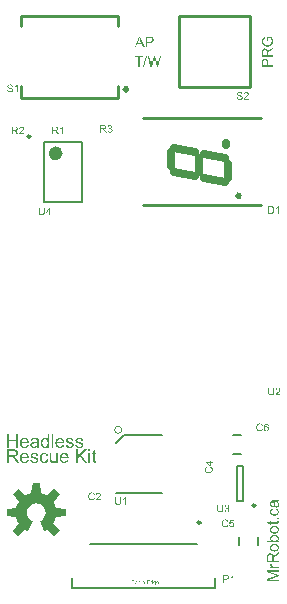
<source format=gto>
G04 Layer_Color=15132400*
%FSLAX25Y25*%
%MOIN*%
G70*
G01*
G75*
%ADD24C,0.01000*%
%ADD28C,0.00984*%
%ADD29C,0.00000*%
%ADD30C,0.02362*%
%ADD31C,0.00787*%
%ADD32C,0.02756*%
%ADD33C,0.00500*%
G36*
X360008Y308476D02*
X359496D01*
Y308879D01*
X359489Y308873D01*
X359482Y308859D01*
X359462Y308838D01*
X359435Y308804D01*
X359407Y308770D01*
X359366Y308729D01*
X359318Y308688D01*
X359264Y308640D01*
X359202Y308599D01*
X359134Y308552D01*
X359059Y308510D01*
X358984Y308476D01*
X358895Y308442D01*
X358799Y308422D01*
X358697Y308408D01*
X358588Y308401D01*
X358547D01*
X358519Y308408D01*
X358444Y308415D01*
X358355Y308429D01*
X358239Y308456D01*
X358123Y308490D01*
X357994Y308545D01*
X357871Y308613D01*
X357864D01*
X357857Y308620D01*
X357816Y308654D01*
X357761Y308702D01*
X357686Y308770D01*
X357611Y308852D01*
X357522Y308955D01*
X357447Y309071D01*
X357372Y309207D01*
Y309214D01*
X357365Y309228D01*
X357358Y309248D01*
X357345Y309276D01*
X357331Y309310D01*
X357317Y309358D01*
X357283Y309467D01*
X357249Y309596D01*
X357222Y309747D01*
X357201Y309911D01*
X357194Y310095D01*
Y310102D01*
Y310116D01*
Y310143D01*
Y310177D01*
X357201Y310218D01*
Y310273D01*
X357215Y310389D01*
X357235Y310525D01*
X357263Y310669D01*
X357297Y310826D01*
X357351Y310976D01*
Y310983D01*
X357358Y310997D01*
X357372Y311017D01*
X357386Y311045D01*
X357420Y311113D01*
X357474Y311202D01*
X357543Y311304D01*
X357625Y311406D01*
X357720Y311502D01*
X357836Y311591D01*
X357843D01*
X357850Y311598D01*
X357891Y311625D01*
X357959Y311659D01*
X358048Y311700D01*
X358157Y311734D01*
X358280Y311768D01*
X358417Y311796D01*
X358560Y311803D01*
X358608D01*
X358663Y311796D01*
X358738Y311789D01*
X358813Y311768D01*
X358902Y311748D01*
X358991Y311714D01*
X359079Y311673D01*
X359093Y311666D01*
X359120Y311652D01*
X359161Y311625D01*
X359216Y311584D01*
X359271Y311543D01*
X359339Y311488D01*
X359401Y311420D01*
X359455Y311352D01*
Y312964D01*
X360008D01*
Y308476D01*
D02*
G37*
G36*
X349511D02*
X348916D01*
Y310594D01*
X346594D01*
Y308476D01*
X346000D01*
Y312964D01*
X346594D01*
Y311120D01*
X348916D01*
Y312964D01*
X349511D01*
Y308476D01*
D02*
G37*
G36*
X395192Y263933D02*
X395205Y263931D01*
X395222Y263927D01*
X395259Y263918D01*
X395280Y263912D01*
X395301Y263902D01*
X395324Y263893D01*
X395347Y263879D01*
X395368Y263864D01*
X395391Y263847D01*
X395412Y263826D01*
X395431Y263803D01*
Y263914D01*
X395574D01*
Y263123D01*
Y263121D01*
Y263113D01*
Y263104D01*
Y263088D01*
X395572Y263071D01*
Y263052D01*
X395570Y263029D01*
X395568Y263006D01*
X395562Y262958D01*
X395554Y262908D01*
X395545Y262862D01*
X395537Y262841D01*
X395529Y262823D01*
Y262821D01*
X395528Y262820D01*
X395522Y262808D01*
X395510Y262793D01*
X395497Y262772D01*
X395478Y262749D01*
X395455Y262725D01*
X395426Y262702D01*
X395393Y262681D01*
X395391D01*
X395389Y262679D01*
X395384Y262677D01*
X395376Y262674D01*
X395357Y262664D01*
X395330Y262656D01*
X395295Y262647D01*
X395255Y262637D01*
X395211Y262631D01*
X395161Y262629D01*
X395145D01*
X395134Y262631D01*
X395121D01*
X395103Y262633D01*
X395067Y262639D01*
X395024Y262649D01*
X394980Y262660D01*
X394936Y262679D01*
X394896Y262704D01*
X394894D01*
X394892Y262708D01*
X394881Y262718D01*
X394865Y262735D01*
X394846Y262760D01*
X394829Y262791D01*
X394813Y262829D01*
X394804Y262873D01*
X394800Y262898D01*
Y262925D01*
X394950Y262904D01*
Y262900D01*
X394952Y262893D01*
X394955Y262881D01*
X394959Y262866D01*
X394967Y262848D01*
X394976Y262831D01*
X394988Y262816D01*
X395003Y262802D01*
X395005Y262800D01*
X395015Y262795D01*
X395026Y262789D01*
X395046Y262781D01*
X395067Y262772D01*
X395094Y262766D01*
X395126Y262760D01*
X395161Y262758D01*
X395178D01*
X395197Y262760D01*
X395222Y262764D01*
X395249Y262770D01*
X395276Y262777D01*
X395303Y262787D01*
X395326Y262802D01*
X395328Y262804D01*
X395336Y262810D01*
X395345Y262820D01*
X395359Y262833D01*
X395372Y262850D01*
X395384Y262869D01*
X395395Y262894D01*
X395405Y262921D01*
Y262923D01*
X395407Y262931D01*
X395409Y262944D01*
X395410Y262964D01*
X395414Y262990D01*
Y263008D01*
X395416Y263025D01*
Y263046D01*
Y263067D01*
Y263092D01*
Y263119D01*
X395414Y263117D01*
X395412Y263113D01*
X395407Y263107D01*
X395399Y263100D01*
X395387Y263092D01*
X395376Y263081D01*
X395347Y263059D01*
X395311Y263038D01*
X395266Y263019D01*
X395243Y263012D01*
X395218Y263006D01*
X395192Y263002D01*
X395165Y263000D01*
X395147D01*
X395134Y263002D01*
X395119Y263004D01*
X395099Y263008D01*
X395080Y263012D01*
X395057Y263017D01*
X395034Y263023D01*
X395011Y263033D01*
X394986Y263044D01*
X394963Y263058D01*
X394938Y263073D01*
X394915Y263090D01*
X394894Y263111D01*
X394873Y263134D01*
X394871Y263136D01*
X394869Y263140D01*
X394863Y263148D01*
X394857Y263159D01*
X394850Y263173D01*
X394840Y263188D01*
X394831Y263205D01*
X394821Y263227D01*
X394811Y263250D01*
X394802Y263275D01*
X394794Y263301D01*
X394784Y263330D01*
X394773Y263392D01*
X394771Y263426D01*
X394769Y263461D01*
Y263463D01*
Y263467D01*
Y263474D01*
Y263484D01*
X394771Y263495D01*
Y263509D01*
X394775Y263540D01*
X394781Y263578D01*
X394788Y263618D01*
X394800Y263661D01*
X394815Y263703D01*
Y263705D01*
X394817Y263708D01*
X394821Y263714D01*
X394825Y263722D01*
X394834Y263741D01*
X394850Y263766D01*
X394871Y263793D01*
X394894Y263822D01*
X394921Y263849D01*
X394953Y263874D01*
X394955D01*
X394957Y263876D01*
X394963Y263879D01*
X394969Y263883D01*
X394988Y263893D01*
X395013Y263904D01*
X395046Y263916D01*
X395080Y263925D01*
X395121Y263933D01*
X395165Y263935D01*
X395180D01*
X395192Y263933D01*
D02*
G37*
G36*
X396213D02*
X396228Y263931D01*
X396248Y263929D01*
X396267Y263925D01*
X396290Y263920D01*
X396336Y263904D01*
X396361Y263895D01*
X396386Y263881D01*
X396411Y263868D01*
X396436Y263851D01*
X396459Y263831D01*
X396482Y263808D01*
X396484Y263806D01*
X396487Y263803D01*
X396493Y263795D01*
X396501Y263785D01*
X396509Y263772D01*
X396518Y263756D01*
X396530Y263739D01*
X396541Y263718D01*
X396551Y263693D01*
X396562Y263668D01*
X396572Y263639D01*
X396582Y263607D01*
X396587Y263574D01*
X396593Y263538D01*
X396597Y263499D01*
X396599Y263457D01*
Y263455D01*
Y263447D01*
Y263434D01*
X396597Y263417D01*
X395917D01*
Y263415D01*
Y263411D01*
X395919Y263401D01*
Y263392D01*
X395921Y263378D01*
X395923Y263365D01*
X395931Y263330D01*
X395942Y263294D01*
X395956Y263255D01*
X395977Y263217D01*
X396002Y263184D01*
X396006Y263180D01*
X396015Y263173D01*
X396033Y263159D01*
X396054Y263146D01*
X396082Y263131D01*
X396115Y263117D01*
X396151Y263109D01*
X396192Y263106D01*
X396207D01*
X396223Y263107D01*
X396242Y263111D01*
X396265Y263117D01*
X396290Y263125D01*
X396315Y263134D01*
X396338Y263150D01*
X396340Y263152D01*
X396347Y263159D01*
X396359Y263169D01*
X396372Y263186D01*
X396388Y263205D01*
X396403Y263230D01*
X396418Y263261D01*
X396434Y263296D01*
X396593Y263275D01*
Y263273D01*
X396591Y263269D01*
X396589Y263261D01*
X396585Y263251D01*
X396582Y263240D01*
X396576Y263227D01*
X396561Y263194D01*
X396541Y263159D01*
X396518Y263123D01*
X396487Y263086D01*
X396453Y263056D01*
X396451D01*
X396449Y263052D01*
X396443Y263048D01*
X396434Y263044D01*
X396424Y263038D01*
X396413Y263031D01*
X396399Y263025D01*
X396382Y263017D01*
X396345Y263004D01*
X396299Y262990D01*
X396249Y262983D01*
X396192Y262979D01*
X396173D01*
X396159Y262981D01*
X396142Y262983D01*
X396123Y262985D01*
X396102Y262988D01*
X396077Y262994D01*
X396027Y263010D01*
X396000Y263019D01*
X395975Y263031D01*
X395948Y263044D01*
X395923Y263061D01*
X395898Y263081D01*
X395875Y263102D01*
X395873Y263104D01*
X395869Y263107D01*
X395864Y263115D01*
X395858Y263125D01*
X395848Y263136D01*
X395839Y263152D01*
X395827Y263171D01*
X395817Y263192D01*
X395806Y263215D01*
X395794Y263240D01*
X395785Y263269D01*
X395777Y263299D01*
X395769Y263332D01*
X395764Y263369D01*
X395760Y263407D01*
X395758Y263447D01*
Y263449D01*
Y263457D01*
Y263470D01*
X395760Y263486D01*
X395762Y263505D01*
X395764Y263528D01*
X395767Y263553D01*
X395773Y263580D01*
X395787Y263637D01*
X395796Y263666D01*
X395808Y263697D01*
X395821Y263726D01*
X395837Y263755D01*
X395854Y263781D01*
X395875Y263806D01*
X395877Y263808D01*
X395881Y263812D01*
X395887Y263818D01*
X395896Y263827D01*
X395908Y263837D01*
X395923Y263847D01*
X395938Y263858D01*
X395958Y263872D01*
X395979Y263883D01*
X396002Y263895D01*
X396027Y263904D01*
X396056Y263916D01*
X396084Y263924D01*
X396115Y263929D01*
X396148Y263933D01*
X396182Y263935D01*
X396199D01*
X396213Y263933D01*
D02*
G37*
G36*
X389063D02*
X389080Y263931D01*
X389097Y263929D01*
X389119Y263925D01*
X389142Y263920D01*
X389190Y263904D01*
X389215Y263895D01*
X389241Y263883D01*
X389266Y263868D01*
X389291Y263851D01*
X389316Y263831D01*
X389339Y263810D01*
X389341Y263808D01*
X389345Y263805D01*
X389351Y263797D01*
X389359Y263787D01*
X389368Y263776D01*
X389378Y263760D01*
X389389Y263741D01*
X389401Y263722D01*
X389410Y263699D01*
X389422Y263672D01*
X389432Y263645D01*
X389441Y263614D01*
X389449Y263582D01*
X389455Y263545D01*
X389458Y263509D01*
X389460Y263469D01*
Y263467D01*
Y263461D01*
Y263451D01*
Y263440D01*
X389458Y263424D01*
Y263407D01*
X389457Y263388D01*
X389455Y263367D01*
X389447Y263323D01*
X389437Y263277D01*
X389424Y263230D01*
X389407Y263190D01*
Y263188D01*
X389405Y263186D01*
X389397Y263173D01*
X389384Y263156D01*
X389366Y263133D01*
X389345Y263107D01*
X389318Y263083D01*
X389287Y263058D01*
X389251Y263035D01*
X389249D01*
X389247Y263033D01*
X389241Y263029D01*
X389234Y263027D01*
X389213Y263017D01*
X389186Y263008D01*
X389153Y262996D01*
X389117Y262988D01*
X389076Y262981D01*
X389032Y262979D01*
X389013D01*
X389000Y262981D01*
X388984Y262983D01*
X388965Y262985D01*
X388944Y262988D01*
X388921Y262994D01*
X388873Y263010D01*
X388846Y263019D01*
X388821Y263031D01*
X388794Y263044D01*
X388769Y263061D01*
X388744Y263081D01*
X388721Y263102D01*
X388719Y263104D01*
X388715Y263107D01*
X388710Y263115D01*
X388704Y263125D01*
X388694Y263138D01*
X388685Y263154D01*
X388673Y263171D01*
X388664Y263192D01*
X388652Y263217D01*
X388640Y263242D01*
X388631Y263273D01*
X388623Y263303D01*
X388615Y263338D01*
X388610Y263374D01*
X388606Y263415D01*
X388604Y263457D01*
Y263461D01*
Y263469D01*
X388606Y263482D01*
Y263499D01*
X388608Y263520D01*
X388612Y263543D01*
X388615Y263570D01*
X388621Y263599D01*
X388629Y263630D01*
X388639Y263661D01*
X388650Y263691D01*
X388664Y263722D01*
X388679Y263753D01*
X388698Y263781D01*
X388719Y263808D01*
X388744Y263833D01*
X388746Y263835D01*
X388750Y263837D01*
X388756Y263843D01*
X388765Y263849D01*
X388777Y263856D01*
X388790Y263866D01*
X388806Y263876D01*
X388825Y263885D01*
X388844Y263893D01*
X388865Y263902D01*
X388915Y263920D01*
X388971Y263931D01*
X389001Y263933D01*
X389032Y263935D01*
X389049D01*
X389063Y263933D01*
D02*
G37*
G36*
X355425Y311796D02*
X355521Y311789D01*
X355630Y311775D01*
X355746Y311762D01*
X355856Y311734D01*
X355958Y311700D01*
X355972Y311693D01*
X355999Y311686D01*
X356047Y311659D01*
X356102Y311632D01*
X356163Y311598D01*
X356231Y311557D01*
X356286Y311509D01*
X356341Y311454D01*
X356347Y311447D01*
X356361Y311427D01*
X356382Y311400D01*
X356409Y311352D01*
X356436Y311297D01*
X356464Y311236D01*
X356491Y311161D01*
X356511Y311079D01*
Y311072D01*
X356518Y311051D01*
X356525Y311017D01*
X356532Y310963D01*
Y310894D01*
X356539Y310805D01*
X356545Y310703D01*
Y310573D01*
Y309836D01*
Y309829D01*
Y309801D01*
Y309760D01*
Y309713D01*
Y309651D01*
Y309583D01*
X356552Y309426D01*
Y309255D01*
X356559Y309098D01*
X356566Y309023D01*
Y308961D01*
X356573Y308907D01*
X356580Y308859D01*
Y308852D01*
X356587Y308825D01*
X356593Y308784D01*
X356607Y308736D01*
X356627Y308681D01*
X356655Y308613D01*
X356716Y308476D01*
X356142D01*
X356136Y308483D01*
X356129Y308504D01*
X356115Y308545D01*
X356095Y308593D01*
X356074Y308654D01*
X356061Y308722D01*
X356047Y308797D01*
X356033Y308886D01*
X356020Y308873D01*
X355979Y308845D01*
X355924Y308797D01*
X355842Y308743D01*
X355753Y308674D01*
X355651Y308613D01*
X355548Y308558D01*
X355439Y308510D01*
X355425Y308504D01*
X355391Y308497D01*
X355337Y308476D01*
X355261Y308456D01*
X355166Y308435D01*
X355063Y308422D01*
X354954Y308408D01*
X354831Y308401D01*
X354783D01*
X354742Y308408D01*
X354701D01*
X354647Y308415D01*
X354531Y308435D01*
X354394Y308463D01*
X354264Y308510D01*
X354128Y308572D01*
X354012Y308661D01*
X353998Y308674D01*
X353964Y308709D01*
X353923Y308763D01*
X353868Y308845D01*
X353814Y308941D01*
X353772Y309050D01*
X353738Y309187D01*
X353725Y309330D01*
Y309344D01*
Y309371D01*
X353732Y309419D01*
X353738Y309474D01*
X353752Y309542D01*
X353766Y309617D01*
X353793Y309692D01*
X353827Y309767D01*
X353834Y309774D01*
X353848Y309801D01*
X353868Y309836D01*
X353902Y309883D01*
X353943Y309931D01*
X353998Y309986D01*
X354053Y310034D01*
X354114Y310081D01*
X354121Y310088D01*
X354148Y310102D01*
X354182Y310122D01*
X354230Y310150D01*
X354292Y310184D01*
X354353Y310211D01*
X354428Y310239D01*
X354510Y310266D01*
X354517D01*
X354544Y310273D01*
X354578Y310279D01*
X354633Y310293D01*
X354701Y310307D01*
X354790Y310320D01*
X354886Y310334D01*
X355002Y310348D01*
X355009D01*
X355029Y310355D01*
X355063D01*
X355111Y310362D01*
X355166Y310368D01*
X355227Y310375D01*
X355378Y310402D01*
X355535Y310430D01*
X355699Y310457D01*
X355856Y310498D01*
X355924Y310519D01*
X355985Y310539D01*
Y310546D01*
Y310560D01*
X355992Y310600D01*
Y310648D01*
Y310669D01*
Y310683D01*
Y310689D01*
Y310696D01*
Y310737D01*
X355985Y310799D01*
X355972Y310867D01*
X355951Y310942D01*
X355924Y311024D01*
X355890Y311092D01*
X355835Y311154D01*
X355828Y311161D01*
X355794Y311181D01*
X355746Y311215D01*
X355678Y311249D01*
X355589Y311283D01*
X355480Y311318D01*
X355350Y311338D01*
X355207Y311345D01*
X355145D01*
X355077Y311338D01*
X354988Y311331D01*
X354893Y311311D01*
X354804Y311290D01*
X354708Y311256D01*
X354633Y311208D01*
X354626Y311202D01*
X354606Y311181D01*
X354572Y311147D01*
X354531Y311099D01*
X354483Y311031D01*
X354442Y310949D01*
X354394Y310846D01*
X354360Y310730D01*
X353820Y310805D01*
Y310812D01*
X353827Y310819D01*
X353834Y310860D01*
X353854Y310922D01*
X353875Y311003D01*
X353909Y311092D01*
X353950Y311181D01*
X353998Y311277D01*
X354059Y311359D01*
X354066Y311366D01*
X354094Y311393D01*
X354128Y311434D01*
X354182Y311482D01*
X354251Y311529D01*
X354339Y311584D01*
X354435Y311639D01*
X354544Y311686D01*
X354551D01*
X354558Y311693D01*
X354578Y311700D01*
X354599Y311707D01*
X354667Y311721D01*
X354756Y311748D01*
X354865Y311768D01*
X354988Y311782D01*
X355132Y311796D01*
X355282Y311803D01*
X355350D01*
X355425Y311796D01*
D02*
G37*
G36*
X363710D02*
X363765Y311789D01*
X363833Y311782D01*
X363901Y311768D01*
X363983Y311748D01*
X364147Y311693D01*
X364236Y311659D01*
X364325Y311611D01*
X364414Y311563D01*
X364503Y311502D01*
X364584Y311434D01*
X364666Y311352D01*
X364673Y311345D01*
X364687Y311331D01*
X364707Y311304D01*
X364735Y311270D01*
X364762Y311222D01*
X364796Y311167D01*
X364837Y311106D01*
X364878Y311031D01*
X364912Y310942D01*
X364953Y310853D01*
X364987Y310751D01*
X365021Y310635D01*
X365042Y310519D01*
X365062Y310389D01*
X365076Y310252D01*
X365083Y310102D01*
Y310095D01*
Y310068D01*
Y310020D01*
X365076Y309959D01*
X362658D01*
Y309952D01*
Y309938D01*
X362665Y309904D01*
Y309870D01*
X362672Y309822D01*
X362679Y309774D01*
X362706Y309651D01*
X362747Y309521D01*
X362795Y309385D01*
X362870Y309248D01*
X362959Y309132D01*
X362973Y309118D01*
X363007Y309091D01*
X363068Y309043D01*
X363143Y308996D01*
X363246Y308941D01*
X363362Y308893D01*
X363492Y308866D01*
X363635Y308852D01*
X363690D01*
X363744Y308859D01*
X363813Y308873D01*
X363895Y308893D01*
X363983Y308920D01*
X364072Y308955D01*
X364154Y309009D01*
X364161Y309016D01*
X364188Y309043D01*
X364229Y309077D01*
X364277Y309139D01*
X364332Y309207D01*
X364386Y309296D01*
X364441Y309405D01*
X364496Y309528D01*
X365062Y309453D01*
Y309446D01*
X365056Y309433D01*
X365049Y309405D01*
X365035Y309371D01*
X365021Y309330D01*
X365001Y309282D01*
X364946Y309166D01*
X364878Y309043D01*
X364796Y308913D01*
X364687Y308784D01*
X364564Y308674D01*
X364557D01*
X364550Y308661D01*
X364530Y308647D01*
X364496Y308633D01*
X364461Y308613D01*
X364421Y308586D01*
X364373Y308565D01*
X364311Y308538D01*
X364181Y308490D01*
X364018Y308442D01*
X363840Y308415D01*
X363635Y308401D01*
X363567D01*
X363519Y308408D01*
X363457Y308415D01*
X363389Y308422D01*
X363314Y308435D01*
X363225Y308456D01*
X363048Y308510D01*
X362952Y308545D01*
X362863Y308586D01*
X362768Y308633D01*
X362679Y308695D01*
X362590Y308763D01*
X362508Y308838D01*
X362501Y308845D01*
X362488Y308859D01*
X362467Y308886D01*
X362447Y308920D01*
X362413Y308961D01*
X362378Y309016D01*
X362337Y309084D01*
X362303Y309159D01*
X362262Y309241D01*
X362221Y309330D01*
X362187Y309433D01*
X362160Y309542D01*
X362133Y309658D01*
X362112Y309788D01*
X362098Y309924D01*
X362091Y310068D01*
Y310075D01*
Y310102D01*
Y310150D01*
X362098Y310204D01*
X362105Y310273D01*
X362112Y310355D01*
X362126Y310443D01*
X362146Y310539D01*
X362194Y310744D01*
X362228Y310846D01*
X362269Y310956D01*
X362317Y311058D01*
X362371Y311161D01*
X362433Y311256D01*
X362508Y311345D01*
X362515Y311352D01*
X362529Y311366D01*
X362549Y311386D01*
X362583Y311420D01*
X362624Y311454D01*
X362679Y311488D01*
X362734Y311529D01*
X362802Y311577D01*
X362877Y311618D01*
X362959Y311659D01*
X363048Y311693D01*
X363150Y311734D01*
X363253Y311762D01*
X363362Y311782D01*
X363478Y311796D01*
X363601Y311803D01*
X363662D01*
X363710Y311796D01*
D02*
G37*
G36*
X361422Y308476D02*
X360869D01*
Y312964D01*
X361422D01*
Y308476D01*
D02*
G37*
G36*
X370089Y311796D02*
X370178Y311789D01*
X370287Y311775D01*
X370397Y311755D01*
X370513Y311727D01*
X370622Y311686D01*
X370629D01*
X370636Y311680D01*
X370670Y311666D01*
X370725Y311639D01*
X370786Y311611D01*
X370854Y311563D01*
X370930Y311516D01*
X370998Y311454D01*
X371052Y311386D01*
X371059Y311379D01*
X371073Y311352D01*
X371100Y311311D01*
X371134Y311256D01*
X371162Y311188D01*
X371196Y311099D01*
X371223Y311003D01*
X371251Y310894D01*
X370711Y310819D01*
Y310833D01*
X370704Y310860D01*
X370690Y310908D01*
X370670Y310963D01*
X370643Y311024D01*
X370602Y311085D01*
X370554Y311154D01*
X370492Y311208D01*
X370486Y311215D01*
X370458Y311229D01*
X370417Y311256D01*
X370363Y311283D01*
X370294Y311304D01*
X370205Y311331D01*
X370110Y311345D01*
X369994Y311352D01*
X369932D01*
X369864Y311345D01*
X369782Y311338D01*
X369693Y311318D01*
X369604Y311297D01*
X369516Y311263D01*
X369447Y311222D01*
X369441Y311215D01*
X369420Y311202D01*
X369400Y311174D01*
X369372Y311140D01*
X369338Y311099D01*
X369318Y311045D01*
X369297Y310990D01*
X369290Y310928D01*
Y310922D01*
Y310908D01*
X369297Y310887D01*
Y310860D01*
X369318Y310799D01*
X369352Y310730D01*
X369359Y310723D01*
X369365Y310717D01*
X369406Y310683D01*
X369434Y310655D01*
X369468Y310635D01*
X369516Y310607D01*
X369564Y310587D01*
X369570D01*
X369584Y310580D01*
X369611Y310573D01*
X369659Y310560D01*
X369721Y310539D01*
X369809Y310512D01*
X369919Y310484D01*
X369980Y310464D01*
X370055Y310443D01*
X370062D01*
X370083Y310437D01*
X370110Y310430D01*
X370151Y310416D01*
X370199Y310402D01*
X370253Y310389D01*
X370376Y310355D01*
X370513Y310314D01*
X370650Y310266D01*
X370772Y310225D01*
X370827Y310204D01*
X370875Y310184D01*
X370888Y310177D01*
X370916Y310163D01*
X370957Y310143D01*
X371005Y310116D01*
X371066Y310075D01*
X371128Y310020D01*
X371182Y309965D01*
X371237Y309897D01*
X371244Y309890D01*
X371257Y309863D01*
X371278Y309822D01*
X371305Y309767D01*
X371333Y309699D01*
X371353Y309617D01*
X371367Y309528D01*
X371374Y309426D01*
Y309412D01*
Y309378D01*
X371367Y309323D01*
X371353Y309262D01*
X371333Y309180D01*
X371305Y309091D01*
X371264Y309002D01*
X371210Y308907D01*
X371203Y308893D01*
X371182Y308866D01*
X371141Y308825D01*
X371087Y308770D01*
X371025Y308709D01*
X370943Y308647D01*
X370848Y308586D01*
X370738Y308531D01*
X370725Y308524D01*
X370684Y308510D01*
X370622Y308490D01*
X370540Y308470D01*
X370438Y308442D01*
X370322Y308422D01*
X370192Y308408D01*
X370055Y308401D01*
X369994D01*
X369953Y308408D01*
X369898D01*
X369837Y308415D01*
X369693Y308435D01*
X369536Y308463D01*
X369379Y308510D01*
X369222Y308572D01*
X369154Y308613D01*
X369085Y308661D01*
X369079D01*
X369072Y308674D01*
X369031Y308709D01*
X368976Y308770D01*
X368908Y308859D01*
X368840Y308968D01*
X368771Y309105D01*
X368710Y309262D01*
X368669Y309446D01*
X369215Y309535D01*
Y309528D01*
Y309521D01*
X369222Y309480D01*
X369243Y309419D01*
X369263Y309344D01*
X369297Y309262D01*
X369338Y309180D01*
X369400Y309098D01*
X369468Y309023D01*
X369475Y309016D01*
X369509Y308996D01*
X369557Y308968D01*
X369618Y308941D01*
X369707Y308907D01*
X369803Y308879D01*
X369925Y308859D01*
X370055Y308852D01*
X370117D01*
X370185Y308859D01*
X370267Y308873D01*
X370363Y308886D01*
X370458Y308913D01*
X370547Y308955D01*
X370622Y309002D01*
X370629Y309009D01*
X370650Y309030D01*
X370684Y309064D01*
X370718Y309105D01*
X370745Y309159D01*
X370779Y309228D01*
X370800Y309296D01*
X370807Y309371D01*
Y309378D01*
Y309405D01*
X370800Y309433D01*
X370786Y309480D01*
X370766Y309521D01*
X370738Y309576D01*
X370697Y309624D01*
X370643Y309665D01*
X370636Y309672D01*
X370615Y309679D01*
X370581Y309692D01*
X370527Y309719D01*
X370451Y309740D01*
X370356Y309774D01*
X370294Y309795D01*
X370233Y309808D01*
X370158Y309829D01*
X370076Y309849D01*
X370069D01*
X370048Y309856D01*
X370021Y309863D01*
X369980Y309876D01*
X369925Y309890D01*
X369871Y309904D01*
X369741Y309945D01*
X369604Y309986D01*
X369461Y310027D01*
X369331Y310075D01*
X369277Y310095D01*
X369229Y310116D01*
X369222Y310122D01*
X369188Y310136D01*
X369147Y310163D01*
X369099Y310197D01*
X369038Y310239D01*
X368983Y310293D01*
X368921Y310355D01*
X368874Y310423D01*
X368867Y310430D01*
X368853Y310457D01*
X368840Y310498D01*
X368819Y310553D01*
X368792Y310614D01*
X368778Y310689D01*
X368764Y310771D01*
X368758Y310860D01*
Y310867D01*
Y310894D01*
X368764Y310942D01*
X368771Y310990D01*
X368778Y311051D01*
X368798Y311120D01*
X368819Y311195D01*
X368853Y311263D01*
X368860Y311270D01*
X368874Y311297D01*
X368894Y311331D01*
X368928Y311372D01*
X368963Y311420D01*
X369010Y311468D01*
X369065Y311523D01*
X369126Y311570D01*
X369133Y311577D01*
X369154Y311584D01*
X369181Y311604D01*
X369222Y311625D01*
X369270Y311652D01*
X369331Y311680D01*
X369400Y311707D01*
X369475Y311734D01*
X369488D01*
X369516Y311748D01*
X369557Y311755D01*
X369618Y311768D01*
X369693Y311782D01*
X369768Y311789D01*
X369857Y311803D01*
X370014D01*
X370089Y311796D01*
D02*
G37*
G36*
X366954D02*
X367043Y311789D01*
X367153Y311775D01*
X367262Y311755D01*
X367378Y311727D01*
X367487Y311686D01*
X367494D01*
X367501Y311680D01*
X367535Y311666D01*
X367590Y311639D01*
X367651Y311611D01*
X367719Y311563D01*
X367794Y311516D01*
X367863Y311454D01*
X367917Y311386D01*
X367924Y311379D01*
X367938Y311352D01*
X367965Y311311D01*
X367999Y311256D01*
X368027Y311188D01*
X368061Y311099D01*
X368088Y311003D01*
X368115Y310894D01*
X367576Y310819D01*
Y310833D01*
X367569Y310860D01*
X367555Y310908D01*
X367535Y310963D01*
X367508Y311024D01*
X367467Y311085D01*
X367419Y311154D01*
X367357Y311208D01*
X367351Y311215D01*
X367323Y311229D01*
X367282Y311256D01*
X367228Y311283D01*
X367159Y311304D01*
X367071Y311331D01*
X366975Y311345D01*
X366859Y311352D01*
X366797D01*
X366729Y311345D01*
X366647Y311338D01*
X366558Y311318D01*
X366470Y311297D01*
X366381Y311263D01*
X366312Y311222D01*
X366306Y311215D01*
X366285Y311202D01*
X366265Y311174D01*
X366237Y311140D01*
X366203Y311099D01*
X366183Y311045D01*
X366162Y310990D01*
X366155Y310928D01*
Y310922D01*
Y310908D01*
X366162Y310887D01*
Y310860D01*
X366183Y310799D01*
X366217Y310730D01*
X366224Y310723D01*
X366231Y310717D01*
X366271Y310683D01*
X366299Y310655D01*
X366333Y310635D01*
X366381Y310607D01*
X366428Y310587D01*
X366435D01*
X366449Y310580D01*
X366476Y310573D01*
X366524Y310560D01*
X366586Y310539D01*
X366674Y310512D01*
X366784Y310484D01*
X366845Y310464D01*
X366920Y310443D01*
X366927D01*
X366948Y310437D01*
X366975Y310430D01*
X367016Y310416D01*
X367064Y310402D01*
X367118Y310389D01*
X367241Y310355D01*
X367378Y310314D01*
X367514Y310266D01*
X367637Y310225D01*
X367692Y310204D01*
X367740Y310184D01*
X367754Y310177D01*
X367781Y310163D01*
X367822Y310143D01*
X367870Y310116D01*
X367931Y310075D01*
X367993Y310020D01*
X368047Y309965D01*
X368102Y309897D01*
X368109Y309890D01*
X368122Y309863D01*
X368143Y309822D01*
X368170Y309767D01*
X368197Y309699D01*
X368218Y309617D01*
X368232Y309528D01*
X368238Y309426D01*
Y309412D01*
Y309378D01*
X368232Y309323D01*
X368218Y309262D01*
X368197Y309180D01*
X368170Y309091D01*
X368129Y309002D01*
X368075Y308907D01*
X368068Y308893D01*
X368047Y308866D01*
X368006Y308825D01*
X367952Y308770D01*
X367890Y308709D01*
X367808Y308647D01*
X367713Y308586D01*
X367603Y308531D01*
X367590Y308524D01*
X367549Y308510D01*
X367487Y308490D01*
X367405Y308470D01*
X367303Y308442D01*
X367187Y308422D01*
X367057Y308408D01*
X366920Y308401D01*
X366859D01*
X366818Y308408D01*
X366763D01*
X366702Y308415D01*
X366558Y308435D01*
X366401Y308463D01*
X366244Y308510D01*
X366087Y308572D01*
X366019Y308613D01*
X365950Y308661D01*
X365944D01*
X365937Y308674D01*
X365896Y308709D01*
X365841Y308770D01*
X365773Y308859D01*
X365705Y308968D01*
X365636Y309105D01*
X365575Y309262D01*
X365534Y309446D01*
X366080Y309535D01*
Y309528D01*
Y309521D01*
X366087Y309480D01*
X366108Y309419D01*
X366128Y309344D01*
X366162Y309262D01*
X366203Y309180D01*
X366265Y309098D01*
X366333Y309023D01*
X366340Y309016D01*
X366374Y308996D01*
X366422Y308968D01*
X366483Y308941D01*
X366572Y308907D01*
X366668Y308879D01*
X366791Y308859D01*
X366920Y308852D01*
X366982D01*
X367050Y308859D01*
X367132Y308873D01*
X367228Y308886D01*
X367323Y308913D01*
X367412Y308955D01*
X367487Y309002D01*
X367494Y309009D01*
X367514Y309030D01*
X367549Y309064D01*
X367583Y309105D01*
X367610Y309159D01*
X367644Y309228D01*
X367665Y309296D01*
X367672Y309371D01*
Y309378D01*
Y309405D01*
X367665Y309433D01*
X367651Y309480D01*
X367631Y309521D01*
X367603Y309576D01*
X367562Y309624D01*
X367508Y309665D01*
X367501Y309672D01*
X367480Y309679D01*
X367446Y309692D01*
X367392Y309719D01*
X367316Y309740D01*
X367221Y309774D01*
X367159Y309795D01*
X367098Y309808D01*
X367023Y309829D01*
X366941Y309849D01*
X366934D01*
X366914Y309856D01*
X366886Y309863D01*
X366845Y309876D01*
X366791Y309890D01*
X366736Y309904D01*
X366606Y309945D01*
X366470Y309986D01*
X366326Y310027D01*
X366196Y310075D01*
X366142Y310095D01*
X366094Y310116D01*
X366087Y310122D01*
X366053Y310136D01*
X366012Y310163D01*
X365964Y310197D01*
X365903Y310239D01*
X365848Y310293D01*
X365787Y310355D01*
X365739Y310423D01*
X365732Y310430D01*
X365718Y310457D01*
X365705Y310498D01*
X365684Y310553D01*
X365657Y310614D01*
X365643Y310689D01*
X365629Y310771D01*
X365623Y310860D01*
Y310867D01*
Y310894D01*
X365629Y310942D01*
X365636Y310990D01*
X365643Y311051D01*
X365664Y311120D01*
X365684Y311195D01*
X365718Y311263D01*
X365725Y311270D01*
X365739Y311297D01*
X365759Y311331D01*
X365793Y311372D01*
X365827Y311420D01*
X365875Y311468D01*
X365930Y311523D01*
X365991Y311570D01*
X365998Y311577D01*
X366019Y311584D01*
X366046Y311604D01*
X366087Y311625D01*
X366135Y311652D01*
X366196Y311680D01*
X366265Y311707D01*
X366340Y311734D01*
X366353D01*
X366381Y311748D01*
X366422Y311755D01*
X366483Y311768D01*
X366558Y311782D01*
X366633Y311789D01*
X366722Y311803D01*
X366879D01*
X366954Y311796D01*
D02*
G37*
G36*
X388009Y264260D02*
X388022D01*
X388055Y264258D01*
X388091Y264252D01*
X388130Y264246D01*
X388168Y264236D01*
X388203Y264223D01*
X388205D01*
X388207Y264221D01*
X388218Y264215D01*
X388233Y264206D01*
X388253Y264194D01*
X388276Y264177D01*
X388299Y264156D01*
X388320Y264133D01*
X388341Y264104D01*
X388343Y264100D01*
X388349Y264091D01*
X388356Y264073D01*
X388366Y264052D01*
X388375Y264027D01*
X388383Y264000D01*
X388389Y263970D01*
X388391Y263937D01*
Y263933D01*
Y263924D01*
X388389Y263908D01*
X388385Y263887D01*
X388379Y263864D01*
X388372Y263839D01*
X388362Y263810D01*
X388347Y263783D01*
X388345Y263779D01*
X388339Y263772D01*
X388328Y263758D01*
X388314Y263743D01*
X388295Y263724D01*
X388272Y263707D01*
X388245Y263687D01*
X388212Y263670D01*
X388214D01*
X388218Y263668D01*
X388224Y263666D01*
X388231Y263664D01*
X388253Y263655D01*
X388278Y263643D01*
X388306Y263626D01*
X388335Y263607D01*
X388364Y263584D01*
X388389Y263555D01*
X388391Y263551D01*
X388399Y263541D01*
X388408Y263524D01*
X388422Y263501D01*
X388433Y263472D01*
X388443Y263442D01*
X388450Y263405D01*
X388452Y263365D01*
Y263361D01*
Y263349D01*
X388450Y263332D01*
X388449Y263311D01*
X388443Y263286D01*
X388437Y263257D01*
X388427Y263229D01*
X388414Y263200D01*
X388412Y263196D01*
X388408Y263186D01*
X388399Y263173D01*
X388389Y263156D01*
X388375Y263136D01*
X388360Y263117D01*
X388341Y263098D01*
X388322Y263081D01*
X388320Y263079D01*
X388312Y263075D01*
X388301Y263067D01*
X388283Y263058D01*
X388264Y263048D01*
X388239Y263038D01*
X388212Y263029D01*
X388183Y263019D01*
X388180D01*
X388168Y263015D01*
X388151Y263013D01*
X388128Y263010D01*
X388097Y263006D01*
X388063Y263004D01*
X388024Y263000D01*
X387500D01*
Y264261D01*
X387995D01*
X388009Y264260D01*
D02*
G37*
G36*
X434500Y441287D02*
X433770Y440820D01*
X433764D01*
X433754Y440809D01*
X433738Y440798D01*
X433716Y440787D01*
X433662Y440750D01*
X433593Y440701D01*
X433512Y440648D01*
X433431Y440589D01*
X433356Y440535D01*
X433286Y440481D01*
X433281Y440476D01*
X433259Y440460D01*
X433227Y440433D01*
X433190Y440406D01*
X433114Y440325D01*
X433077Y440288D01*
X433050Y440245D01*
X433045Y440240D01*
X433039Y440229D01*
X433029Y440207D01*
X433012Y440180D01*
X432980Y440116D01*
X432953Y440035D01*
Y440030D01*
X432948Y440019D01*
Y439998D01*
X432943Y439971D01*
X432937Y439933D01*
Y439890D01*
X432932Y439837D01*
Y439772D01*
Y439235D01*
X434500D01*
Y438768D01*
X430972D01*
Y440331D01*
Y440336D01*
Y440352D01*
Y440374D01*
Y440406D01*
X430977Y440449D01*
Y440492D01*
X430983Y440599D01*
X430993Y440712D01*
X431015Y440830D01*
X431036Y440943D01*
X431052Y440997D01*
X431069Y441045D01*
Y441050D01*
X431074Y441056D01*
X431085Y441088D01*
X431111Y441131D01*
X431149Y441185D01*
X431192Y441249D01*
X431251Y441314D01*
X431321Y441378D01*
X431407Y441437D01*
X431418Y441442D01*
X431450Y441459D01*
X431498Y441485D01*
X431563Y441512D01*
X431643Y441539D01*
X431735Y441566D01*
X431831Y441582D01*
X431939Y441587D01*
X431976D01*
X432003Y441582D01*
X432035D01*
X432073Y441577D01*
X432159Y441555D01*
X432261Y441528D01*
X432363Y441485D01*
X432470Y441421D01*
X432524Y441383D01*
X432572Y441340D01*
X432583Y441330D01*
X432594Y441314D01*
X432615Y441297D01*
X432631Y441271D01*
X432658Y441238D01*
X432680Y441201D01*
X432706Y441158D01*
X432733Y441110D01*
X432760Y441050D01*
X432787Y440991D01*
X432814Y440922D01*
X432841Y440852D01*
X432862Y440771D01*
X432878Y440685D01*
X432894Y440594D01*
X432900Y440605D01*
X432910Y440626D01*
X432927Y440658D01*
X432948Y440696D01*
X433007Y440787D01*
X433039Y440836D01*
X433072Y440873D01*
X433082Y440884D01*
X433104Y440911D01*
X433147Y440948D01*
X433201Y440997D01*
X433270Y441056D01*
X433351Y441120D01*
X433442Y441190D01*
X433544Y441260D01*
X434500Y441872D01*
Y441287D01*
D02*
G37*
G36*
X432067Y438161D02*
X432105Y438156D01*
X432153Y438151D01*
X432202Y438145D01*
X432255Y438129D01*
X432379Y438097D01*
X432502Y438043D01*
X432567Y438011D01*
X432631Y437973D01*
X432696Y437930D01*
X432755Y437877D01*
X432760Y437871D01*
X432765Y437861D01*
X432782Y437845D01*
X432803Y437823D01*
X432825Y437785D01*
X432851Y437748D01*
X432878Y437700D01*
X432905Y437640D01*
X432937Y437576D01*
X432964Y437501D01*
X432991Y437415D01*
X433012Y437324D01*
X433034Y437216D01*
X433050Y437104D01*
X433055Y436980D01*
X433061Y436846D01*
Y435944D01*
X434500D01*
Y435476D01*
X430972D01*
Y436803D01*
Y436808D01*
Y436819D01*
Y436835D01*
Y436862D01*
Y436921D01*
X430977Y437002D01*
X430983Y437087D01*
X430988Y437179D01*
X430999Y437265D01*
X431009Y437340D01*
Y437345D01*
Y437351D01*
X431020Y437383D01*
X431031Y437431D01*
X431047Y437490D01*
X431069Y437560D01*
X431095Y437630D01*
X431133Y437705D01*
X431176Y437775D01*
X431181Y437780D01*
X431198Y437807D01*
X431224Y437839D01*
X431262Y437877D01*
X431310Y437920D01*
X431369Y437968D01*
X431434Y438016D01*
X431514Y438059D01*
X431525Y438065D01*
X431552Y438075D01*
X431595Y438092D01*
X431654Y438113D01*
X431724Y438134D01*
X431804Y438151D01*
X431896Y438161D01*
X431992Y438167D01*
X432035D01*
X432067Y438161D01*
D02*
G37*
G36*
X434017Y445454D02*
X434022Y445443D01*
X434038Y445427D01*
X434054Y445400D01*
X434081Y445368D01*
X434103Y445330D01*
X434167Y445239D01*
X434232Y445132D01*
X434301Y445014D01*
X434366Y444879D01*
X434425Y444745D01*
Y444740D01*
X434430Y444729D01*
X434436Y444707D01*
X434446Y444681D01*
X434457Y444648D01*
X434468Y444611D01*
X434479Y444562D01*
X434489Y444514D01*
X434516Y444401D01*
X434538Y444278D01*
X434554Y444138D01*
X434559Y443999D01*
Y443993D01*
Y443977D01*
Y443950D01*
X434554Y443913D01*
Y443864D01*
X434548Y443811D01*
X434543Y443752D01*
X434532Y443687D01*
X434505Y443537D01*
X434468Y443381D01*
X434414Y443215D01*
X434339Y443053D01*
X434334Y443048D01*
X434328Y443037D01*
X434317Y443011D01*
X434296Y442984D01*
X434274Y442946D01*
X434248Y442908D01*
X434178Y442817D01*
X434087Y442710D01*
X433974Y442608D01*
X433845Y442506D01*
X433700Y442414D01*
X433695D01*
X433678Y442404D01*
X433657Y442393D01*
X433625Y442382D01*
X433587Y442366D01*
X433539Y442345D01*
X433485Y442329D01*
X433421Y442307D01*
X433356Y442285D01*
X433281Y442269D01*
X433120Y442232D01*
X432943Y442210D01*
X432755Y442200D01*
X432706D01*
X432669Y442205D01*
X432620D01*
X432567Y442210D01*
X432508Y442216D01*
X432443Y442227D01*
X432293Y442253D01*
X432132Y442291D01*
X431960Y442345D01*
X431793Y442414D01*
X431788D01*
X431772Y442425D01*
X431751Y442436D01*
X431718Y442452D01*
X431681Y442479D01*
X431643Y442506D01*
X431541Y442570D01*
X431434Y442661D01*
X431326Y442764D01*
X431224Y442892D01*
X431176Y442957D01*
X431133Y443032D01*
Y443037D01*
X431122Y443048D01*
X431111Y443075D01*
X431101Y443102D01*
X431079Y443139D01*
X431063Y443188D01*
X431042Y443241D01*
X431020Y443300D01*
X431004Y443365D01*
X430983Y443435D01*
X430945Y443596D01*
X430924Y443768D01*
X430913Y443961D01*
Y443966D01*
Y443977D01*
Y443999D01*
Y444025D01*
X430918Y444058D01*
Y444101D01*
X430929Y444192D01*
X430945Y444294D01*
X430967Y444412D01*
X430999Y444530D01*
X431042Y444648D01*
Y444654D01*
X431047Y444664D01*
X431052Y444681D01*
X431063Y444702D01*
X431090Y444756D01*
X431133Y444826D01*
X431181Y444906D01*
X431240Y444987D01*
X431305Y445067D01*
X431385Y445137D01*
X431396Y445142D01*
X431423Y445164D01*
X431471Y445196D01*
X431541Y445239D01*
X431622Y445282D01*
X431718Y445325D01*
X431831Y445368D01*
X431960Y445405D01*
X432078Y444981D01*
X432073D01*
X432067Y444976D01*
X432035Y444971D01*
X431987Y444949D01*
X431922Y444928D01*
X431858Y444901D01*
X431788Y444869D01*
X431718Y444831D01*
X431654Y444788D01*
X431648Y444783D01*
X431627Y444767D01*
X431600Y444740D01*
X431563Y444702D01*
X431525Y444654D01*
X431482Y444595D01*
X431445Y444530D01*
X431407Y444450D01*
X431401Y444439D01*
X431391Y444412D01*
X431375Y444364D01*
X431359Y444305D01*
X431342Y444235D01*
X431326Y444154D01*
X431316Y444063D01*
X431310Y443966D01*
Y443961D01*
Y443950D01*
Y443934D01*
Y443913D01*
X431316Y443854D01*
X431321Y443778D01*
X431337Y443692D01*
X431353Y443596D01*
X431380Y443504D01*
X431412Y443413D01*
X431418Y443402D01*
X431428Y443376D01*
X431450Y443333D01*
X431482Y443279D01*
X431520Y443220D01*
X431563Y443155D01*
X431611Y443096D01*
X431670Y443037D01*
X431675Y443032D01*
X431697Y443016D01*
X431729Y442989D01*
X431772Y442957D01*
X431826Y442919D01*
X431885Y442882D01*
X431949Y442849D01*
X432019Y442817D01*
X432024D01*
X432035Y442812D01*
X432051Y442806D01*
X432078Y442796D01*
X432105Y442785D01*
X432143Y442774D01*
X432229Y442753D01*
X432336Y442726D01*
X432454Y442704D01*
X432588Y442688D01*
X432728Y442683D01*
X432771D01*
X432808Y442688D01*
X432846D01*
X432894Y442694D01*
X432948Y442699D01*
X433002Y442704D01*
X433131Y442721D01*
X433265Y442753D01*
X433394Y442790D01*
X433523Y442844D01*
X433528D01*
X433539Y442849D01*
X433555Y442860D01*
X433576Y442876D01*
X433630Y442914D01*
X433700Y442962D01*
X433775Y443027D01*
X433856Y443107D01*
X433931Y443204D01*
X433995Y443311D01*
Y443317D01*
X434001Y443327D01*
X434011Y443343D01*
X434017Y443365D01*
X434027Y443392D01*
X434044Y443429D01*
X434070Y443510D01*
X434097Y443612D01*
X434124Y443719D01*
X434140Y443843D01*
X434146Y443972D01*
Y443977D01*
Y443988D01*
Y444004D01*
Y444025D01*
X434140Y444085D01*
X434129Y444160D01*
X434119Y444246D01*
X434097Y444348D01*
X434070Y444455D01*
X434033Y444562D01*
Y444568D01*
X434027Y444573D01*
X434022Y444589D01*
X434011Y444611D01*
X433990Y444664D01*
X433958Y444729D01*
X433920Y444799D01*
X433877Y444869D01*
X433829Y444938D01*
X433780Y445003D01*
X433114D01*
Y443966D01*
X432701D01*
Y445459D01*
X434011D01*
X434017Y445454D01*
D02*
G37*
G36*
X393698Y445499D02*
X393784Y445494D01*
X393875Y445488D01*
X393961Y445478D01*
X394037Y445467D01*
X394047D01*
X394079Y445456D01*
X394128Y445445D01*
X394187Y445429D01*
X394257Y445408D01*
X394326Y445381D01*
X394402Y445343D01*
X394471Y445300D01*
X394477Y445295D01*
X394504Y445279D01*
X394536Y445252D01*
X394573Y445215D01*
X394616Y445166D01*
X394665Y445107D01*
X394713Y445043D01*
X394756Y444962D01*
X394761Y444951D01*
X394772Y444924D01*
X394788Y444881D01*
X394810Y444823D01*
X394831Y444753D01*
X394847Y444672D01*
X394858Y444581D01*
X394864Y444484D01*
Y444479D01*
Y444463D01*
Y444441D01*
X394858Y444409D01*
X394853Y444371D01*
X394847Y444323D01*
X394842Y444275D01*
X394826Y444221D01*
X394794Y444098D01*
X394740Y443974D01*
X394708Y443910D01*
X394670Y443845D01*
X394627Y443781D01*
X394573Y443722D01*
X394568Y443716D01*
X394557Y443711D01*
X394541Y443695D01*
X394520Y443673D01*
X394482Y443652D01*
X394445Y443625D01*
X394396Y443598D01*
X394337Y443571D01*
X394273Y443539D01*
X394198Y443512D01*
X394112Y443485D01*
X394020Y443464D01*
X393913Y443442D01*
X393800Y443426D01*
X393677Y443421D01*
X393542Y443415D01*
X392640D01*
Y441976D01*
X392173D01*
Y445505D01*
X393618D01*
X393698Y445499D01*
D02*
G37*
G36*
X391792Y441976D02*
X391266D01*
X390857Y443045D01*
X389375D01*
X388994Y441976D01*
X388500D01*
X389848Y445505D01*
X390358D01*
X391792Y441976D01*
D02*
G37*
G36*
X393611Y264114D02*
X392866D01*
Y263726D01*
X393563D01*
Y263578D01*
X392866D01*
Y263148D01*
X393640D01*
Y263000D01*
X392699D01*
Y264261D01*
X393611D01*
Y264114D01*
D02*
G37*
G36*
X390067Y263933D02*
X390094Y263931D01*
X390125Y263927D01*
X390157Y263924D01*
X390188Y263916D01*
X390217Y263906D01*
X390221Y263904D01*
X390228Y263902D01*
X390242Y263895D01*
X390257Y263887D01*
X390274Y263877D01*
X390294Y263866D01*
X390309Y263853D01*
X390324Y263837D01*
X390326Y263835D01*
X390330Y263829D01*
X390336Y263822D01*
X390343Y263808D01*
X390351Y263793D01*
X390359Y263776D01*
X390367Y263755D01*
X390372Y263732D01*
Y263730D01*
X390374Y263724D01*
X390376Y263714D01*
X390378Y263699D01*
Y263680D01*
X390380Y263655D01*
X390382Y263626D01*
Y263589D01*
Y263382D01*
Y263380D01*
Y263372D01*
Y263361D01*
Y263348D01*
Y263330D01*
Y263311D01*
X390384Y263267D01*
Y263219D01*
X390386Y263175D01*
X390388Y263154D01*
Y263136D01*
X390390Y263121D01*
X390391Y263107D01*
Y263106D01*
X390393Y263098D01*
X390395Y263086D01*
X390399Y263073D01*
X390405Y263058D01*
X390413Y263038D01*
X390430Y263000D01*
X390269D01*
X390267Y263002D01*
X390265Y263008D01*
X390261Y263019D01*
X390255Y263033D01*
X390249Y263050D01*
X390246Y263069D01*
X390242Y263090D01*
X390238Y263115D01*
X390234Y263111D01*
X390223Y263104D01*
X390207Y263090D01*
X390184Y263075D01*
X390159Y263056D01*
X390130Y263038D01*
X390102Y263023D01*
X390071Y263010D01*
X390067Y263008D01*
X390057Y263006D01*
X390042Y263000D01*
X390021Y262994D01*
X389994Y262988D01*
X389965Y262985D01*
X389935Y262981D01*
X389900Y262979D01*
X389887D01*
X389875Y262981D01*
X389863D01*
X389848Y262983D01*
X389815Y262988D01*
X389777Y262996D01*
X389741Y263010D01*
X389702Y263027D01*
X389670Y263052D01*
X389666Y263056D01*
X389656Y263065D01*
X389645Y263081D01*
X389629Y263104D01*
X389614Y263131D01*
X389602Y263161D01*
X389593Y263200D01*
X389589Y263240D01*
Y263244D01*
Y263251D01*
X389591Y263265D01*
X389593Y263280D01*
X389597Y263299D01*
X389600Y263321D01*
X389608Y263342D01*
X389618Y263363D01*
X389620Y263365D01*
X389623Y263372D01*
X389629Y263382D01*
X389639Y263396D01*
X389650Y263409D01*
X389666Y263424D01*
X389681Y263438D01*
X389698Y263451D01*
X389700Y263453D01*
X389708Y263457D01*
X389718Y263463D01*
X389731Y263470D01*
X389748Y263480D01*
X389766Y263488D01*
X389787Y263495D01*
X389810Y263503D01*
X389812D01*
X389819Y263505D01*
X389829Y263507D01*
X389844Y263511D01*
X389863Y263515D01*
X389889Y263518D01*
X389915Y263522D01*
X389948Y263526D01*
X389950D01*
X389956Y263528D01*
X389965D01*
X389979Y263530D01*
X389994Y263532D01*
X390011Y263534D01*
X390054Y263541D01*
X390098Y263549D01*
X390144Y263557D01*
X390188Y263568D01*
X390207Y263574D01*
X390225Y263580D01*
Y263582D01*
Y263586D01*
X390226Y263597D01*
Y263611D01*
Y263616D01*
Y263620D01*
Y263622D01*
Y263624D01*
Y263635D01*
X390225Y263653D01*
X390221Y263672D01*
X390215Y263693D01*
X390207Y263716D01*
X390198Y263735D01*
X390182Y263753D01*
X390180Y263755D01*
X390171Y263760D01*
X390157Y263770D01*
X390138Y263779D01*
X390113Y263789D01*
X390082Y263799D01*
X390046Y263805D01*
X390006Y263806D01*
X389988D01*
X389969Y263805D01*
X389944Y263803D01*
X389917Y263797D01*
X389892Y263791D01*
X389865Y263781D01*
X389844Y263768D01*
X389842Y263766D01*
X389837Y263760D01*
X389827Y263751D01*
X389815Y263737D01*
X389802Y263718D01*
X389791Y263695D01*
X389777Y263666D01*
X389768Y263634D01*
X389616Y263655D01*
Y263657D01*
X389618Y263659D01*
X389620Y263670D01*
X389625Y263687D01*
X389631Y263710D01*
X389641Y263735D01*
X389652Y263760D01*
X389666Y263787D01*
X389683Y263810D01*
X389685Y263812D01*
X389693Y263820D01*
X389702Y263831D01*
X389718Y263845D01*
X389737Y263858D01*
X389762Y263874D01*
X389789Y263889D01*
X389819Y263902D01*
X389821D01*
X389823Y263904D01*
X389829Y263906D01*
X389835Y263908D01*
X389854Y263912D01*
X389879Y263920D01*
X389910Y263925D01*
X389944Y263929D01*
X389984Y263933D01*
X390027Y263935D01*
X390046D01*
X390067Y263933D01*
D02*
G37*
G36*
X390985D02*
X391006Y263929D01*
X391029Y263922D01*
X391056Y263914D01*
X391085Y263900D01*
X391115Y263883D01*
X391060Y263741D01*
X391058Y263743D01*
X391050Y263747D01*
X391039Y263753D01*
X391025Y263758D01*
X391008Y263764D01*
X390989Y263770D01*
X390967Y263774D01*
X390946Y263776D01*
X390939D01*
X390929Y263774D01*
X390916Y263772D01*
X390902Y263768D01*
X390887Y263762D01*
X390872Y263755D01*
X390856Y263745D01*
X390854Y263743D01*
X390850Y263739D01*
X390843Y263732D01*
X390835Y263722D01*
X390825Y263710D01*
X390816Y263695D01*
X390808Y263678D01*
X390800Y263659D01*
X390799Y263655D01*
X390797Y263645D01*
X390793Y263628D01*
X390789Y263605D01*
X390783Y263578D01*
X390779Y263547D01*
X390777Y263515D01*
X390775Y263478D01*
Y263000D01*
X390620D01*
Y263914D01*
X390760D01*
Y263778D01*
X390762Y263779D01*
X390770Y263791D01*
X390779Y263808D01*
X390791Y263827D01*
X390806Y263849D01*
X390824Y263870D01*
X390839Y263889D01*
X390856Y263902D01*
X390858Y263904D01*
X390864Y263908D01*
X390873Y263912D01*
X390887Y263920D01*
X390900Y263925D01*
X390918Y263929D01*
X390937Y263933D01*
X390956Y263935D01*
X390969D01*
X390985Y263933D01*
D02*
G37*
G36*
X394585Y263000D02*
X394441D01*
Y263113D01*
X394439Y263111D01*
X394437Y263107D01*
X394431Y263102D01*
X394424Y263092D01*
X394416Y263083D01*
X394404Y263071D01*
X394391Y263059D01*
X394375Y263046D01*
X394358Y263035D01*
X394339Y263021D01*
X394318Y263010D01*
X394297Y263000D01*
X394272Y262990D01*
X394245Y262985D01*
X394216Y262981D01*
X394185Y262979D01*
X394174D01*
X394166Y262981D01*
X394145Y262983D01*
X394120Y262987D01*
X394088Y262994D01*
X394055Y263004D01*
X394018Y263019D01*
X393984Y263038D01*
X393982D01*
X393980Y263040D01*
X393969Y263050D01*
X393953Y263063D01*
X393932Y263083D01*
X393911Y263106D01*
X393886Y263134D01*
X393865Y263167D01*
X393844Y263205D01*
Y263207D01*
X393842Y263211D01*
X393840Y263217D01*
X393836Y263225D01*
X393832Y263234D01*
X393828Y263248D01*
X393819Y263278D01*
X393809Y263315D01*
X393801Y263357D01*
X393796Y263403D01*
X393794Y263455D01*
Y263457D01*
Y263461D01*
Y263469D01*
Y263478D01*
X393796Y263490D01*
Y263505D01*
X393799Y263538D01*
X393805Y263576D01*
X393813Y263616D01*
X393823Y263661D01*
X393838Y263703D01*
Y263705D01*
X393840Y263708D01*
X393844Y263714D01*
X393847Y263722D01*
X393857Y263741D01*
X393872Y263766D01*
X393892Y263795D01*
X393915Y263824D01*
X393942Y263851D01*
X393974Y263876D01*
X393976D01*
X393978Y263877D01*
X393990Y263885D01*
X394009Y263895D01*
X394034Y263906D01*
X394064Y263916D01*
X394099Y263925D01*
X394137Y263933D01*
X394178Y263935D01*
X394191D01*
X394207Y263933D01*
X394228Y263931D01*
X394249Y263925D01*
X394274Y263920D01*
X394299Y263910D01*
X394324Y263899D01*
X394327Y263897D01*
X394335Y263893D01*
X394347Y263885D01*
X394362Y263874D01*
X394377Y263862D01*
X394397Y263847D01*
X394414Y263827D01*
X394429Y263808D01*
Y264261D01*
X394585D01*
Y263000D01*
D02*
G37*
G36*
X391941D02*
X391797D01*
Y263113D01*
X391795Y263111D01*
X391793Y263107D01*
X391787Y263102D01*
X391780Y263092D01*
X391772Y263083D01*
X391760Y263071D01*
X391747Y263059D01*
X391732Y263046D01*
X391714Y263035D01*
X391695Y263021D01*
X391674Y263010D01*
X391653Y263000D01*
X391628Y262990D01*
X391601Y262985D01*
X391572Y262981D01*
X391542Y262979D01*
X391530D01*
X391522Y262981D01*
X391501Y262983D01*
X391476Y262987D01*
X391444Y262994D01*
X391411Y263004D01*
X391375Y263019D01*
X391340Y263038D01*
X391338D01*
X391336Y263040D01*
X391325Y263050D01*
X391309Y263063D01*
X391288Y263083D01*
X391267Y263106D01*
X391242Y263134D01*
X391221Y263167D01*
X391200Y263205D01*
Y263207D01*
X391198Y263211D01*
X391196Y263217D01*
X391192Y263225D01*
X391188Y263234D01*
X391184Y263248D01*
X391175Y263278D01*
X391165Y263315D01*
X391158Y263357D01*
X391152Y263403D01*
X391150Y263455D01*
Y263457D01*
Y263461D01*
Y263469D01*
Y263478D01*
X391152Y263490D01*
Y263505D01*
X391156Y263538D01*
X391161Y263576D01*
X391169Y263616D01*
X391179Y263661D01*
X391194Y263703D01*
Y263705D01*
X391196Y263708D01*
X391200Y263714D01*
X391204Y263722D01*
X391213Y263741D01*
X391229Y263766D01*
X391248Y263795D01*
X391271Y263824D01*
X391298Y263851D01*
X391330Y263876D01*
X391332D01*
X391334Y263877D01*
X391346Y263885D01*
X391365Y263895D01*
X391390Y263906D01*
X391421Y263916D01*
X391455Y263925D01*
X391494Y263933D01*
X391534Y263935D01*
X391547D01*
X391563Y263933D01*
X391584Y263931D01*
X391605Y263925D01*
X391630Y263920D01*
X391655Y263910D01*
X391680Y263899D01*
X391684Y263897D01*
X391691Y263893D01*
X391703Y263885D01*
X391718Y263874D01*
X391734Y263862D01*
X391753Y263847D01*
X391770Y263827D01*
X391785Y263808D01*
Y264261D01*
X391941D01*
Y263000D01*
D02*
G37*
G36*
X436494Y284089D02*
X436500Y284065D01*
X436506Y284030D01*
X436512Y283978D01*
X436523Y283925D01*
X436529Y283866D01*
X436535Y283744D01*
Y283732D01*
Y283703D01*
X436529Y283656D01*
X436523Y283597D01*
X436518Y283533D01*
X436500Y283463D01*
X436482Y283398D01*
X436459Y283340D01*
X436453Y283334D01*
X436442Y283316D01*
X436424Y283293D01*
X436401Y283264D01*
X436371Y283229D01*
X436336Y283200D01*
X436295Y283164D01*
X436248Y283141D01*
X436243D01*
X436219Y283135D01*
X436184Y283123D01*
X436126Y283118D01*
X436050Y283106D01*
X436009Y283100D01*
X435956Y283094D01*
X435897D01*
X435833Y283088D01*
X434084D01*
Y282737D01*
X433715D01*
Y283088D01*
X433031D01*
X432744Y283562D01*
X433715D01*
Y284036D01*
X434084D01*
Y283562D01*
X435780D01*
X435821Y283568D01*
X435909Y283574D01*
X435944Y283580D01*
X435974Y283586D01*
X435985Y283591D01*
X436009Y283603D01*
X436038Y283627D01*
X436067Y283662D01*
X436073Y283673D01*
X436079Y283703D01*
X436091Y283755D01*
X436096Y283825D01*
Y283831D01*
Y283843D01*
Y283860D01*
Y283884D01*
X436091Y283913D01*
Y283948D01*
X436079Y284036D01*
X436494Y284100D01*
Y284089D01*
D02*
G37*
G36*
X435207Y282451D02*
X435260D01*
X435318Y282445D01*
X435383Y282439D01*
X435517Y282416D01*
X435658Y282386D01*
X435798Y282345D01*
X435921Y282293D01*
X435927D01*
X435932Y282287D01*
X435974Y282263D01*
X436026Y282223D01*
X436096Y282170D01*
X436172Y282105D01*
X436248Y282024D01*
X436325Y281930D01*
X436395Y281819D01*
Y281813D01*
X436401Y281807D01*
X436412Y281790D01*
X436418Y281766D01*
X436447Y281702D01*
X436477Y281620D01*
X436512Y281521D01*
X436535Y281409D01*
X436558Y281287D01*
X436564Y281152D01*
Y281146D01*
Y281129D01*
Y281094D01*
X436558Y281052D01*
X436553Y281006D01*
X436547Y280947D01*
X436535Y280883D01*
X436518Y280813D01*
X436471Y280666D01*
X436442Y280585D01*
X436406Y280508D01*
X436365Y280427D01*
X436313Y280350D01*
X436254Y280275D01*
X436190Y280204D01*
X436184Y280198D01*
X436172Y280187D01*
X436149Y280169D01*
X436120Y280152D01*
X436079Y280122D01*
X436032Y280093D01*
X435979Y280058D01*
X435915Y280029D01*
X435839Y279994D01*
X435763Y279959D01*
X435669Y279929D01*
X435576Y279906D01*
X435470Y279883D01*
X435359Y279865D01*
X435236Y279853D01*
X435108Y279847D01*
X435073D01*
X435032Y279853D01*
X434979D01*
X434915Y279859D01*
X434844Y279871D01*
X434763Y279883D01*
X434675Y279900D01*
X434581Y279924D01*
X434488Y279953D01*
X434394Y279988D01*
X434300Y280029D01*
X434207Y280076D01*
X434119Y280134D01*
X434037Y280198D01*
X433961Y280275D01*
X433955Y280280D01*
X433949Y280292D01*
X433932Y280310D01*
X433914Y280339D01*
X433891Y280374D01*
X433862Y280415D01*
X433832Y280462D01*
X433803Y280520D01*
X433780Y280579D01*
X433750Y280643D01*
X433698Y280795D01*
X433663Y280965D01*
X433657Y281058D01*
X433651Y281152D01*
Y281158D01*
Y281175D01*
Y281205D01*
X433657Y281246D01*
X433663Y281298D01*
X433669Y281351D01*
X433680Y281415D01*
X433698Y281485D01*
X433745Y281632D01*
X433774Y281708D01*
X433809Y281790D01*
X433856Y281866D01*
X433908Y281942D01*
X433967Y282018D01*
X434031Y282088D01*
X434037Y282094D01*
X434049Y282105D01*
X434072Y282123D01*
X434101Y282147D01*
X434137Y282176D01*
X434183Y282205D01*
X434242Y282240D01*
X434300Y282275D01*
X434371Y282304D01*
X434452Y282340D01*
X434534Y282369D01*
X434628Y282398D01*
X434727Y282421D01*
X434839Y282439D01*
X434950Y282451D01*
X435073Y282456D01*
X435160D01*
X435207Y282451D01*
D02*
G37*
G36*
X436500Y284633D02*
X435962D01*
Y285171D01*
X436500D01*
Y284633D01*
D02*
G37*
G36*
Y290588D02*
X436494Y290582D01*
X436477Y290576D01*
X436442Y290565D01*
X436401Y290547D01*
X436348Y290529D01*
X436289Y290518D01*
X436225Y290506D01*
X436149Y290494D01*
X436161Y290483D01*
X436184Y290448D01*
X436225Y290401D01*
X436272Y290331D01*
X436330Y290255D01*
X436383Y290167D01*
X436430Y290079D01*
X436471Y289985D01*
X436477Y289974D01*
X436482Y289945D01*
X436500Y289898D01*
X436518Y289833D01*
X436535Y289752D01*
X436547Y289664D01*
X436558Y289570D01*
X436564Y289465D01*
Y289459D01*
Y289447D01*
Y289424D01*
X436558Y289389D01*
Y289354D01*
X436553Y289307D01*
X436535Y289207D01*
X436512Y289090D01*
X436471Y288979D01*
X436418Y288862D01*
X436342Y288763D01*
X436330Y288751D01*
X436301Y288722D01*
X436254Y288687D01*
X436184Y288640D01*
X436102Y288593D01*
X436009Y288558D01*
X435892Y288529D01*
X435769Y288517D01*
X435734D01*
X435693Y288523D01*
X435646Y288529D01*
X435587Y288541D01*
X435523Y288552D01*
X435459Y288576D01*
X435394Y288605D01*
X435389Y288611D01*
X435365Y288622D01*
X435336Y288640D01*
X435295Y288669D01*
X435254Y288704D01*
X435207Y288751D01*
X435166Y288798D01*
X435125Y288851D01*
X435119Y288856D01*
X435108Y288880D01*
X435090Y288909D01*
X435067Y288950D01*
X435038Y289003D01*
X435014Y289055D01*
X434991Y289120D01*
X434967Y289190D01*
Y289196D01*
X434961Y289219D01*
X434956Y289248D01*
X434944Y289295D01*
X434932Y289354D01*
X434921Y289430D01*
X434909Y289512D01*
X434897Y289611D01*
Y289617D01*
X434891Y289634D01*
Y289664D01*
X434885Y289705D01*
X434880Y289752D01*
X434874Y289804D01*
X434850Y289933D01*
X434827Y290067D01*
X434803Y290208D01*
X434768Y290342D01*
X434751Y290401D01*
X434733Y290454D01*
X434716D01*
X434681Y290459D01*
X434564D01*
X434511Y290454D01*
X434452Y290442D01*
X434388Y290424D01*
X434318Y290401D01*
X434260Y290372D01*
X434207Y290325D01*
X434201Y290319D01*
X434183Y290290D01*
X434154Y290249D01*
X434125Y290190D01*
X434096Y290114D01*
X434066Y290021D01*
X434049Y289909D01*
X434043Y289787D01*
Y289781D01*
Y289775D01*
Y289757D01*
Y289734D01*
X434049Y289675D01*
X434055Y289599D01*
X434072Y289517D01*
X434090Y289441D01*
X434119Y289359D01*
X434160Y289295D01*
X434166Y289289D01*
X434183Y289272D01*
X434213Y289243D01*
X434254Y289207D01*
X434312Y289166D01*
X434382Y289131D01*
X434470Y289090D01*
X434570Y289061D01*
X434505Y288599D01*
X434499D01*
X434493Y288605D01*
X434458Y288611D01*
X434406Y288628D01*
X434336Y288646D01*
X434260Y288675D01*
X434183Y288710D01*
X434101Y288751D01*
X434031Y288804D01*
X434025Y288810D01*
X434002Y288833D01*
X433967Y288862D01*
X433926Y288909D01*
X433885Y288968D01*
X433838Y289044D01*
X433791Y289125D01*
X433750Y289219D01*
Y289225D01*
X433745Y289231D01*
X433739Y289248D01*
X433733Y289266D01*
X433721Y289324D01*
X433698Y289401D01*
X433680Y289494D01*
X433669Y289599D01*
X433657Y289722D01*
X433651Y289851D01*
Y289857D01*
Y289868D01*
Y289886D01*
Y289909D01*
X433657Y289974D01*
X433663Y290056D01*
X433674Y290149D01*
X433686Y290249D01*
X433710Y290342D01*
X433739Y290430D01*
X433745Y290442D01*
X433750Y290465D01*
X433774Y290506D01*
X433797Y290553D01*
X433827Y290606D01*
X433862Y290664D01*
X433903Y290711D01*
X433949Y290758D01*
X433955Y290763D01*
X433973Y290775D01*
X433996Y290793D01*
X434037Y290816D01*
X434084Y290840D01*
X434137Y290863D01*
X434201Y290886D01*
X434271Y290904D01*
X434277D01*
X434295Y290910D01*
X434324Y290916D01*
X434371Y290921D01*
X434429D01*
X434505Y290927D01*
X434593Y290933D01*
X435552D01*
X435687Y290939D01*
X435833D01*
X435968Y290945D01*
X436032Y290951D01*
X436085D01*
X436131Y290957D01*
X436172Y290962D01*
X436178D01*
X436202Y290968D01*
X436237Y290974D01*
X436278Y290986D01*
X436325Y291003D01*
X436383Y291027D01*
X436500Y291079D01*
Y290588D01*
D02*
G37*
G36*
X435570Y288266D02*
X435593Y288260D01*
X435623Y288254D01*
X435664Y288242D01*
X435710Y288230D01*
X435821Y288195D01*
X435938Y288143D01*
X436067Y288072D01*
X436184Y287985D01*
X436295Y287879D01*
Y287874D01*
X436307Y287868D01*
X436319Y287850D01*
X436336Y287827D01*
X436360Y287792D01*
X436383Y287757D01*
X436430Y287669D01*
X436477Y287558D01*
X436523Y287423D01*
X436553Y287277D01*
X436558Y287195D01*
X436564Y287113D01*
Y287107D01*
Y287090D01*
Y287060D01*
X436558Y287019D01*
X436553Y286973D01*
X436547Y286914D01*
X436535Y286856D01*
X436518Y286786D01*
X436477Y286639D01*
X436442Y286563D01*
X436406Y286487D01*
X436365Y286411D01*
X436319Y286341D01*
X436260Y286271D01*
X436196Y286200D01*
X436190Y286195D01*
X436178Y286183D01*
X436155Y286171D01*
X436126Y286148D01*
X436085Y286119D01*
X436038Y286089D01*
X435985Y286060D01*
X435921Y286031D01*
X435851Y285996D01*
X435769Y285966D01*
X435681Y285937D01*
X435581Y285908D01*
X435482Y285885D01*
X435365Y285873D01*
X435248Y285861D01*
X435119Y285855D01*
X435043D01*
X435002Y285861D01*
X434961D01*
X434850Y285873D01*
X434727Y285891D01*
X434599Y285920D01*
X434458Y285955D01*
X434330Y286002D01*
X434324D01*
X434312Y286007D01*
X434295Y286019D01*
X434271Y286031D01*
X434213Y286066D01*
X434137Y286113D01*
X434055Y286177D01*
X433973Y286253D01*
X433891Y286347D01*
X433821Y286452D01*
Y286458D01*
X433815Y286464D01*
X433803Y286481D01*
X433791Y286505D01*
X433768Y286569D01*
X433733Y286651D01*
X433704Y286745D01*
X433674Y286862D01*
X433657Y286984D01*
X433651Y287113D01*
Y287119D01*
Y287131D01*
Y287160D01*
X433657Y287189D01*
Y287230D01*
X433663Y287271D01*
X433680Y287376D01*
X433710Y287493D01*
X433750Y287622D01*
X433809Y287745D01*
X433885Y287856D01*
Y287862D01*
X433897Y287868D01*
X433926Y287903D01*
X433979Y287950D01*
X434049Y288008D01*
X434142Y288072D01*
X434254Y288131D01*
X434388Y288184D01*
X434534Y288225D01*
X434605Y287768D01*
X434599D01*
X434593Y287762D01*
X434558Y287757D01*
X434511Y287739D01*
X434447Y287716D01*
X434376Y287681D01*
X434306Y287640D01*
X434242Y287593D01*
X434183Y287534D01*
X434177Y287528D01*
X434160Y287505D01*
X434137Y287470D01*
X434107Y287423D01*
X434084Y287365D01*
X434060Y287300D01*
X434043Y287218D01*
X434037Y287137D01*
Y287131D01*
Y287119D01*
Y287101D01*
X434043Y287078D01*
X434049Y287014D01*
X434066Y286932D01*
X434101Y286838D01*
X434148Y286745D01*
X434207Y286645D01*
X434248Y286598D01*
X434295Y286557D01*
X434306Y286546D01*
X434324Y286540D01*
X434341Y286522D01*
X434371Y286505D01*
X434406Y286487D01*
X434447Y286470D01*
X434493Y286452D01*
X434546Y286429D01*
X434605Y286411D01*
X434675Y286394D01*
X434745Y286376D01*
X434827Y286358D01*
X434915Y286353D01*
X435008Y286341D01*
X435160D01*
X435201Y286347D01*
X435248D01*
X435301Y286353D01*
X435418Y286370D01*
X435552Y286394D01*
X435693Y286429D01*
X435815Y286481D01*
X435874Y286516D01*
X435927Y286551D01*
X435938Y286563D01*
X435968Y286593D01*
X436009Y286639D01*
X436050Y286704D01*
X436096Y286780D01*
X436137Y286879D01*
X436167Y286984D01*
X436172Y287043D01*
X436178Y287107D01*
Y287113D01*
Y287119D01*
Y287154D01*
X436167Y287207D01*
X436155Y287271D01*
X436137Y287341D01*
X436108Y287423D01*
X436067Y287499D01*
X436009Y287569D01*
X436003Y287575D01*
X435974Y287599D01*
X435938Y287634D01*
X435880Y287669D01*
X435804Y287710D01*
X435716Y287751D01*
X435605Y287786D01*
X435482Y287809D01*
X435546Y288271D01*
X435552D01*
X435570Y288266D01*
D02*
G37*
G36*
X434242Y269739D02*
X434236Y269733D01*
X434224Y269709D01*
X434207Y269674D01*
X434189Y269633D01*
X434172Y269581D01*
X434154Y269522D01*
X434142Y269458D01*
X434137Y269393D01*
Y269388D01*
Y269370D01*
X434142Y269341D01*
X434148Y269300D01*
X434160Y269259D01*
X434177Y269212D01*
X434201Y269165D01*
X434230Y269118D01*
X434236Y269113D01*
X434248Y269101D01*
X434271Y269078D01*
X434300Y269054D01*
X434336Y269025D01*
X434382Y268996D01*
X434435Y268972D01*
X434493Y268949D01*
X434505Y268943D01*
X434534Y268937D01*
X434587Y268925D01*
X434657Y268914D01*
X434739Y268896D01*
X434833Y268884D01*
X434932Y268879D01*
X435043Y268873D01*
X436500D01*
Y268399D01*
X433715D01*
Y268826D01*
X434131D01*
X434125Y268832D01*
X434090Y268855D01*
X434037Y268884D01*
X433979Y268920D01*
X433914Y268966D01*
X433850Y269019D01*
X433791Y269066D01*
X433750Y269118D01*
X433745Y269124D01*
X433733Y269142D01*
X433721Y269171D01*
X433698Y269212D01*
X433680Y269253D01*
X433669Y269306D01*
X433657Y269364D01*
X433651Y269423D01*
Y269434D01*
Y269464D01*
X433657Y269511D01*
X433669Y269575D01*
X433692Y269645D01*
X433715Y269727D01*
X433756Y269815D01*
X433809Y269908D01*
X434242Y269739D01*
D02*
G37*
G36*
X436500Y267153D02*
X433283D01*
X436500Y266030D01*
Y265573D01*
X433230Y264468D01*
X436500D01*
Y263976D01*
X432656D01*
Y264737D01*
X435377Y265650D01*
X435383D01*
X435394Y265655D01*
X435412Y265661D01*
X435441Y265667D01*
X435505Y265690D01*
X435587Y265720D01*
X435681Y265749D01*
X435775Y265778D01*
X435868Y265807D01*
X435944Y265831D01*
X435932Y265837D01*
X435903Y265843D01*
X435856Y265860D01*
X435792Y265883D01*
X435704Y265907D01*
X435599Y265942D01*
X435476Y265989D01*
X435330Y266036D01*
X432656Y266954D01*
Y267644D01*
X436500D01*
Y267153D01*
D02*
G37*
G36*
Y272997D02*
X435704Y272488D01*
X435699D01*
X435687Y272476D01*
X435669Y272465D01*
X435646Y272453D01*
X435587Y272412D01*
X435511Y272359D01*
X435424Y272301D01*
X435336Y272237D01*
X435254Y272178D01*
X435178Y272120D01*
X435172Y272114D01*
X435149Y272096D01*
X435114Y272067D01*
X435073Y272038D01*
X434991Y271950D01*
X434950Y271909D01*
X434921Y271862D01*
X434915Y271856D01*
X434909Y271845D01*
X434897Y271821D01*
X434880Y271792D01*
X434844Y271722D01*
X434815Y271634D01*
Y271628D01*
X434809Y271617D01*
Y271593D01*
X434803Y271564D01*
X434798Y271523D01*
Y271476D01*
X434792Y271418D01*
Y271347D01*
Y270762D01*
X436500D01*
Y270253D01*
X432656D01*
Y271956D01*
Y271962D01*
Y271979D01*
Y272003D01*
Y272038D01*
X432662Y272084D01*
Y272131D01*
X432668Y272248D01*
X432680Y272371D01*
X432703Y272500D01*
X432727Y272623D01*
X432744Y272681D01*
X432762Y272734D01*
Y272740D01*
X432768Y272745D01*
X432779Y272781D01*
X432809Y272827D01*
X432850Y272886D01*
X432896Y272956D01*
X432961Y273026D01*
X433037Y273096D01*
X433130Y273161D01*
X433142Y273167D01*
X433177Y273184D01*
X433230Y273214D01*
X433300Y273243D01*
X433388Y273272D01*
X433487Y273301D01*
X433593Y273319D01*
X433710Y273325D01*
X433750D01*
X433780Y273319D01*
X433815D01*
X433856Y273313D01*
X433949Y273290D01*
X434060Y273260D01*
X434172Y273214D01*
X434289Y273143D01*
X434347Y273102D01*
X434400Y273056D01*
X434411Y273044D01*
X434423Y273026D01*
X434447Y273009D01*
X434464Y272979D01*
X434493Y272944D01*
X434517Y272903D01*
X434546Y272857D01*
X434575Y272804D01*
X434605Y272740D01*
X434634Y272675D01*
X434663Y272599D01*
X434692Y272523D01*
X434716Y272435D01*
X434733Y272342D01*
X434751Y272242D01*
X434757Y272254D01*
X434768Y272277D01*
X434786Y272313D01*
X434809Y272354D01*
X434874Y272453D01*
X434909Y272506D01*
X434944Y272547D01*
X434956Y272558D01*
X434979Y272588D01*
X435026Y272628D01*
X435084Y272681D01*
X435160Y272745D01*
X435248Y272816D01*
X435348Y272892D01*
X435459Y272968D01*
X436500Y273635D01*
Y272997D01*
D02*
G37*
G36*
X435184Y279438D02*
X435248Y279432D01*
X435312Y279426D01*
X435394Y279415D01*
X435476Y279397D01*
X435652Y279356D01*
X435745Y279327D01*
X435839Y279292D01*
X435932Y279251D01*
X436020Y279204D01*
X436102Y279151D01*
X436178Y279087D01*
X436184Y279081D01*
X436196Y279069D01*
X436213Y279052D01*
X436237Y279023D01*
X436266Y278993D01*
X436301Y278952D01*
X436336Y278906D01*
X436371Y278847D01*
X436442Y278724D01*
X436506Y278584D01*
X436529Y278502D01*
X436547Y278420D01*
X436558Y278332D01*
X436564Y278239D01*
Y278233D01*
Y278215D01*
Y278192D01*
X436558Y278157D01*
X436553Y278116D01*
X436541Y278069D01*
X436512Y277958D01*
X436494Y277899D01*
X436465Y277835D01*
X436430Y277771D01*
X436389Y277706D01*
X436342Y277648D01*
X436289Y277584D01*
X436225Y277525D01*
X436155Y277472D01*
X436500D01*
Y277034D01*
X432656D01*
Y277507D01*
X434025D01*
X434020Y277513D01*
X434008Y277519D01*
X433990Y277537D01*
X433967Y277560D01*
X433938Y277589D01*
X433908Y277624D01*
X433838Y277712D01*
X433768Y277818D01*
X433710Y277952D01*
X433686Y278022D01*
X433669Y278098D01*
X433657Y278180D01*
X433651Y278262D01*
Y278268D01*
Y278274D01*
Y278309D01*
X433657Y278356D01*
X433663Y278420D01*
X433674Y278496D01*
X433698Y278578D01*
X433721Y278660D01*
X433756Y278748D01*
X433762Y278759D01*
X433774Y278789D01*
X433797Y278830D01*
X433832Y278882D01*
X433873Y278941D01*
X433926Y278999D01*
X433985Y279064D01*
X434049Y279122D01*
X434055Y279128D01*
X434084Y279145D01*
X434125Y279175D01*
X434177Y279210D01*
X434242Y279245D01*
X434318Y279286D01*
X434406Y279321D01*
X434505Y279356D01*
X434517Y279362D01*
X434552Y279368D01*
X434605Y279385D01*
X434675Y279403D01*
X434757Y279415D01*
X434850Y279432D01*
X434956Y279438D01*
X435067Y279444D01*
X435137D01*
X435184Y279438D01*
D02*
G37*
G36*
X435207Y276484D02*
X435260D01*
X435318Y276478D01*
X435383Y276472D01*
X435517Y276449D01*
X435658Y276419D01*
X435798Y276378D01*
X435921Y276326D01*
X435927D01*
X435932Y276320D01*
X435974Y276296D01*
X436026Y276255D01*
X436096Y276203D01*
X436172Y276138D01*
X436248Y276057D01*
X436325Y275963D01*
X436395Y275852D01*
Y275846D01*
X436401Y275840D01*
X436412Y275823D01*
X436418Y275799D01*
X436447Y275735D01*
X436477Y275653D01*
X436512Y275553D01*
X436535Y275442D01*
X436558Y275320D01*
X436564Y275185D01*
Y275179D01*
Y275162D01*
Y275127D01*
X436558Y275085D01*
X436553Y275039D01*
X436547Y274980D01*
X436535Y274916D01*
X436518Y274846D01*
X436471Y274699D01*
X436442Y274618D01*
X436406Y274541D01*
X436365Y274460D01*
X436313Y274383D01*
X436254Y274307D01*
X436190Y274237D01*
X436184Y274231D01*
X436172Y274220D01*
X436149Y274202D01*
X436120Y274185D01*
X436079Y274155D01*
X436032Y274126D01*
X435979Y274091D01*
X435915Y274062D01*
X435839Y274027D01*
X435763Y273992D01*
X435669Y273962D01*
X435576Y273939D01*
X435470Y273916D01*
X435359Y273898D01*
X435236Y273886D01*
X435108Y273880D01*
X435073D01*
X435032Y273886D01*
X434979D01*
X434915Y273892D01*
X434844Y273904D01*
X434763Y273916D01*
X434675Y273933D01*
X434581Y273956D01*
X434488Y273986D01*
X434394Y274021D01*
X434300Y274062D01*
X434207Y274109D01*
X434119Y274167D01*
X434037Y274231D01*
X433961Y274307D01*
X433955Y274313D01*
X433949Y274325D01*
X433932Y274343D01*
X433914Y274372D01*
X433891Y274407D01*
X433862Y274448D01*
X433832Y274495D01*
X433803Y274553D01*
X433780Y274612D01*
X433750Y274676D01*
X433698Y274828D01*
X433663Y274998D01*
X433657Y275091D01*
X433651Y275185D01*
Y275191D01*
Y275208D01*
Y275238D01*
X433657Y275279D01*
X433663Y275331D01*
X433669Y275384D01*
X433680Y275448D01*
X433698Y275518D01*
X433745Y275665D01*
X433774Y275741D01*
X433809Y275823D01*
X433856Y275899D01*
X433908Y275975D01*
X433967Y276051D01*
X434031Y276121D01*
X434037Y276127D01*
X434049Y276138D01*
X434072Y276156D01*
X434101Y276180D01*
X434137Y276209D01*
X434183Y276238D01*
X434242Y276273D01*
X434300Y276308D01*
X434371Y276337D01*
X434452Y276373D01*
X434534Y276402D01*
X434628Y276431D01*
X434727Y276454D01*
X434839Y276472D01*
X434950Y276484D01*
X435073Y276489D01*
X435160D01*
X435207Y276484D01*
D02*
G37*
G36*
X351881Y306796D02*
X351935Y306789D01*
X352004Y306782D01*
X352072Y306768D01*
X352154Y306748D01*
X352318Y306693D01*
X352407Y306659D01*
X352495Y306611D01*
X352584Y306563D01*
X352673Y306502D01*
X352755Y306434D01*
X352837Y306352D01*
X352844Y306345D01*
X352857Y306331D01*
X352878Y306304D01*
X352905Y306270D01*
X352933Y306222D01*
X352967Y306167D01*
X353008Y306106D01*
X353049Y306031D01*
X353083Y305942D01*
X353124Y305853D01*
X353158Y305751D01*
X353192Y305635D01*
X353212Y305519D01*
X353233Y305389D01*
X353247Y305252D01*
X353254Y305102D01*
Y305095D01*
Y305068D01*
Y305020D01*
X353247Y304959D01*
X350829D01*
Y304952D01*
Y304938D01*
X350836Y304904D01*
Y304870D01*
X350842Y304822D01*
X350849Y304774D01*
X350877Y304651D01*
X350918Y304521D01*
X350965Y304385D01*
X351041Y304248D01*
X351129Y304132D01*
X351143Y304118D01*
X351177Y304091D01*
X351239Y304043D01*
X351314Y303995D01*
X351416Y303941D01*
X351532Y303893D01*
X351662Y303866D01*
X351805Y303852D01*
X351860D01*
X351915Y303859D01*
X351983Y303872D01*
X352065Y303893D01*
X352154Y303920D01*
X352243Y303955D01*
X352325Y304009D01*
X352331Y304016D01*
X352359Y304043D01*
X352400Y304077D01*
X352448Y304139D01*
X352502Y304207D01*
X352557Y304296D01*
X352611Y304405D01*
X352666Y304528D01*
X353233Y304453D01*
Y304446D01*
X353226Y304433D01*
X353219Y304405D01*
X353206Y304371D01*
X353192Y304330D01*
X353171Y304282D01*
X353117Y304166D01*
X353049Y304043D01*
X352967Y303913D01*
X352857Y303784D01*
X352734Y303674D01*
X352728D01*
X352721Y303661D01*
X352700Y303647D01*
X352666Y303633D01*
X352632Y303613D01*
X352591Y303586D01*
X352543Y303565D01*
X352482Y303538D01*
X352352Y303490D01*
X352188Y303442D01*
X352010Y303415D01*
X351805Y303401D01*
X351737D01*
X351689Y303408D01*
X351628Y303415D01*
X351560Y303422D01*
X351484Y303435D01*
X351396Y303456D01*
X351218Y303510D01*
X351122Y303545D01*
X351034Y303586D01*
X350938Y303633D01*
X350849Y303695D01*
X350761Y303763D01*
X350678Y303838D01*
X350672Y303845D01*
X350658Y303859D01*
X350638Y303886D01*
X350617Y303920D01*
X350583Y303961D01*
X350549Y304016D01*
X350508Y304084D01*
X350474Y304159D01*
X350433Y304241D01*
X350392Y304330D01*
X350358Y304433D01*
X350330Y304542D01*
X350303Y304658D01*
X350282Y304788D01*
X350269Y304924D01*
X350262Y305068D01*
Y305075D01*
Y305102D01*
Y305150D01*
X350269Y305204D01*
X350276Y305273D01*
X350282Y305355D01*
X350296Y305443D01*
X350317Y305539D01*
X350364Y305744D01*
X350398Y305846D01*
X350440Y305956D01*
X350487Y306058D01*
X350542Y306161D01*
X350603Y306256D01*
X350678Y306345D01*
X350685Y306352D01*
X350699Y306365D01*
X350719Y306386D01*
X350754Y306420D01*
X350795Y306454D01*
X350849Y306488D01*
X350904Y306529D01*
X350972Y306577D01*
X351047Y306618D01*
X351129Y306659D01*
X351218Y306693D01*
X351321Y306734D01*
X351423Y306762D01*
X351532Y306782D01*
X351648Y306796D01*
X351771Y306803D01*
X351833D01*
X351881Y306796D01*
D02*
G37*
G36*
X370690Y306140D02*
X372657Y303476D01*
X371872D01*
X370274Y305737D01*
X369543Y305034D01*
Y303476D01*
X368949D01*
Y307964D01*
X369543D01*
Y305744D01*
X371770Y307964D01*
X372575D01*
X370690Y306140D01*
D02*
G37*
G36*
X358458Y306796D02*
X358506D01*
X358554Y306789D01*
X358677Y306768D01*
X358813Y306734D01*
X358963Y306686D01*
X359107Y306618D01*
X359237Y306529D01*
X359243D01*
X359250Y306516D01*
X359291Y306482D01*
X359346Y306420D01*
X359414Y306338D01*
X359489Y306229D01*
X359558Y306099D01*
X359619Y305942D01*
X359667Y305771D01*
X359134Y305689D01*
Y305696D01*
X359127Y305703D01*
X359120Y305744D01*
X359100Y305799D01*
X359073Y305874D01*
X359032Y305956D01*
X358984Y306038D01*
X358929Y306113D01*
X358861Y306181D01*
X358854Y306188D01*
X358827Y306208D01*
X358786Y306236D01*
X358731Y306270D01*
X358663Y306297D01*
X358588Y306325D01*
X358492Y306345D01*
X358397Y306352D01*
X358355D01*
X358328Y306345D01*
X358253Y306338D01*
X358157Y306318D01*
X358048Y306277D01*
X357939Y306222D01*
X357823Y306154D01*
X357768Y306106D01*
X357720Y306051D01*
X357707Y306038D01*
X357700Y306017D01*
X357679Y305997D01*
X357659Y305962D01*
X357638Y305922D01*
X357618Y305874D01*
X357597Y305819D01*
X357570Y305758D01*
X357550Y305689D01*
X357529Y305607D01*
X357509Y305525D01*
X357488Y305430D01*
X357481Y305327D01*
X357468Y305218D01*
Y305102D01*
Y305095D01*
Y305075D01*
Y305041D01*
X357474Y304993D01*
Y304938D01*
X357481Y304876D01*
X357502Y304740D01*
X357529Y304583D01*
X357570Y304419D01*
X357631Y304275D01*
X357673Y304207D01*
X357714Y304146D01*
X357727Y304132D01*
X357761Y304098D01*
X357816Y304050D01*
X357891Y304002D01*
X357980Y303948D01*
X358096Y303900D01*
X358219Y303866D01*
X358287Y303859D01*
X358362Y303852D01*
X358417D01*
X358478Y303866D01*
X358554Y303879D01*
X358635Y303900D01*
X358731Y303934D01*
X358820Y303982D01*
X358902Y304050D01*
X358909Y304057D01*
X358936Y304091D01*
X358977Y304132D01*
X359018Y304200D01*
X359066Y304289D01*
X359114Y304392D01*
X359155Y304521D01*
X359182Y304665D01*
X359721Y304590D01*
Y304583D01*
X359715Y304562D01*
X359708Y304535D01*
X359701Y304501D01*
X359687Y304453D01*
X359674Y304398D01*
X359633Y304269D01*
X359571Y304132D01*
X359489Y303982D01*
X359387Y303845D01*
X359264Y303715D01*
X359257D01*
X359250Y303702D01*
X359230Y303688D01*
X359202Y303668D01*
X359161Y303640D01*
X359120Y303613D01*
X359018Y303558D01*
X358888Y303504D01*
X358731Y303449D01*
X358560Y303415D01*
X358465Y303408D01*
X358369Y303401D01*
X358308D01*
X358260Y303408D01*
X358205Y303415D01*
X358137Y303422D01*
X358069Y303435D01*
X357987Y303456D01*
X357816Y303504D01*
X357727Y303545D01*
X357638Y303586D01*
X357550Y303633D01*
X357468Y303688D01*
X357386Y303756D01*
X357304Y303832D01*
X357297Y303838D01*
X357283Y303852D01*
X357270Y303879D01*
X357242Y303913D01*
X357208Y303961D01*
X357174Y304016D01*
X357140Y304077D01*
X357106Y304153D01*
X357065Y304235D01*
X357031Y304330D01*
X356996Y304433D01*
X356962Y304549D01*
X356935Y304665D01*
X356921Y304801D01*
X356908Y304938D01*
X356901Y305088D01*
Y305095D01*
Y305109D01*
Y305143D01*
Y305177D01*
X356908Y305225D01*
Y305273D01*
X356921Y305402D01*
X356942Y305546D01*
X356976Y305696D01*
X357017Y305860D01*
X357071Y306010D01*
Y306017D01*
X357078Y306031D01*
X357092Y306051D01*
X357106Y306079D01*
X357147Y306147D01*
X357201Y306236D01*
X357276Y306331D01*
X357365Y306427D01*
X357474Y306523D01*
X357597Y306605D01*
X357604D01*
X357611Y306611D01*
X357631Y306625D01*
X357659Y306639D01*
X357734Y306666D01*
X357830Y306707D01*
X357939Y306741D01*
X358075Y306775D01*
X358219Y306796D01*
X358369Y306803D01*
X358424D01*
X358458Y306796D01*
D02*
G37*
G36*
X355125D02*
X355214Y306789D01*
X355323Y306775D01*
X355432Y306755D01*
X355548Y306728D01*
X355658Y306686D01*
X355664D01*
X355671Y306680D01*
X355705Y306666D01*
X355760Y306639D01*
X355821Y306611D01*
X355890Y306563D01*
X355965Y306516D01*
X356033Y306454D01*
X356088Y306386D01*
X356095Y306379D01*
X356108Y306352D01*
X356136Y306311D01*
X356170Y306256D01*
X356197Y306188D01*
X356231Y306099D01*
X356259Y306003D01*
X356286Y305894D01*
X355746Y305819D01*
Y305833D01*
X355740Y305860D01*
X355726Y305908D01*
X355705Y305962D01*
X355678Y306024D01*
X355637Y306085D01*
X355589Y306154D01*
X355528Y306208D01*
X355521Y306215D01*
X355494Y306229D01*
X355453Y306256D01*
X355398Y306283D01*
X355330Y306304D01*
X355241Y306331D01*
X355145Y306345D01*
X355029Y306352D01*
X354968D01*
X354900Y306345D01*
X354818Y306338D01*
X354729Y306318D01*
X354640Y306297D01*
X354551Y306263D01*
X354483Y306222D01*
X354476Y306215D01*
X354455Y306202D01*
X354435Y306174D01*
X354408Y306140D01*
X354374Y306099D01*
X354353Y306045D01*
X354333Y305990D01*
X354326Y305928D01*
Y305922D01*
Y305908D01*
X354333Y305887D01*
Y305860D01*
X354353Y305799D01*
X354387Y305730D01*
X354394Y305724D01*
X354401Y305717D01*
X354442Y305682D01*
X354469Y305655D01*
X354503Y305635D01*
X354551Y305607D01*
X354599Y305587D01*
X354606D01*
X354620Y305580D01*
X354647Y305573D01*
X354695Y305559D01*
X354756Y305539D01*
X354845Y305512D01*
X354954Y305484D01*
X355016Y305464D01*
X355091Y305443D01*
X355098D01*
X355118Y305437D01*
X355145Y305430D01*
X355186Y305416D01*
X355234Y305402D01*
X355289Y305389D01*
X355412Y305355D01*
X355548Y305314D01*
X355685Y305266D01*
X355808Y305225D01*
X355862Y305204D01*
X355910Y305184D01*
X355924Y305177D01*
X355951Y305163D01*
X355992Y305143D01*
X356040Y305116D01*
X356102Y305075D01*
X356163Y305020D01*
X356218Y304965D01*
X356272Y304897D01*
X356279Y304890D01*
X356293Y304863D01*
X356313Y304822D01*
X356341Y304767D01*
X356368Y304699D01*
X356388Y304617D01*
X356402Y304528D01*
X356409Y304426D01*
Y304412D01*
Y304378D01*
X356402Y304323D01*
X356388Y304262D01*
X356368Y304180D01*
X356341Y304091D01*
X356300Y304002D01*
X356245Y303907D01*
X356238Y303893D01*
X356218Y303866D01*
X356177Y303825D01*
X356122Y303770D01*
X356061Y303709D01*
X355979Y303647D01*
X355883Y303586D01*
X355774Y303531D01*
X355760Y303524D01*
X355719Y303510D01*
X355658Y303490D01*
X355576Y303469D01*
X355473Y303442D01*
X355357Y303422D01*
X355227Y303408D01*
X355091Y303401D01*
X355029D01*
X354988Y303408D01*
X354934D01*
X354872Y303415D01*
X354729Y303435D01*
X354572Y303463D01*
X354415Y303510D01*
X354257Y303572D01*
X354189Y303613D01*
X354121Y303661D01*
X354114D01*
X354107Y303674D01*
X354066Y303709D01*
X354012Y303770D01*
X353943Y303859D01*
X353875Y303968D01*
X353807Y304105D01*
X353745Y304262D01*
X353704Y304446D01*
X354251Y304535D01*
Y304528D01*
Y304521D01*
X354257Y304480D01*
X354278Y304419D01*
X354298Y304344D01*
X354333Y304262D01*
X354374Y304180D01*
X354435Y304098D01*
X354503Y304023D01*
X354510Y304016D01*
X354544Y303995D01*
X354592Y303968D01*
X354654Y303941D01*
X354742Y303907D01*
X354838Y303879D01*
X354961Y303859D01*
X355091Y303852D01*
X355152D01*
X355221Y303859D01*
X355303Y303872D01*
X355398Y303886D01*
X355494Y303913D01*
X355582Y303955D01*
X355658Y304002D01*
X355664Y304009D01*
X355685Y304030D01*
X355719Y304064D01*
X355753Y304105D01*
X355781Y304159D01*
X355815Y304228D01*
X355835Y304296D01*
X355842Y304371D01*
Y304378D01*
Y304405D01*
X355835Y304433D01*
X355821Y304480D01*
X355801Y304521D01*
X355774Y304576D01*
X355733Y304624D01*
X355678Y304665D01*
X355671Y304672D01*
X355651Y304679D01*
X355617Y304692D01*
X355562Y304719D01*
X355487Y304740D01*
X355391Y304774D01*
X355330Y304795D01*
X355268Y304808D01*
X355193Y304829D01*
X355111Y304849D01*
X355104D01*
X355084Y304856D01*
X355057Y304863D01*
X355016Y304876D01*
X354961Y304890D01*
X354906Y304904D01*
X354777Y304945D01*
X354640Y304986D01*
X354497Y305027D01*
X354367Y305075D01*
X354312Y305095D01*
X354264Y305116D01*
X354257Y305122D01*
X354223Y305136D01*
X354182Y305163D01*
X354134Y305198D01*
X354073Y305239D01*
X354018Y305293D01*
X353957Y305355D01*
X353909Y305423D01*
X353902Y305430D01*
X353889Y305457D01*
X353875Y305498D01*
X353854Y305553D01*
X353827Y305614D01*
X353814Y305689D01*
X353800Y305771D01*
X353793Y305860D01*
Y305867D01*
Y305894D01*
X353800Y305942D01*
X353807Y305990D01*
X353814Y306051D01*
X353834Y306120D01*
X353854Y306195D01*
X353889Y306263D01*
X353895Y306270D01*
X353909Y306297D01*
X353930Y306331D01*
X353964Y306372D01*
X353998Y306420D01*
X354046Y306468D01*
X354100Y306523D01*
X354162Y306570D01*
X354169Y306577D01*
X354189Y306584D01*
X354217Y306605D01*
X354257Y306625D01*
X354305Y306652D01*
X354367Y306680D01*
X354435Y306707D01*
X354510Y306734D01*
X354524D01*
X354551Y306748D01*
X354592Y306755D01*
X354654Y306768D01*
X354729Y306782D01*
X354804Y306789D01*
X354893Y306803D01*
X355050D01*
X355125Y306796D01*
D02*
G37*
G36*
X351867Y311796D02*
X351922Y311789D01*
X351990Y311782D01*
X352058Y311768D01*
X352140Y311748D01*
X352304Y311693D01*
X352393Y311659D01*
X352482Y311611D01*
X352571Y311563D01*
X352659Y311502D01*
X352741Y311434D01*
X352823Y311352D01*
X352830Y311345D01*
X352844Y311331D01*
X352864Y311304D01*
X352891Y311270D01*
X352919Y311222D01*
X352953Y311167D01*
X352994Y311106D01*
X353035Y311031D01*
X353069Y310942D01*
X353110Y310853D01*
X353144Y310751D01*
X353178Y310635D01*
X353199Y310519D01*
X353219Y310389D01*
X353233Y310252D01*
X353240Y310102D01*
Y310095D01*
Y310068D01*
Y310020D01*
X353233Y309959D01*
X350815D01*
Y309952D01*
Y309938D01*
X350822Y309904D01*
Y309870D01*
X350829Y309822D01*
X350836Y309774D01*
X350863Y309651D01*
X350904Y309521D01*
X350952Y309385D01*
X351027Y309248D01*
X351116Y309132D01*
X351129Y309118D01*
X351164Y309091D01*
X351225Y309043D01*
X351300Y308996D01*
X351402Y308941D01*
X351519Y308893D01*
X351648Y308866D01*
X351792Y308852D01*
X351847D01*
X351901Y308859D01*
X351969Y308873D01*
X352051Y308893D01*
X352140Y308920D01*
X352229Y308955D01*
X352311Y309009D01*
X352318Y309016D01*
X352345Y309043D01*
X352386Y309077D01*
X352434Y309139D01*
X352488Y309207D01*
X352543Y309296D01*
X352598Y309405D01*
X352652Y309528D01*
X353219Y309453D01*
Y309446D01*
X353212Y309433D01*
X353206Y309405D01*
X353192Y309371D01*
X353178Y309330D01*
X353158Y309282D01*
X353103Y309166D01*
X353035Y309043D01*
X352953Y308913D01*
X352844Y308784D01*
X352721Y308674D01*
X352714D01*
X352707Y308661D01*
X352687Y308647D01*
X352652Y308633D01*
X352618Y308613D01*
X352577Y308586D01*
X352530Y308565D01*
X352468Y308538D01*
X352338Y308490D01*
X352174Y308442D01*
X351997Y308415D01*
X351792Y308401D01*
X351724D01*
X351676Y308408D01*
X351614Y308415D01*
X351546Y308422D01*
X351471Y308435D01*
X351382Y308456D01*
X351204Y308510D01*
X351109Y308545D01*
X351020Y308586D01*
X350924Y308633D01*
X350836Y308695D01*
X350747Y308763D01*
X350665Y308838D01*
X350658Y308845D01*
X350644Y308859D01*
X350624Y308886D01*
X350603Y308920D01*
X350569Y308961D01*
X350535Y309016D01*
X350494Y309084D01*
X350460Y309159D01*
X350419Y309241D01*
X350378Y309330D01*
X350344Y309433D01*
X350317Y309542D01*
X350289Y309658D01*
X350269Y309788D01*
X350255Y309924D01*
X350248Y310068D01*
Y310075D01*
Y310102D01*
Y310150D01*
X350255Y310204D01*
X350262Y310273D01*
X350269Y310355D01*
X350282Y310443D01*
X350303Y310539D01*
X350351Y310744D01*
X350385Y310846D01*
X350426Y310956D01*
X350474Y311058D01*
X350528Y311161D01*
X350590Y311256D01*
X350665Y311345D01*
X350672Y311352D01*
X350685Y311366D01*
X350706Y311386D01*
X350740Y311420D01*
X350781Y311454D01*
X350836Y311488D01*
X350890Y311529D01*
X350959Y311577D01*
X351034Y311618D01*
X351116Y311659D01*
X351204Y311693D01*
X351307Y311734D01*
X351409Y311762D01*
X351519Y311782D01*
X351635Y311796D01*
X351758Y311803D01*
X351819D01*
X351867Y311796D01*
D02*
G37*
G36*
X373641Y307335D02*
X373088D01*
Y307964D01*
X373641D01*
Y307335D01*
D02*
G37*
G36*
X375123Y306728D02*
X375676D01*
Y306297D01*
X375123D01*
Y304392D01*
Y304385D01*
Y304358D01*
Y304316D01*
X375130Y304269D01*
X375137Y304166D01*
X375144Y304125D01*
X375150Y304091D01*
X375157Y304077D01*
X375171Y304050D01*
X375198Y304016D01*
X375239Y303982D01*
X375253Y303975D01*
X375287Y303968D01*
X375348Y303955D01*
X375430Y303948D01*
X375499D01*
X375533Y303955D01*
X375574D01*
X375676Y303968D01*
X375751Y303483D01*
X375738D01*
X375711Y303476D01*
X375670Y303469D01*
X375608Y303463D01*
X375547Y303449D01*
X375478Y303442D01*
X375335Y303435D01*
X375287D01*
X375232Y303442D01*
X375164Y303449D01*
X375089Y303456D01*
X375007Y303476D01*
X374932Y303497D01*
X374864Y303524D01*
X374857Y303531D01*
X374836Y303545D01*
X374809Y303565D01*
X374775Y303592D01*
X374734Y303627D01*
X374700Y303668D01*
X374659Y303715D01*
X374631Y303770D01*
Y303777D01*
X374624Y303804D01*
X374611Y303845D01*
X374604Y303913D01*
X374590Y304002D01*
X374584Y304050D01*
X374577Y304112D01*
Y304180D01*
X374570Y304255D01*
Y304337D01*
Y304426D01*
Y306297D01*
X374160D01*
Y306728D01*
X374570D01*
Y307527D01*
X375123Y307861D01*
Y306728D01*
D02*
G37*
G36*
X365117Y306796D02*
X365172Y306789D01*
X365240Y306782D01*
X365308Y306768D01*
X365390Y306748D01*
X365554Y306693D01*
X365643Y306659D01*
X365732Y306611D01*
X365821Y306563D01*
X365910Y306502D01*
X365991Y306434D01*
X366073Y306352D01*
X366080Y306345D01*
X366094Y306331D01*
X366114Y306304D01*
X366142Y306270D01*
X366169Y306222D01*
X366203Y306167D01*
X366244Y306106D01*
X366285Y306031D01*
X366319Y305942D01*
X366360Y305853D01*
X366394Y305751D01*
X366428Y305635D01*
X366449Y305519D01*
X366470Y305389D01*
X366483Y305252D01*
X366490Y305102D01*
Y305095D01*
Y305068D01*
Y305020D01*
X366483Y304959D01*
X364065D01*
Y304952D01*
Y304938D01*
X364072Y304904D01*
Y304870D01*
X364079Y304822D01*
X364086Y304774D01*
X364113Y304651D01*
X364154Y304521D01*
X364202Y304385D01*
X364277Y304248D01*
X364366Y304132D01*
X364380Y304118D01*
X364414Y304091D01*
X364475Y304043D01*
X364550Y303995D01*
X364653Y303941D01*
X364769Y303893D01*
X364899Y303866D01*
X365042Y303852D01*
X365097D01*
X365151Y303859D01*
X365220Y303872D01*
X365302Y303893D01*
X365390Y303920D01*
X365479Y303955D01*
X365561Y304009D01*
X365568Y304016D01*
X365595Y304043D01*
X365636Y304077D01*
X365684Y304139D01*
X365739Y304207D01*
X365793Y304296D01*
X365848Y304405D01*
X365903Y304528D01*
X366470Y304453D01*
Y304446D01*
X366463Y304433D01*
X366456Y304405D01*
X366442Y304371D01*
X366428Y304330D01*
X366408Y304282D01*
X366353Y304166D01*
X366285Y304043D01*
X366203Y303913D01*
X366094Y303784D01*
X365971Y303674D01*
X365964D01*
X365957Y303661D01*
X365937Y303647D01*
X365903Y303633D01*
X365868Y303613D01*
X365827Y303586D01*
X365780Y303565D01*
X365718Y303538D01*
X365588Y303490D01*
X365424Y303442D01*
X365247Y303415D01*
X365042Y303401D01*
X364974D01*
X364926Y303408D01*
X364864Y303415D01*
X364796Y303422D01*
X364721Y303435D01*
X364632Y303456D01*
X364455Y303510D01*
X364359Y303545D01*
X364270Y303586D01*
X364175Y303633D01*
X364086Y303695D01*
X363997Y303763D01*
X363915Y303838D01*
X363908Y303845D01*
X363895Y303859D01*
X363874Y303886D01*
X363854Y303920D01*
X363820Y303961D01*
X363785Y304016D01*
X363744Y304084D01*
X363710Y304159D01*
X363669Y304241D01*
X363628Y304330D01*
X363594Y304433D01*
X363567Y304542D01*
X363539Y304658D01*
X363519Y304788D01*
X363505Y304924D01*
X363498Y305068D01*
Y305075D01*
Y305102D01*
Y305150D01*
X363505Y305204D01*
X363512Y305273D01*
X363519Y305355D01*
X363533Y305443D01*
X363553Y305539D01*
X363601Y305744D01*
X363635Y305846D01*
X363676Y305956D01*
X363724Y306058D01*
X363778Y306161D01*
X363840Y306256D01*
X363915Y306345D01*
X363922Y306352D01*
X363936Y306365D01*
X363956Y306386D01*
X363990Y306420D01*
X364031Y306454D01*
X364086Y306488D01*
X364141Y306529D01*
X364209Y306577D01*
X364284Y306618D01*
X364366Y306659D01*
X364455Y306693D01*
X364557Y306734D01*
X364660Y306762D01*
X364769Y306782D01*
X364885Y306796D01*
X365008Y306803D01*
X365069D01*
X365117Y306796D01*
D02*
G37*
G36*
X348138Y307957D02*
X348192D01*
X348329Y307950D01*
X348472Y307936D01*
X348623Y307909D01*
X348766Y307882D01*
X348834Y307861D01*
X348896Y307841D01*
X348903D01*
X348910Y307834D01*
X348951Y307820D01*
X349005Y307786D01*
X349074Y307738D01*
X349155Y307684D01*
X349237Y307609D01*
X349319Y307520D01*
X349394Y307411D01*
X349401Y307397D01*
X349422Y307356D01*
X349456Y307294D01*
X349490Y307212D01*
X349524Y307110D01*
X349558Y306994D01*
X349579Y306871D01*
X349586Y306734D01*
Y306728D01*
Y306714D01*
Y306686D01*
X349579Y306652D01*
Y306611D01*
X349572Y306563D01*
X349545Y306454D01*
X349511Y306325D01*
X349456Y306195D01*
X349374Y306058D01*
X349326Y305990D01*
X349272Y305928D01*
X349258Y305915D01*
X349237Y305901D01*
X349217Y305874D01*
X349183Y305853D01*
X349142Y305819D01*
X349094Y305792D01*
X349039Y305758D01*
X348978Y305724D01*
X348903Y305689D01*
X348828Y305655D01*
X348739Y305621D01*
X348650Y305587D01*
X348548Y305559D01*
X348438Y305539D01*
X348322Y305519D01*
X348336Y305512D01*
X348363Y305498D01*
X348404Y305478D01*
X348452Y305450D01*
X348568Y305375D01*
X348630Y305334D01*
X348677Y305293D01*
X348691Y305279D01*
X348725Y305252D01*
X348773Y305198D01*
X348834Y305129D01*
X348910Y305041D01*
X348991Y304938D01*
X349080Y304822D01*
X349169Y304692D01*
X349948Y303476D01*
X349203D01*
X348609Y304405D01*
Y304412D01*
X348595Y304426D01*
X348582Y304446D01*
X348568Y304474D01*
X348520Y304542D01*
X348459Y304631D01*
X348391Y304733D01*
X348315Y304836D01*
X348247Y304931D01*
X348179Y305020D01*
X348172Y305027D01*
X348151Y305054D01*
X348117Y305095D01*
X348083Y305143D01*
X347981Y305239D01*
X347933Y305286D01*
X347878Y305321D01*
X347871Y305327D01*
X347858Y305334D01*
X347830Y305348D01*
X347796Y305368D01*
X347714Y305409D01*
X347612Y305443D01*
X347605D01*
X347591Y305450D01*
X347564D01*
X347530Y305457D01*
X347482Y305464D01*
X347428D01*
X347359Y305471D01*
X346594D01*
Y303476D01*
X346000D01*
Y307964D01*
X348083D01*
X348138Y307957D01*
D02*
G37*
G36*
X362815Y303476D02*
X362324D01*
Y303948D01*
X362317Y303941D01*
X362303Y303927D01*
X362283Y303900D01*
X362255Y303866D01*
X362214Y303818D01*
X362167Y303777D01*
X362112Y303722D01*
X362051Y303674D01*
X361982Y303627D01*
X361907Y303572D01*
X361818Y303531D01*
X361730Y303490D01*
X361627Y303449D01*
X361525Y303422D01*
X361408Y303408D01*
X361292Y303401D01*
X361245D01*
X361190Y303408D01*
X361115Y303415D01*
X361033Y303429D01*
X360944Y303449D01*
X360848Y303476D01*
X360753Y303510D01*
X360739Y303517D01*
X360712Y303531D01*
X360671Y303552D01*
X360616Y303586D01*
X360555Y303627D01*
X360493Y303674D01*
X360439Y303722D01*
X360384Y303784D01*
X360377Y303791D01*
X360364Y303811D01*
X360343Y303852D01*
X360322Y303900D01*
X360288Y303961D01*
X360261Y304030D01*
X360234Y304105D01*
X360213Y304193D01*
Y304200D01*
X360206Y304228D01*
Y304262D01*
X360200Y304316D01*
X360193Y304392D01*
Y304480D01*
X360186Y304583D01*
Y304706D01*
Y306728D01*
X360739D01*
Y304918D01*
Y304911D01*
Y304897D01*
Y304876D01*
Y304849D01*
Y304774D01*
X360746Y304685D01*
Y304590D01*
X360753Y304494D01*
X360760Y304405D01*
X360767Y304337D01*
Y304330D01*
X360780Y304303D01*
X360794Y304262D01*
X360814Y304214D01*
X360842Y304159D01*
X360883Y304098D01*
X360930Y304043D01*
X360985Y303995D01*
X360992Y303989D01*
X361019Y303975D01*
X361053Y303955D01*
X361101Y303934D01*
X361163Y303913D01*
X361231Y303893D01*
X361313Y303879D01*
X361402Y303872D01*
X361443D01*
X361490Y303879D01*
X361552Y303886D01*
X361620Y303900D01*
X361695Y303927D01*
X361777Y303955D01*
X361859Y303995D01*
X361866Y304002D01*
X361893Y304023D01*
X361934Y304050D01*
X361982Y304091D01*
X362030Y304139D01*
X362085Y304200D01*
X362126Y304269D01*
X362167Y304344D01*
X362173Y304358D01*
X362180Y304385D01*
X362194Y304433D01*
X362214Y304508D01*
X362235Y304596D01*
X362249Y304706D01*
X362255Y304836D01*
X362262Y304979D01*
Y306728D01*
X362815D01*
Y303476D01*
D02*
G37*
G36*
X373641D02*
X373088D01*
Y306728D01*
X373641D01*
Y303476D01*
D02*
G37*
G36*
X436639Y386476D02*
X436323D01*
Y388481D01*
X436319Y388477D01*
X436303Y388461D01*
X436276Y388442D01*
X436241Y388415D01*
X436198Y388380D01*
X436147Y388345D01*
X436089Y388302D01*
X436023Y388263D01*
X436019D01*
X436015Y388259D01*
X435991Y388243D01*
X435956Y388224D01*
X435913Y388200D01*
X435863Y388173D01*
X435808Y388149D01*
X435749Y388122D01*
X435695Y388099D01*
Y388407D01*
X435699D01*
X435707Y388411D01*
X435722Y388419D01*
X435738Y388430D01*
X435761Y388442D01*
X435788Y388454D01*
X435851Y388489D01*
X435921Y388532D01*
X435999Y388582D01*
X436077Y388641D01*
X436151Y388703D01*
X436155Y388707D01*
X436159Y388711D01*
X436182Y388735D01*
X436217Y388770D01*
X436260Y388812D01*
X436307Y388867D01*
X436354Y388926D01*
X436397Y388988D01*
X436432Y389050D01*
X436639D01*
Y386476D01*
D02*
G37*
G36*
X434049Y389035D02*
X434119Y389031D01*
X434197Y389023D01*
X434271Y389011D01*
X434334Y389000D01*
X434338D01*
X434345Y388996D01*
X434353D01*
X434369Y388988D01*
X434412Y388976D01*
X434462Y388957D01*
X434521Y388933D01*
X434583Y388902D01*
X434646Y388863D01*
X434708Y388816D01*
X434712D01*
X434716Y388809D01*
X434743Y388785D01*
X434778Y388746D01*
X434821Y388696D01*
X434872Y388633D01*
X434923Y388559D01*
X434970Y388473D01*
X435012Y388376D01*
Y388372D01*
X435016Y388364D01*
X435020Y388348D01*
X435028Y388329D01*
X435036Y388305D01*
X435044Y388274D01*
X435055Y388239D01*
X435063Y388200D01*
X435071Y388157D01*
X435083Y388110D01*
X435098Y388009D01*
X435110Y387896D01*
X435114Y387771D01*
Y387767D01*
Y387759D01*
Y387744D01*
Y387720D01*
X435110Y387697D01*
Y387666D01*
X435106Y387596D01*
X435098Y387518D01*
X435083Y387428D01*
X435067Y387338D01*
X435044Y387252D01*
Y387249D01*
X435040Y387241D01*
X435036Y387229D01*
X435032Y387213D01*
X435016Y387175D01*
X434997Y387120D01*
X434973Y387061D01*
X434942Y386999D01*
X434907Y386937D01*
X434868Y386878D01*
X434864Y386870D01*
X434849Y386855D01*
X434829Y386827D01*
X434798Y386792D01*
X434767Y386757D01*
X434724Y386718D01*
X434681Y386679D01*
X434634Y386644D01*
X434630Y386640D01*
X434611Y386632D01*
X434583Y386617D01*
X434548Y386597D01*
X434505Y386578D01*
X434455Y386558D01*
X434396Y386539D01*
X434330Y386519D01*
X434322D01*
X434299Y386511D01*
X434264Y386508D01*
X434213Y386500D01*
X434154Y386492D01*
X434084Y386484D01*
X434006Y386480D01*
X433920Y386476D01*
X433000D01*
Y389039D01*
X433983D01*
X434049Y389035D01*
D02*
G37*
G36*
X362221Y415535D02*
X362252D01*
X362330Y415531D01*
X362412Y415523D01*
X362498Y415508D01*
X362579Y415492D01*
X362618Y415480D01*
X362654Y415469D01*
X362657D01*
X362661Y415465D01*
X362685Y415457D01*
X362716Y415437D01*
X362755Y415410D01*
X362802Y415379D01*
X362849Y415336D01*
X362895Y415285D01*
X362938Y415223D01*
X362942Y415215D01*
X362954Y415192D01*
X362973Y415157D01*
X362993Y415110D01*
X363012Y415051D01*
X363032Y414985D01*
X363044Y414915D01*
X363048Y414837D01*
Y414833D01*
Y414825D01*
Y414809D01*
X363044Y414790D01*
Y414767D01*
X363040Y414739D01*
X363024Y414677D01*
X363005Y414603D01*
X362973Y414529D01*
X362927Y414451D01*
X362899Y414412D01*
X362868Y414376D01*
X362860Y414369D01*
X362849Y414361D01*
X362837Y414345D01*
X362817Y414334D01*
X362794Y414314D01*
X362767Y414298D01*
X362736Y414279D01*
X362700Y414259D01*
X362657Y414240D01*
X362615Y414221D01*
X362564Y414201D01*
X362513Y414182D01*
X362455Y414166D01*
X362392Y414154D01*
X362326Y414143D01*
X362334Y414139D01*
X362349Y414131D01*
X362373Y414119D01*
X362400Y414104D01*
X362466Y414061D01*
X362502Y414037D01*
X362529Y414014D01*
X362537Y414006D01*
X362556Y413990D01*
X362583Y413959D01*
X362618Y413920D01*
X362661Y413869D01*
X362708Y413811D01*
X362759Y413745D01*
X362810Y413671D01*
X363254Y412976D01*
X362829D01*
X362490Y413507D01*
Y413511D01*
X362482Y413518D01*
X362474Y413530D01*
X362466Y413546D01*
X362439Y413585D01*
X362404Y413635D01*
X362365Y413694D01*
X362322Y413753D01*
X362283Y413807D01*
X362244Y413858D01*
X362240Y413862D01*
X362228Y413877D01*
X362209Y413901D01*
X362190Y413928D01*
X362131Y413983D01*
X362104Y414010D01*
X362072Y414029D01*
X362069Y414033D01*
X362061Y414037D01*
X362045Y414045D01*
X362026Y414057D01*
X361979Y414080D01*
X361920Y414100D01*
X361916D01*
X361909Y414104D01*
X361893D01*
X361874Y414107D01*
X361846Y414111D01*
X361815D01*
X361776Y414115D01*
X361339D01*
Y412976D01*
X361000D01*
Y415539D01*
X362190D01*
X362221Y415535D01*
D02*
G37*
G36*
X360271Y386877D02*
X360618D01*
Y386589D01*
X360271D01*
Y385976D01*
X359955D01*
Y386589D01*
X358844D01*
Y386877D01*
X360014Y388535D01*
X360271D01*
Y386877D01*
D02*
G37*
G36*
X364635Y412976D02*
X364319D01*
Y414981D01*
X364315Y414977D01*
X364299Y414961D01*
X364272Y414942D01*
X364237Y414915D01*
X364194Y414880D01*
X364143Y414845D01*
X364085Y414802D01*
X364019Y414763D01*
X364015D01*
X364011Y414759D01*
X363987Y414743D01*
X363952Y414724D01*
X363909Y414700D01*
X363859Y414673D01*
X363804Y414649D01*
X363746Y414622D01*
X363691Y414599D01*
Y414907D01*
X363695D01*
X363703Y414911D01*
X363718Y414919D01*
X363734Y414930D01*
X363757Y414942D01*
X363785Y414954D01*
X363847Y414989D01*
X363917Y415032D01*
X363995Y415082D01*
X364073Y415141D01*
X364147Y415203D01*
X364151Y415207D01*
X364155Y415211D01*
X364178Y415235D01*
X364214Y415270D01*
X364257Y415312D01*
X364303Y415367D01*
X364350Y415426D01*
X364393Y415488D01*
X364428Y415550D01*
X364635D01*
Y412976D01*
D02*
G37*
G36*
X432506Y316547D02*
X432529D01*
X432561Y316543D01*
X432631Y316531D01*
X432709Y316508D01*
X432791Y316476D01*
X432873Y316437D01*
X432912Y316410D01*
X432951Y316379D01*
X432955D01*
X432959Y316371D01*
X432982Y316348D01*
X433013Y316309D01*
X433052Y316258D01*
X433095Y316192D01*
X433130Y316114D01*
X433165Y316020D01*
X433185Y315915D01*
X432873Y315891D01*
Y315895D01*
Y315899D01*
X432865Y315922D01*
X432853Y315954D01*
X432841Y315993D01*
X432802Y316082D01*
X432779Y316121D01*
X432752Y316157D01*
X432748Y316164D01*
X432728Y316180D01*
X432701Y316199D01*
X432666Y316227D01*
X432619Y316250D01*
X432565Y316273D01*
X432502Y316289D01*
X432436Y316293D01*
X432409D01*
X432381Y316289D01*
X432346Y316281D01*
X432303Y316273D01*
X432257Y316258D01*
X432214Y316234D01*
X432167Y316207D01*
X432159Y316203D01*
X432143Y316188D01*
X432116Y316160D01*
X432085Y316125D01*
X432046Y316082D01*
X432007Y316028D01*
X431968Y315962D01*
X431933Y315887D01*
Y315883D01*
X431929Y315880D01*
X431925Y315864D01*
X431921Y315848D01*
X431913Y315829D01*
X431906Y315802D01*
X431898Y315770D01*
X431890Y315735D01*
X431882Y315696D01*
X431874Y315653D01*
X431867Y315603D01*
X431859Y315552D01*
X431855Y315493D01*
X431851Y315431D01*
X431847Y315365D01*
Y315299D01*
X431851Y315302D01*
X431867Y315322D01*
X431890Y315353D01*
X431925Y315392D01*
X431964Y315435D01*
X432011Y315478D01*
X432065Y315517D01*
X432124Y315552D01*
X432132Y315556D01*
X432151Y315564D01*
X432186Y315579D01*
X432229Y315595D01*
X432280Y315611D01*
X432338Y315626D01*
X432401Y315634D01*
X432467Y315638D01*
X432498D01*
X432522Y315634D01*
X432549Y315630D01*
X432580Y315626D01*
X432654Y315611D01*
X432736Y315579D01*
X432783Y315564D01*
X432826Y315540D01*
X432873Y315513D01*
X432920Y315482D01*
X432962Y315447D01*
X433005Y315404D01*
X433009Y315400D01*
X433013Y315392D01*
X433025Y315380D01*
X433040Y315361D01*
X433056Y315337D01*
X433076Y315310D01*
X433095Y315279D01*
X433118Y315244D01*
X433138Y315201D01*
X433157Y315158D01*
X433177Y315107D01*
X433192Y315057D01*
X433208Y314998D01*
X433220Y314940D01*
X433224Y314873D01*
X433228Y314807D01*
Y314803D01*
Y314795D01*
Y314784D01*
Y314768D01*
X433224Y314745D01*
Y314721D01*
X433216Y314659D01*
X433200Y314593D01*
X433185Y314515D01*
X433157Y314437D01*
X433122Y314359D01*
Y314355D01*
X433118Y314351D01*
X433111Y314339D01*
X433103Y314323D01*
X433079Y314288D01*
X433048Y314242D01*
X433005Y314191D01*
X432955Y314140D01*
X432900Y314089D01*
X432834Y314043D01*
X432826Y314039D01*
X432802Y314027D01*
X432763Y314008D01*
X432717Y313988D01*
X432654Y313969D01*
X432584Y313949D01*
X432506Y313937D01*
X432424Y313933D01*
X432409D01*
X432385Y313937D01*
X432358D01*
X432327Y313941D01*
X432288Y313949D01*
X432245Y313957D01*
X432198Y313969D01*
X432147Y313984D01*
X432093Y314004D01*
X432042Y314027D01*
X431987Y314054D01*
X431933Y314089D01*
X431878Y314128D01*
X431827Y314171D01*
X431781Y314222D01*
X431777Y314226D01*
X431769Y314238D01*
X431757Y314253D01*
X431742Y314277D01*
X431722Y314308D01*
X431703Y314347D01*
X431679Y314394D01*
X431660Y314448D01*
X431636Y314511D01*
X431613Y314581D01*
X431594Y314659D01*
X431574Y314745D01*
X431558Y314838D01*
X431547Y314944D01*
X431539Y315053D01*
X431535Y315174D01*
Y315178D01*
Y315181D01*
Y315193D01*
Y315205D01*
Y315244D01*
X431539Y315295D01*
X431543Y315357D01*
X431551Y315427D01*
X431558Y315505D01*
X431570Y315587D01*
X431582Y315677D01*
X431601Y315767D01*
X431625Y315856D01*
X431652Y315942D01*
X431683Y316032D01*
X431718Y316110D01*
X431761Y316188D01*
X431808Y316254D01*
X431812Y316258D01*
X431820Y316266D01*
X431831Y316281D01*
X431851Y316301D01*
X431878Y316324D01*
X431906Y316348D01*
X431941Y316375D01*
X431980Y316402D01*
X432022Y316429D01*
X432073Y316457D01*
X432124Y316480D01*
X432182Y316504D01*
X432245Y316523D01*
X432311Y316539D01*
X432381Y316547D01*
X432455Y316550D01*
X432483D01*
X432506Y316547D01*
D02*
G37*
G36*
X430271Y316578D02*
X430303Y316574D01*
X430342Y316570D01*
X430384Y316566D01*
X430431Y316558D01*
X430533Y316535D01*
X430642Y316500D01*
X430696Y316476D01*
X430751Y316449D01*
X430802Y316418D01*
X430853Y316383D01*
X430856Y316379D01*
X430864Y316375D01*
X430876Y316363D01*
X430895Y316348D01*
X430915Y316328D01*
X430942Y316301D01*
X430969Y316273D01*
X430997Y316242D01*
X431028Y316203D01*
X431055Y316164D01*
X431086Y316118D01*
X431118Y316067D01*
X431145Y316016D01*
X431172Y315958D01*
X431219Y315833D01*
X430884Y315755D01*
Y315759D01*
X430880Y315767D01*
X430876Y315782D01*
X430868Y315802D01*
X430856Y315825D01*
X430845Y315852D01*
X430817Y315911D01*
X430782Y315977D01*
X430735Y316047D01*
X430685Y316110D01*
X430622Y316164D01*
X430615Y316168D01*
X430591Y316184D01*
X430556Y316203D01*
X430505Y316231D01*
X430447Y316254D01*
X430373Y316273D01*
X430291Y316289D01*
X430197Y316293D01*
X430170D01*
X430151Y316289D01*
X430123D01*
X430096Y316285D01*
X430026Y316273D01*
X429948Y316258D01*
X429866Y316231D01*
X429784Y316196D01*
X429706Y316149D01*
X429702D01*
X429698Y316141D01*
X429675Y316121D01*
X429640Y316090D01*
X429597Y316047D01*
X429554Y315993D01*
X429507Y315930D01*
X429464Y315852D01*
X429429Y315767D01*
Y315763D01*
X429425Y315755D01*
X429421Y315743D01*
X429417Y315724D01*
X429410Y315704D01*
X429406Y315677D01*
X429390Y315614D01*
X429374Y315540D01*
X429363Y315458D01*
X429355Y315369D01*
X429351Y315275D01*
Y315271D01*
Y315260D01*
Y315244D01*
Y315220D01*
X429355Y315193D01*
Y315158D01*
X429359Y315123D01*
X429363Y315084D01*
X429374Y314994D01*
X429390Y314897D01*
X429413Y314799D01*
X429445Y314706D01*
Y314702D01*
X429449Y314694D01*
X429456Y314682D01*
X429464Y314667D01*
X429484Y314620D01*
X429515Y314569D01*
X429558Y314507D01*
X429608Y314448D01*
X429667Y314390D01*
X429737Y314339D01*
X429741D01*
X429745Y314335D01*
X429757Y314327D01*
X429772Y314320D01*
X429815Y314304D01*
X429870Y314281D01*
X429932Y314261D01*
X430006Y314242D01*
X430088Y314226D01*
X430174Y314222D01*
X430201D01*
X430221Y314226D01*
X430244D01*
X430275Y314230D01*
X430342Y314242D01*
X430416Y314261D01*
X430498Y314292D01*
X430576Y314331D01*
X430654Y314386D01*
X430657Y314390D01*
X430661Y314394D01*
X430685Y314417D01*
X430720Y314456D01*
X430763Y314507D01*
X430806Y314577D01*
X430853Y314659D01*
X430892Y314760D01*
X430923Y314873D01*
X431262Y314788D01*
Y314784D01*
X431258Y314768D01*
X431250Y314749D01*
X431243Y314717D01*
X431227Y314686D01*
X431211Y314643D01*
X431196Y314600D01*
X431172Y314554D01*
X431122Y314448D01*
X431051Y314343D01*
X430973Y314242D01*
X430927Y314195D01*
X430876Y314152D01*
X430872Y314148D01*
X430864Y314144D01*
X430849Y314132D01*
X430825Y314117D01*
X430798Y314101D01*
X430767Y314082D01*
X430732Y314062D01*
X430689Y314043D01*
X430642Y314023D01*
X430591Y314004D01*
X430533Y313984D01*
X430474Y313969D01*
X430345Y313941D01*
X430275Y313937D01*
X430201Y313933D01*
X430162D01*
X430131Y313937D01*
X430096D01*
X430057Y313941D01*
X430010Y313949D01*
X429963Y313953D01*
X429854Y313976D01*
X429741Y314004D01*
X429632Y314047D01*
X429577Y314070D01*
X429527Y314101D01*
X429523Y314105D01*
X429515Y314109D01*
X429503Y314121D01*
X429484Y314132D01*
X429437Y314171D01*
X429382Y314226D01*
X429316Y314292D01*
X429253Y314378D01*
X429187Y314476D01*
X429133Y314589D01*
Y314593D01*
X429129Y314604D01*
X429121Y314620D01*
X429113Y314643D01*
X429101Y314674D01*
X429090Y314710D01*
X429078Y314749D01*
X429066Y314795D01*
X429055Y314842D01*
X429043Y314897D01*
X429019Y315014D01*
X429004Y315139D01*
X429000Y315275D01*
Y315279D01*
Y315295D01*
Y315314D01*
X429004Y315341D01*
Y315376D01*
X429008Y315419D01*
X429012Y315462D01*
X429019Y315513D01*
X429039Y315622D01*
X429062Y315739D01*
X429101Y315860D01*
X429152Y315973D01*
Y315977D01*
X429160Y315985D01*
X429168Y316001D01*
X429179Y316024D01*
X429195Y316047D01*
X429214Y316075D01*
X429265Y316141D01*
X429324Y316215D01*
X429398Y316289D01*
X429488Y316363D01*
X429585Y316426D01*
X429589D01*
X429597Y316433D01*
X429612Y316441D01*
X429636Y316449D01*
X429659Y316461D01*
X429690Y316476D01*
X429729Y316488D01*
X429768Y316504D01*
X429811Y316519D01*
X429858Y316531D01*
X429963Y316558D01*
X430080Y316574D01*
X430205Y316582D01*
X430244D01*
X430271Y316578D01*
D02*
G37*
G36*
X413708Y302235D02*
X413728Y302227D01*
X413759Y302219D01*
X413790Y302203D01*
X413833Y302188D01*
X413876Y302172D01*
X413923Y302149D01*
X414028Y302098D01*
X414133Y302028D01*
X414235Y301950D01*
X414282Y301903D01*
X414325Y301852D01*
X414328Y301848D01*
X414332Y301841D01*
X414344Y301825D01*
X414360Y301802D01*
X414375Y301774D01*
X414395Y301743D01*
X414414Y301708D01*
X414434Y301665D01*
X414453Y301618D01*
X414473Y301568D01*
X414492Y301509D01*
X414508Y301451D01*
X414535Y301322D01*
X414539Y301252D01*
X414543Y301178D01*
Y301174D01*
Y301158D01*
Y301139D01*
X414539Y301107D01*
Y301072D01*
X414535Y301033D01*
X414527Y300987D01*
X414523Y300940D01*
X414500Y300831D01*
X414473Y300717D01*
X414430Y300608D01*
X414406Y300554D01*
X414375Y300503D01*
X414371Y300499D01*
X414367Y300491D01*
X414356Y300480D01*
X414344Y300460D01*
X414305Y300413D01*
X414250Y300359D01*
X414184Y300292D01*
X414098Y300230D01*
X414001Y300164D01*
X413888Y300109D01*
X413884D01*
X413872Y300105D01*
X413857Y300097D01*
X413833Y300090D01*
X413802Y300078D01*
X413767Y300066D01*
X413728Y300054D01*
X413681Y300043D01*
X413634Y300031D01*
X413580Y300019D01*
X413463Y299996D01*
X413338Y299980D01*
X413201Y299976D01*
X413162D01*
X413135Y299980D01*
X413100D01*
X413057Y299984D01*
X413014Y299988D01*
X412963Y299996D01*
X412854Y300015D01*
X412737Y300039D01*
X412616Y300078D01*
X412503Y300129D01*
X412499D01*
X412492Y300136D01*
X412476Y300144D01*
X412453Y300156D01*
X412429Y300171D01*
X412402Y300191D01*
X412335Y300242D01*
X412261Y300300D01*
X412187Y300374D01*
X412113Y300464D01*
X412051Y300561D01*
Y300565D01*
X412043Y300573D01*
X412035Y300589D01*
X412027Y300612D01*
X412016Y300636D01*
X412000Y300667D01*
X411988Y300706D01*
X411973Y300745D01*
X411957Y300788D01*
X411945Y300834D01*
X411918Y300940D01*
X411903Y301057D01*
X411895Y301182D01*
Y301185D01*
Y301197D01*
Y301220D01*
X411899Y301248D01*
X411903Y301279D01*
X411906Y301318D01*
X411910Y301361D01*
X411918Y301408D01*
X411942Y301509D01*
X411977Y301618D01*
X412000Y301673D01*
X412027Y301728D01*
X412059Y301778D01*
X412094Y301829D01*
X412098Y301833D01*
X412102Y301841D01*
X412113Y301852D01*
X412129Y301872D01*
X412148Y301891D01*
X412176Y301919D01*
X412203Y301946D01*
X412234Y301973D01*
X412273Y302004D01*
X412312Y302032D01*
X412359Y302063D01*
X412410Y302094D01*
X412460Y302121D01*
X412519Y302149D01*
X412644Y302196D01*
X412722Y301860D01*
X412718D01*
X412710Y301856D01*
X412694Y301852D01*
X412675Y301845D01*
X412651Y301833D01*
X412624Y301821D01*
X412566Y301794D01*
X412499Y301759D01*
X412429Y301712D01*
X412367Y301661D01*
X412312Y301599D01*
X412308Y301591D01*
X412293Y301568D01*
X412273Y301533D01*
X412246Y301482D01*
X412222Y301423D01*
X412203Y301349D01*
X412187Y301267D01*
X412183Y301174D01*
Y301170D01*
Y301162D01*
Y301146D01*
X412187Y301127D01*
Y301100D01*
X412191Y301072D01*
X412203Y301002D01*
X412219Y300924D01*
X412246Y300842D01*
X412281Y300760D01*
X412328Y300682D01*
Y300678D01*
X412335Y300675D01*
X412355Y300651D01*
X412386Y300616D01*
X412429Y300573D01*
X412484Y300530D01*
X412546Y300483D01*
X412624Y300441D01*
X412710Y300405D01*
X412714D01*
X412722Y300401D01*
X412733Y300398D01*
X412753Y300394D01*
X412772Y300386D01*
X412800Y300382D01*
X412862Y300366D01*
X412936Y300351D01*
X413018Y300339D01*
X413108Y300331D01*
X413201Y300327D01*
X413256D01*
X413283Y300331D01*
X413318D01*
X413353Y300335D01*
X413392Y300339D01*
X413482Y300351D01*
X413580Y300366D01*
X413677Y300390D01*
X413771Y300421D01*
X413775D01*
X413782Y300425D01*
X413794Y300433D01*
X413810Y300441D01*
X413857Y300460D01*
X413907Y300491D01*
X413970Y300534D01*
X414028Y300585D01*
X414087Y300643D01*
X414137Y300713D01*
Y300717D01*
X414141Y300721D01*
X414149Y300733D01*
X414157Y300749D01*
X414172Y300792D01*
X414196Y300846D01*
X414215Y300908D01*
X414235Y300983D01*
X414250Y301064D01*
X414254Y301150D01*
Y301154D01*
Y301162D01*
Y301178D01*
X414250Y301197D01*
Y301220D01*
X414247Y301252D01*
X414235Y301318D01*
X414215Y301392D01*
X414184Y301474D01*
X414145Y301552D01*
X414090Y301630D01*
X414087Y301634D01*
X414083Y301638D01*
X414059Y301661D01*
X414020Y301696D01*
X413970Y301739D01*
X413899Y301782D01*
X413818Y301829D01*
X413716Y301868D01*
X413603Y301899D01*
X413689Y302238D01*
X413693D01*
X413708Y302235D01*
D02*
G37*
G36*
X358512Y387057D02*
Y387053D01*
Y387041D01*
Y387022D01*
Y386994D01*
X358508Y386959D01*
Y386924D01*
X358505Y386881D01*
X358501Y386834D01*
X358489Y386737D01*
X358473Y386635D01*
X358454Y386534D01*
X358423Y386444D01*
Y386440D01*
X358419Y386433D01*
X358415Y386421D01*
X358407Y386405D01*
X358384Y386366D01*
X358352Y386312D01*
X358310Y386253D01*
X358255Y386191D01*
X358185Y386132D01*
X358107Y386074D01*
X358103D01*
X358095Y386066D01*
X358083Y386062D01*
X358064Y386051D01*
X358044Y386043D01*
X358017Y386031D01*
X357982Y386015D01*
X357947Y386004D01*
X357908Y385992D01*
X357861Y385976D01*
X357814Y385965D01*
X357760Y385957D01*
X357643Y385941D01*
X357510Y385933D01*
X357475D01*
X357452Y385937D01*
X357420D01*
X357385Y385941D01*
X357346Y385945D01*
X357303Y385949D01*
X357210Y385965D01*
X357112Y385984D01*
X357011Y386015D01*
X356921Y386054D01*
X356917D01*
X356909Y386062D01*
X356902Y386066D01*
X356886Y386078D01*
X356843Y386105D01*
X356796Y386148D01*
X356742Y386199D01*
X356691Y386257D01*
X356640Y386331D01*
X356597Y386413D01*
Y386417D01*
X356594Y386425D01*
X356590Y386437D01*
X356582Y386456D01*
X356574Y386479D01*
X356566Y386511D01*
X356558Y386546D01*
X356551Y386585D01*
X356539Y386628D01*
X356531Y386674D01*
X356523Y386729D01*
X356516Y386784D01*
X356508Y386846D01*
X356504Y386912D01*
X356500Y386983D01*
Y387057D01*
Y388539D01*
X356839D01*
Y387057D01*
Y387053D01*
Y387041D01*
Y387025D01*
Y387002D01*
Y386975D01*
X356843Y386944D01*
X356847Y386870D01*
X356855Y386791D01*
X356863Y386710D01*
X356878Y386632D01*
X356886Y386596D01*
X356898Y386565D01*
X356902Y386558D01*
X356909Y386538D01*
X356925Y386511D01*
X356948Y386476D01*
X356976Y386437D01*
X357015Y386394D01*
X357058Y386355D01*
X357112Y386320D01*
X357120Y386316D01*
X357140Y386308D01*
X357171Y386292D01*
X357214Y386281D01*
X357268Y386265D01*
X357331Y386249D01*
X357401Y386242D01*
X357479Y386238D01*
X357514D01*
X357541Y386242D01*
X357573D01*
X357608Y386245D01*
X357686Y386257D01*
X357775Y386281D01*
X357861Y386308D01*
X357943Y386351D01*
X357982Y386374D01*
X358013Y386405D01*
Y386409D01*
X358021Y386413D01*
X358029Y386425D01*
X358037Y386440D01*
X358052Y386460D01*
X358064Y386483D01*
X358080Y386515D01*
X358095Y386550D01*
X358107Y386593D01*
X358122Y386639D01*
X358138Y386690D01*
X358150Y386753D01*
X358157Y386819D01*
X358165Y386889D01*
X358173Y386971D01*
Y387057D01*
Y388539D01*
X358512D01*
Y387057D01*
D02*
G37*
G36*
X413888Y303849D02*
X414500D01*
Y303533D01*
X413888D01*
Y302422D01*
X413599D01*
X411942Y303592D01*
Y303849D01*
X413599D01*
Y304196D01*
X413888D01*
Y303849D01*
D02*
G37*
G36*
X347069Y429578D02*
X347096D01*
X347162Y429570D01*
X347240Y429558D01*
X347326Y429543D01*
X347412Y429519D01*
X347494Y429488D01*
X347498D01*
X347501Y429484D01*
X347513Y429480D01*
X347529Y429472D01*
X347568Y429449D01*
X347619Y429422D01*
X347673Y429383D01*
X347728Y429336D01*
X347782Y429281D01*
X347829Y429219D01*
X347833Y429211D01*
X347849Y429188D01*
X347868Y429149D01*
X347888Y429102D01*
X347911Y429043D01*
X347934Y428973D01*
X347950Y428899D01*
X347958Y428817D01*
X347634Y428794D01*
Y428798D01*
Y428805D01*
X347630Y428817D01*
X347626Y428833D01*
X347619Y428876D01*
X347603Y428930D01*
X347580Y428989D01*
X347548Y429047D01*
X347505Y429106D01*
X347455Y429156D01*
X347447Y429160D01*
X347427Y429176D01*
X347392Y429195D01*
X347345Y429219D01*
X347283Y429242D01*
X347205Y429262D01*
X347115Y429277D01*
X347010Y429281D01*
X346959D01*
X346936Y429277D01*
X346905D01*
X346838Y429266D01*
X346764Y429254D01*
X346690Y429235D01*
X346620Y429207D01*
X346589Y429188D01*
X346562Y429168D01*
X346558Y429164D01*
X346542Y429149D01*
X346519Y429125D01*
X346495Y429090D01*
X346468Y429051D01*
X346448Y429004D01*
X346433Y428954D01*
X346425Y428895D01*
Y428887D01*
Y428872D01*
X346429Y428844D01*
X346437Y428813D01*
X346448Y428778D01*
X346468Y428739D01*
X346491Y428704D01*
X346523Y428669D01*
X346527Y428665D01*
X346546Y428653D01*
X346558Y428646D01*
X346573Y428634D01*
X346597Y428626D01*
X346624Y428614D01*
X346655Y428599D01*
X346690Y428583D01*
X346729Y428572D01*
X346776Y428556D01*
X346831Y428536D01*
X346889Y428521D01*
X346955Y428505D01*
X347030Y428486D01*
X347034D01*
X347049Y428482D01*
X347069Y428478D01*
X347096Y428470D01*
X347131Y428462D01*
X347170Y428451D01*
X347256Y428431D01*
X347349Y428404D01*
X347443Y428376D01*
X347490Y428365D01*
X347529Y428349D01*
X347568Y428334D01*
X347599Y428322D01*
X347603D01*
X347611Y428318D01*
X347619Y428310D01*
X347634Y428302D01*
X347673Y428279D01*
X347724Y428252D01*
X347778Y428213D01*
X347833Y428166D01*
X347884Y428115D01*
X347927Y428061D01*
X347931Y428053D01*
X347942Y428033D01*
X347962Y428002D01*
X347981Y427955D01*
X348001Y427905D01*
X348020Y427842D01*
X348032Y427772D01*
X348036Y427698D01*
Y427694D01*
Y427690D01*
Y427678D01*
Y427663D01*
X348028Y427624D01*
X348020Y427573D01*
X348008Y427515D01*
X347985Y427448D01*
X347958Y427378D01*
X347919Y427312D01*
X347915Y427304D01*
X347895Y427281D01*
X347872Y427249D01*
X347833Y427210D01*
X347786Y427164D01*
X347728Y427117D01*
X347657Y427074D01*
X347580Y427031D01*
X347576D01*
X347568Y427027D01*
X347556Y427023D01*
X347540Y427015D01*
X347521Y427008D01*
X347498Y427000D01*
X347435Y426984D01*
X347365Y426965D01*
X347279Y426949D01*
X347189Y426937D01*
X347088Y426933D01*
X347030D01*
X347002Y426937D01*
X346967D01*
X346928Y426941D01*
X346885Y426945D01*
X346796Y426957D01*
X346698Y426976D01*
X346601Y427000D01*
X346507Y427031D01*
X346503D01*
X346495Y427035D01*
X346484Y427043D01*
X346468Y427050D01*
X346425Y427074D01*
X346374Y427109D01*
X346312Y427152D01*
X346253Y427203D01*
X346191Y427265D01*
X346136Y427335D01*
Y427339D01*
X346133Y427343D01*
X346125Y427355D01*
X346117Y427370D01*
X346105Y427390D01*
X346094Y427413D01*
X346070Y427472D01*
X346047Y427538D01*
X346023Y427620D01*
X346008Y427706D01*
X346000Y427799D01*
X346320Y427827D01*
Y427823D01*
Y427819D01*
X346324Y427795D01*
X346332Y427760D01*
X346339Y427713D01*
X346355Y427663D01*
X346371Y427608D01*
X346394Y427558D01*
X346421Y427507D01*
X346425Y427503D01*
X346437Y427487D01*
X346456Y427464D01*
X346487Y427437D01*
X346523Y427405D01*
X346566Y427370D01*
X346620Y427339D01*
X346679Y427308D01*
X346683D01*
X346686Y427304D01*
X346710Y427296D01*
X346745Y427284D01*
X346796Y427273D01*
X346850Y427257D01*
X346920Y427246D01*
X346994Y427238D01*
X347073Y427234D01*
X347104D01*
X347143Y427238D01*
X347186Y427242D01*
X347240Y427246D01*
X347295Y427257D01*
X347353Y427269D01*
X347412Y427288D01*
X347420Y427292D01*
X347435Y427300D01*
X347463Y427312D01*
X347494Y427331D01*
X347533Y427355D01*
X347568Y427382D01*
X347603Y427413D01*
X347634Y427448D01*
X347638Y427452D01*
X347646Y427468D01*
X347657Y427487D01*
X347673Y427515D01*
X347685Y427546D01*
X347696Y427585D01*
X347704Y427624D01*
X347708Y427667D01*
Y427671D01*
Y427686D01*
X347704Y427710D01*
X347700Y427737D01*
X347693Y427772D01*
X347677Y427807D01*
X347661Y427842D01*
X347638Y427877D01*
X347634Y427881D01*
X347626Y427893D01*
X347607Y427909D01*
X347583Y427932D01*
X347552Y427955D01*
X347513Y427979D01*
X347463Y428006D01*
X347408Y428029D01*
X347404Y428033D01*
X347388Y428037D01*
X347357Y428045D01*
X347338Y428053D01*
X347314Y428061D01*
X347283Y428068D01*
X347252Y428076D01*
X347213Y428088D01*
X347174Y428100D01*
X347127Y428111D01*
X347073Y428123D01*
X347014Y428139D01*
X346952Y428154D01*
X346948D01*
X346936Y428158D01*
X346917Y428162D01*
X346893Y428170D01*
X346866Y428178D01*
X346835Y428185D01*
X346761Y428205D01*
X346679Y428232D01*
X346597Y428260D01*
X346523Y428287D01*
X346487Y428299D01*
X346460Y428314D01*
X346456D01*
X346452Y428318D01*
X346429Y428334D01*
X346398Y428353D01*
X346359Y428380D01*
X346312Y428415D01*
X346269Y428454D01*
X346226Y428501D01*
X346187Y428552D01*
X346183Y428560D01*
X346172Y428579D01*
X346160Y428607D01*
X346144Y428646D01*
X346125Y428692D01*
X346113Y428747D01*
X346101Y428809D01*
X346097Y428872D01*
Y428876D01*
Y428880D01*
Y428891D01*
Y428907D01*
X346105Y428942D01*
X346113Y428989D01*
X346125Y429047D01*
X346144Y429106D01*
X346172Y429172D01*
X346207Y429235D01*
Y429238D01*
X346211Y429242D01*
X346226Y429262D01*
X346253Y429293D01*
X346289Y429332D01*
X346332Y429371D01*
X346386Y429414D01*
X346452Y429457D01*
X346527Y429492D01*
X346530D01*
X346534Y429496D01*
X346546Y429500D01*
X346566Y429507D01*
X346585Y429511D01*
X346608Y429519D01*
X346663Y429539D01*
X346733Y429554D01*
X346811Y429566D01*
X346901Y429578D01*
X346994Y429582D01*
X347041D01*
X347069Y429578D01*
D02*
G37*
G36*
X350858Y415547D02*
X350889Y415543D01*
X350924Y415539D01*
X350963Y415535D01*
X351006Y415523D01*
X351100Y415500D01*
X351197Y415465D01*
X351248Y415441D01*
X351295Y415414D01*
X351338Y415379D01*
X351380Y415344D01*
X351384Y415340D01*
X351388Y415336D01*
X351400Y415324D01*
X351416Y415309D01*
X351431Y415285D01*
X351451Y415262D01*
X351490Y415203D01*
X351529Y415129D01*
X351564Y415043D01*
X351591Y414946D01*
X351595Y414891D01*
X351599Y414837D01*
Y414829D01*
Y414809D01*
X351595Y414778D01*
X351591Y414739D01*
X351583Y414692D01*
X351572Y414642D01*
X351556Y414587D01*
X351533Y414533D01*
X351529Y414525D01*
X351521Y414505D01*
X351505Y414478D01*
X351482Y414439D01*
X351455Y414392D01*
X351419Y414337D01*
X351373Y414283D01*
X351322Y414221D01*
X351314Y414213D01*
X351295Y414189D01*
X351260Y414154D01*
X351236Y414131D01*
X351209Y414104D01*
X351178Y414072D01*
X351139Y414037D01*
X351100Y414002D01*
X351057Y413959D01*
X351010Y413916D01*
X350955Y413869D01*
X350901Y413823D01*
X350838Y413768D01*
X350834Y413764D01*
X350827Y413756D01*
X350811Y413745D01*
X350792Y413729D01*
X350745Y413690D01*
X350686Y413639D01*
X350628Y413585D01*
X350565Y413530D01*
X350515Y413483D01*
X350495Y413464D01*
X350476Y413444D01*
X350472Y413441D01*
X350464Y413429D01*
X350448Y413413D01*
X350429Y413390D01*
X350386Y413339D01*
X350343Y413277D01*
X351603D01*
Y412976D01*
X349906D01*
Y412980D01*
Y412996D01*
Y413019D01*
X349910Y413047D01*
X349914Y413078D01*
X349918Y413113D01*
X349930Y413152D01*
X349941Y413191D01*
Y413195D01*
X349945Y413199D01*
X349953Y413222D01*
X349969Y413253D01*
X349992Y413300D01*
X350019Y413351D01*
X350058Y413409D01*
X350097Y413468D01*
X350148Y413530D01*
Y413534D01*
X350156Y413538D01*
X350175Y413561D01*
X350207Y413596D01*
X350253Y413643D01*
X350312Y413698D01*
X350382Y413764D01*
X350468Y413838D01*
X350561Y413920D01*
X350565Y413924D01*
X350581Y413936D01*
X350601Y413951D01*
X350628Y413979D01*
X350663Y414006D01*
X350702Y414041D01*
X350788Y414115D01*
X350881Y414205D01*
X350975Y414295D01*
X351022Y414337D01*
X351061Y414380D01*
X351096Y414423D01*
X351127Y414462D01*
Y414466D01*
X351135Y414470D01*
X351143Y414482D01*
X351150Y414497D01*
X351174Y414536D01*
X351201Y414587D01*
X351228Y414646D01*
X351252Y414708D01*
X351267Y414778D01*
X351275Y414845D01*
Y414848D01*
Y414852D01*
X351271Y414876D01*
X351267Y414911D01*
X351260Y414954D01*
X351240Y415004D01*
X351217Y415055D01*
X351185Y415110D01*
X351139Y415160D01*
X351131Y415164D01*
X351115Y415180D01*
X351084Y415199D01*
X351045Y415227D01*
X350994Y415250D01*
X350936Y415270D01*
X350866Y415285D01*
X350788Y415289D01*
X350764D01*
X350749Y415285D01*
X350710Y415281D01*
X350659Y415274D01*
X350601Y415254D01*
X350538Y415231D01*
X350480Y415196D01*
X350425Y415149D01*
X350421Y415141D01*
X350406Y415125D01*
X350382Y415094D01*
X350359Y415051D01*
X350331Y414997D01*
X350312Y414934D01*
X350296Y414860D01*
X350289Y414774D01*
X349965Y414809D01*
Y414813D01*
Y414825D01*
X349969Y414845D01*
X349973Y414868D01*
X349980Y414899D01*
X349984Y414934D01*
X350008Y415012D01*
X350039Y415102D01*
X350082Y415192D01*
X350140Y415281D01*
X350171Y415320D01*
X350210Y415359D01*
X350214Y415363D01*
X350222Y415367D01*
X350234Y415379D01*
X350250Y415390D01*
X350273Y415402D01*
X350300Y415422D01*
X350331Y415437D01*
X350366Y415457D01*
X350406Y415472D01*
X350448Y415492D01*
X350499Y415508D01*
X350550Y415519D01*
X350667Y415543D01*
X350729Y415547D01*
X350796Y415550D01*
X350831D01*
X350858Y415547D01*
D02*
G37*
G36*
X378221Y416035D02*
X378252D01*
X378330Y416031D01*
X378412Y416023D01*
X378498Y416008D01*
X378579Y415992D01*
X378619Y415980D01*
X378654Y415969D01*
X378658D01*
X378661Y415965D01*
X378685Y415957D01*
X378716Y415937D01*
X378755Y415910D01*
X378802Y415879D01*
X378849Y415836D01*
X378895Y415785D01*
X378938Y415723D01*
X378942Y415715D01*
X378954Y415692D01*
X378973Y415657D01*
X378993Y415610D01*
X379012Y415551D01*
X379032Y415485D01*
X379044Y415415D01*
X379047Y415337D01*
Y415333D01*
Y415325D01*
Y415309D01*
X379044Y415290D01*
Y415267D01*
X379040Y415239D01*
X379024Y415177D01*
X379005Y415103D01*
X378973Y415029D01*
X378927Y414951D01*
X378899Y414912D01*
X378868Y414877D01*
X378860Y414869D01*
X378849Y414861D01*
X378837Y414845D01*
X378817Y414834D01*
X378794Y414814D01*
X378767Y414798D01*
X378735Y414779D01*
X378700Y414759D01*
X378658Y414740D01*
X378615Y414720D01*
X378564Y414701D01*
X378513Y414681D01*
X378455Y414666D01*
X378392Y414654D01*
X378326Y414642D01*
X378334Y414639D01*
X378349Y414631D01*
X378373Y414619D01*
X378400Y414604D01*
X378466Y414561D01*
X378502Y414537D01*
X378529Y414514D01*
X378537Y414506D01*
X378556Y414490D01*
X378583Y414459D01*
X378619Y414420D01*
X378661Y414369D01*
X378708Y414311D01*
X378759Y414245D01*
X378810Y414171D01*
X379254Y413476D01*
X378829D01*
X378490Y414007D01*
Y414011D01*
X378482Y414018D01*
X378474Y414030D01*
X378466Y414046D01*
X378439Y414085D01*
X378404Y414136D01*
X378365Y414194D01*
X378322Y414253D01*
X378283Y414307D01*
X378244Y414358D01*
X378240Y414362D01*
X378228Y414377D01*
X378209Y414401D01*
X378189Y414428D01*
X378131Y414483D01*
X378104Y414510D01*
X378073Y414529D01*
X378069Y414533D01*
X378061Y414537D01*
X378045Y414545D01*
X378026Y414557D01*
X377979Y414580D01*
X377920Y414600D01*
X377917D01*
X377909Y414604D01*
X377893D01*
X377874Y414607D01*
X377846Y414611D01*
X377815D01*
X377776Y414615D01*
X377339D01*
Y413476D01*
X377000D01*
Y416039D01*
X378189D01*
X378221Y416035D01*
D02*
G37*
G36*
X349557Y426976D02*
X349241D01*
Y428981D01*
X349237Y428977D01*
X349221Y428962D01*
X349194Y428942D01*
X349159Y428915D01*
X349116Y428880D01*
X349065Y428844D01*
X349007Y428802D01*
X348941Y428763D01*
X348937D01*
X348933Y428759D01*
X348909Y428743D01*
X348874Y428724D01*
X348831Y428700D01*
X348781Y428673D01*
X348726Y428650D01*
X348668Y428622D01*
X348613Y428599D01*
Y428907D01*
X348617D01*
X348625Y428911D01*
X348640Y428919D01*
X348656Y428930D01*
X348679Y428942D01*
X348707Y428954D01*
X348769Y428989D01*
X348839Y429032D01*
X348917Y429082D01*
X348995Y429141D01*
X349069Y429203D01*
X349073Y429207D01*
X349077Y429211D01*
X349100Y429235D01*
X349136Y429270D01*
X349179Y429313D01*
X349225Y429367D01*
X349272Y429426D01*
X349315Y429488D01*
X349350Y429550D01*
X349557D01*
Y426976D01*
D02*
G37*
G36*
X380327Y416046D02*
X380377Y416039D01*
X380436Y416027D01*
X380502Y416011D01*
X380569Y415988D01*
X380635Y415957D01*
X380639D01*
X380643Y415953D01*
X380666Y415941D01*
X380697Y415922D01*
X380736Y415894D01*
X380779Y415859D01*
X380826Y415816D01*
X380869Y415766D01*
X380908Y415711D01*
X380912Y415703D01*
X380923Y415684D01*
X380939Y415653D01*
X380955Y415614D01*
X380970Y415563D01*
X380986Y415508D01*
X380997Y415450D01*
X381001Y415383D01*
Y415376D01*
Y415356D01*
X380997Y415325D01*
X380990Y415286D01*
X380978Y415239D01*
X380962Y415189D01*
X380943Y415134D01*
X380912Y415083D01*
X380908Y415075D01*
X380896Y415060D01*
X380873Y415036D01*
X380845Y415005D01*
X380806Y414970D01*
X380764Y414935D01*
X380709Y414896D01*
X380646Y414865D01*
X380650D01*
X380658Y414861D01*
X380670D01*
X380685Y414853D01*
X380725Y414841D01*
X380775Y414818D01*
X380830Y414791D01*
X380888Y414752D01*
X380947Y414705D01*
X380997Y414646D01*
X381001Y414639D01*
X381017Y414615D01*
X381036Y414580D01*
X381064Y414533D01*
X381087Y414475D01*
X381107Y414405D01*
X381122Y414323D01*
X381126Y414233D01*
Y414229D01*
Y414217D01*
Y414202D01*
X381122Y414178D01*
X381118Y414147D01*
X381115Y414116D01*
X381107Y414077D01*
X381095Y414038D01*
X381068Y413948D01*
X381048Y413898D01*
X381021Y413851D01*
X380994Y413804D01*
X380962Y413757D01*
X380923Y413710D01*
X380880Y413664D01*
X380877Y413660D01*
X380869Y413652D01*
X380857Y413644D01*
X380838Y413628D01*
X380814Y413609D01*
X380783Y413589D01*
X380748Y413570D01*
X380713Y413551D01*
X380670Y413527D01*
X380623Y413508D01*
X380572Y413488D01*
X380518Y413469D01*
X380459Y413453D01*
X380397Y413445D01*
X380331Y413437D01*
X380264Y413434D01*
X380233D01*
X380210Y413437D01*
X380178Y413441D01*
X380147Y413445D01*
X380108Y413449D01*
X380069Y413457D01*
X379980Y413480D01*
X379886Y413519D01*
X379839Y413539D01*
X379796Y413566D01*
X379749Y413597D01*
X379707Y413632D01*
X379703Y413636D01*
X379699Y413640D01*
X379687Y413652D01*
X379672Y413667D01*
X379656Y413691D01*
X379636Y413714D01*
X379613Y413742D01*
X379593Y413773D01*
X379547Y413851D01*
X379508Y413940D01*
X379473Y414042D01*
X379461Y414096D01*
X379453Y414155D01*
X379769Y414198D01*
Y414194D01*
X379773Y414186D01*
Y414171D01*
X379781Y414155D01*
X379792Y414108D01*
X379812Y414050D01*
X379835Y413987D01*
X379867Y413921D01*
X379906Y413863D01*
X379948Y413812D01*
X379956Y413808D01*
X379972Y413792D01*
X379999Y413777D01*
X380038Y413753D01*
X380081Y413734D01*
X380136Y413714D01*
X380198Y413699D01*
X380264Y413695D01*
X380288D01*
X380303Y413699D01*
X380342Y413703D01*
X380393Y413714D01*
X380455Y413734D01*
X380518Y413757D01*
X380580Y413796D01*
X380639Y413847D01*
X380646Y413855D01*
X380662Y413874D01*
X380685Y413905D01*
X380717Y413952D01*
X380744Y414007D01*
X380767Y414073D01*
X380783Y414147D01*
X380791Y414229D01*
Y414233D01*
Y414237D01*
Y414249D01*
X380787Y414264D01*
X380783Y414303D01*
X380771Y414354D01*
X380756Y414408D01*
X380728Y414471D01*
X380693Y414529D01*
X380646Y414584D01*
X380639Y414592D01*
X380623Y414607D01*
X380592Y414627D01*
X380549Y414654D01*
X380498Y414681D01*
X380436Y414701D01*
X380370Y414717D01*
X380292Y414724D01*
X380257D01*
X380229Y414720D01*
X380198Y414717D01*
X380159Y414713D01*
X380116Y414705D01*
X380069Y414693D01*
X380104Y414970D01*
X380124D01*
X380139Y414966D01*
X380190D01*
X380225Y414970D01*
X380276Y414978D01*
X380331Y414990D01*
X380389Y415009D01*
X380451Y415032D01*
X380514Y415068D01*
X380522Y415071D01*
X380541Y415087D01*
X380565Y415114D01*
X380596Y415149D01*
X380627Y415192D01*
X380650Y415247D01*
X380670Y415313D01*
X380678Y415391D01*
Y415395D01*
Y415399D01*
Y415419D01*
X380670Y415450D01*
X380662Y415493D01*
X380650Y415536D01*
X380627Y415582D01*
X380600Y415633D01*
X380561Y415676D01*
X380557Y415680D01*
X380541Y415695D01*
X380514Y415715D01*
X380479Y415734D01*
X380436Y415758D01*
X380385Y415773D01*
X380327Y415789D01*
X380260Y415793D01*
X380229D01*
X380194Y415785D01*
X380155Y415777D01*
X380104Y415766D01*
X380054Y415742D01*
X380003Y415715D01*
X379952Y415676D01*
X379948Y415672D01*
X379933Y415657D01*
X379913Y415629D01*
X379890Y415590D01*
X379863Y415543D01*
X379839Y415485D01*
X379816Y415415D01*
X379800Y415333D01*
X379484Y415387D01*
Y415391D01*
X379488Y415403D01*
X379492Y415419D01*
X379496Y415438D01*
X379504Y415465D01*
X379512Y415497D01*
X379539Y415567D01*
X379570Y415645D01*
X379617Y415727D01*
X379672Y415805D01*
X379742Y415875D01*
X379746Y415879D01*
X379749Y415883D01*
X379761Y415891D01*
X379781Y415902D01*
X379800Y415914D01*
X379824Y415930D01*
X379882Y415965D01*
X379956Y415996D01*
X380046Y416023D01*
X380143Y416043D01*
X380198Y416050D01*
X380288D01*
X380327Y416046D01*
D02*
G37*
G36*
X425780Y427046D02*
X425811Y427043D01*
X425846Y427039D01*
X425885Y427035D01*
X425928Y427023D01*
X426022Y427000D01*
X426119Y426965D01*
X426170Y426941D01*
X426217Y426914D01*
X426260Y426879D01*
X426302Y426844D01*
X426306Y426840D01*
X426310Y426836D01*
X426322Y426824D01*
X426338Y426809D01*
X426353Y426785D01*
X426373Y426762D01*
X426412Y426703D01*
X426451Y426629D01*
X426486Y426543D01*
X426513Y426446D01*
X426517Y426391D01*
X426521Y426337D01*
Y426329D01*
Y426309D01*
X426517Y426278D01*
X426513Y426239D01*
X426505Y426192D01*
X426494Y426142D01*
X426478Y426087D01*
X426455Y426032D01*
X426451Y426025D01*
X426443Y426005D01*
X426427Y425978D01*
X426404Y425939D01*
X426377Y425892D01*
X426341Y425838D01*
X426295Y425783D01*
X426244Y425721D01*
X426236Y425713D01*
X426217Y425689D01*
X426182Y425654D01*
X426158Y425631D01*
X426131Y425603D01*
X426100Y425572D01*
X426061Y425537D01*
X426022Y425502D01*
X425979Y425459D01*
X425932Y425416D01*
X425877Y425370D01*
X425823Y425323D01*
X425760Y425268D01*
X425757Y425264D01*
X425749Y425256D01*
X425733Y425245D01*
X425714Y425229D01*
X425667Y425190D01*
X425608Y425139D01*
X425550Y425085D01*
X425487Y425030D01*
X425437Y424983D01*
X425417Y424964D01*
X425398Y424944D01*
X425394Y424940D01*
X425386Y424929D01*
X425370Y424913D01*
X425351Y424890D01*
X425308Y424839D01*
X425265Y424777D01*
X426525D01*
Y424476D01*
X424828D01*
Y424480D01*
Y424496D01*
Y424519D01*
X424832Y424547D01*
X424836Y424578D01*
X424840Y424613D01*
X424852Y424652D01*
X424863Y424691D01*
Y424695D01*
X424867Y424699D01*
X424875Y424722D01*
X424891Y424753D01*
X424914Y424800D01*
X424941Y424851D01*
X424980Y424909D01*
X425019Y424968D01*
X425070Y425030D01*
Y425034D01*
X425078Y425038D01*
X425097Y425061D01*
X425129Y425097D01*
X425175Y425143D01*
X425234Y425198D01*
X425304Y425264D01*
X425390Y425338D01*
X425484Y425420D01*
X425487Y425424D01*
X425503Y425436D01*
X425523Y425451D01*
X425550Y425479D01*
X425585Y425506D01*
X425624Y425541D01*
X425710Y425615D01*
X425803Y425705D01*
X425897Y425795D01*
X425944Y425838D01*
X425983Y425880D01*
X426018Y425923D01*
X426049Y425962D01*
Y425966D01*
X426057Y425970D01*
X426065Y425982D01*
X426072Y425997D01*
X426096Y426036D01*
X426123Y426087D01*
X426150Y426146D01*
X426174Y426208D01*
X426189Y426278D01*
X426197Y426344D01*
Y426348D01*
Y426352D01*
X426193Y426376D01*
X426189Y426411D01*
X426182Y426454D01*
X426162Y426504D01*
X426139Y426555D01*
X426108Y426610D01*
X426061Y426660D01*
X426053Y426664D01*
X426037Y426680D01*
X426006Y426699D01*
X425967Y426727D01*
X425916Y426750D01*
X425858Y426770D01*
X425788Y426785D01*
X425710Y426789D01*
X425686D01*
X425671Y426785D01*
X425632Y426781D01*
X425581Y426774D01*
X425523Y426754D01*
X425460Y426731D01*
X425402Y426695D01*
X425347Y426649D01*
X425343Y426641D01*
X425327Y426625D01*
X425304Y426594D01*
X425281Y426551D01*
X425253Y426497D01*
X425234Y426434D01*
X425218Y426360D01*
X425211Y426274D01*
X424887Y426309D01*
Y426313D01*
Y426325D01*
X424891Y426344D01*
X424895Y426368D01*
X424902Y426399D01*
X424906Y426434D01*
X424930Y426512D01*
X424961Y426602D01*
X425004Y426692D01*
X425062Y426781D01*
X425094Y426820D01*
X425133Y426859D01*
X425136Y426863D01*
X425144Y426867D01*
X425156Y426879D01*
X425172Y426891D01*
X425195Y426902D01*
X425222Y426922D01*
X425253Y426937D01*
X425288Y426957D01*
X425327Y426972D01*
X425370Y426992D01*
X425421Y427007D01*
X425472Y427019D01*
X425589Y427043D01*
X425651Y427046D01*
X425717Y427050D01*
X425753D01*
X425780Y427046D01*
D02*
G37*
G36*
X423569Y427078D02*
X423596D01*
X423662Y427070D01*
X423740Y427058D01*
X423826Y427043D01*
X423912Y427019D01*
X423994Y426988D01*
X423998D01*
X424002Y426984D01*
X424013Y426980D01*
X424029Y426972D01*
X424068Y426949D01*
X424119Y426922D01*
X424173Y426883D01*
X424228Y426836D01*
X424282Y426781D01*
X424329Y426719D01*
X424333Y426711D01*
X424349Y426688D01*
X424368Y426649D01*
X424388Y426602D01*
X424411Y426543D01*
X424434Y426473D01*
X424450Y426399D01*
X424458Y426317D01*
X424134Y426294D01*
Y426298D01*
Y426305D01*
X424130Y426317D01*
X424126Y426333D01*
X424119Y426376D01*
X424103Y426430D01*
X424080Y426489D01*
X424048Y426547D01*
X424005Y426606D01*
X423955Y426656D01*
X423947Y426660D01*
X423927Y426676D01*
X423892Y426695D01*
X423845Y426719D01*
X423783Y426742D01*
X423705Y426762D01*
X423615Y426777D01*
X423510Y426781D01*
X423459D01*
X423436Y426777D01*
X423405D01*
X423339Y426766D01*
X423264Y426754D01*
X423190Y426734D01*
X423120Y426707D01*
X423089Y426688D01*
X423062Y426668D01*
X423058Y426664D01*
X423042Y426649D01*
X423019Y426625D01*
X422995Y426590D01*
X422968Y426551D01*
X422949Y426504D01*
X422933Y426454D01*
X422925Y426395D01*
Y426387D01*
Y426372D01*
X422929Y426344D01*
X422937Y426313D01*
X422949Y426278D01*
X422968Y426239D01*
X422991Y426204D01*
X423023Y426169D01*
X423027Y426165D01*
X423046Y426153D01*
X423058Y426146D01*
X423073Y426134D01*
X423097Y426126D01*
X423124Y426114D01*
X423155Y426099D01*
X423190Y426083D01*
X423229Y426072D01*
X423276Y426056D01*
X423331Y426036D01*
X423389Y426021D01*
X423455Y426005D01*
X423530Y425986D01*
X423533D01*
X423549Y425982D01*
X423569Y425978D01*
X423596Y425970D01*
X423631Y425962D01*
X423670Y425951D01*
X423756Y425931D01*
X423849Y425904D01*
X423943Y425877D01*
X423990Y425865D01*
X424029Y425849D01*
X424068Y425834D01*
X424099Y425822D01*
X424103D01*
X424111Y425818D01*
X424119Y425810D01*
X424134Y425802D01*
X424173Y425779D01*
X424224Y425752D01*
X424278Y425713D01*
X424333Y425666D01*
X424384Y425615D01*
X424427Y425561D01*
X424431Y425553D01*
X424442Y425533D01*
X424462Y425502D01*
X424481Y425455D01*
X424501Y425405D01*
X424520Y425342D01*
X424532Y425272D01*
X424536Y425198D01*
Y425194D01*
Y425190D01*
Y425178D01*
Y425163D01*
X424528Y425124D01*
X424520Y425073D01*
X424508Y425015D01*
X424485Y424948D01*
X424458Y424878D01*
X424419Y424812D01*
X424415Y424804D01*
X424395Y424781D01*
X424372Y424749D01*
X424333Y424710D01*
X424286Y424664D01*
X424228Y424617D01*
X424157Y424574D01*
X424080Y424531D01*
X424076D01*
X424068Y424527D01*
X424056Y424523D01*
X424041Y424515D01*
X424021Y424508D01*
X423998Y424500D01*
X423935Y424484D01*
X423865Y424465D01*
X423779Y424449D01*
X423690Y424437D01*
X423588Y424434D01*
X423530D01*
X423502Y424437D01*
X423467D01*
X423428Y424441D01*
X423385Y424445D01*
X423296Y424457D01*
X423198Y424476D01*
X423101Y424500D01*
X423007Y424531D01*
X423003D01*
X422995Y424535D01*
X422984Y424543D01*
X422968Y424550D01*
X422925Y424574D01*
X422874Y424609D01*
X422812Y424652D01*
X422753Y424703D01*
X422691Y424765D01*
X422637Y424835D01*
Y424839D01*
X422633Y424843D01*
X422625Y424855D01*
X422617Y424870D01*
X422605Y424890D01*
X422594Y424913D01*
X422570Y424972D01*
X422547Y425038D01*
X422523Y425120D01*
X422508Y425206D01*
X422500Y425299D01*
X422820Y425327D01*
Y425323D01*
Y425319D01*
X422824Y425295D01*
X422831Y425260D01*
X422839Y425213D01*
X422855Y425163D01*
X422870Y425108D01*
X422894Y425058D01*
X422921Y425007D01*
X422925Y425003D01*
X422937Y424987D01*
X422956Y424964D01*
X422988Y424937D01*
X423023Y424905D01*
X423066Y424870D01*
X423120Y424839D01*
X423179Y424808D01*
X423182D01*
X423186Y424804D01*
X423210Y424796D01*
X423245Y424785D01*
X423296Y424773D01*
X423350Y424757D01*
X423420Y424746D01*
X423494Y424738D01*
X423572Y424734D01*
X423604D01*
X423643Y424738D01*
X423686Y424742D01*
X423740Y424746D01*
X423795Y424757D01*
X423853Y424769D01*
X423912Y424788D01*
X423920Y424792D01*
X423935Y424800D01*
X423962Y424812D01*
X423994Y424831D01*
X424033Y424855D01*
X424068Y424882D01*
X424103Y424913D01*
X424134Y424948D01*
X424138Y424952D01*
X424146Y424968D01*
X424157Y424987D01*
X424173Y425015D01*
X424185Y425046D01*
X424196Y425085D01*
X424204Y425124D01*
X424208Y425167D01*
Y425171D01*
Y425186D01*
X424204Y425210D01*
X424200Y425237D01*
X424193Y425272D01*
X424177Y425307D01*
X424161Y425342D01*
X424138Y425377D01*
X424134Y425381D01*
X424126Y425393D01*
X424107Y425409D01*
X424083Y425432D01*
X424052Y425455D01*
X424013Y425479D01*
X423962Y425506D01*
X423908Y425529D01*
X423904Y425533D01*
X423888Y425537D01*
X423857Y425545D01*
X423838Y425553D01*
X423814Y425561D01*
X423783Y425568D01*
X423752Y425576D01*
X423713Y425588D01*
X423674Y425600D01*
X423627Y425611D01*
X423572Y425623D01*
X423514Y425639D01*
X423452Y425654D01*
X423448D01*
X423436Y425658D01*
X423417Y425662D01*
X423393Y425670D01*
X423366Y425678D01*
X423335Y425685D01*
X423260Y425705D01*
X423179Y425732D01*
X423097Y425760D01*
X423023Y425787D01*
X422988Y425799D01*
X422960Y425814D01*
X422956D01*
X422952Y425818D01*
X422929Y425834D01*
X422898Y425853D01*
X422859Y425880D01*
X422812Y425915D01*
X422769Y425954D01*
X422726Y426001D01*
X422687Y426052D01*
X422683Y426060D01*
X422672Y426079D01*
X422660Y426107D01*
X422644Y426146D01*
X422625Y426192D01*
X422613Y426247D01*
X422601Y426309D01*
X422598Y426372D01*
Y426376D01*
Y426380D01*
Y426391D01*
Y426407D01*
X422605Y426442D01*
X422613Y426489D01*
X422625Y426547D01*
X422644Y426606D01*
X422672Y426672D01*
X422707Y426734D01*
Y426738D01*
X422711Y426742D01*
X422726Y426762D01*
X422753Y426793D01*
X422789Y426832D01*
X422831Y426871D01*
X422886Y426914D01*
X422952Y426957D01*
X423027Y426992D01*
X423030D01*
X423034Y426996D01*
X423046Y427000D01*
X423066Y427007D01*
X423085Y427011D01*
X423108Y427019D01*
X423163Y427039D01*
X423233Y427054D01*
X423311Y427066D01*
X423401Y427078D01*
X423494Y427082D01*
X423541D01*
X423569Y427078D01*
D02*
G37*
G36*
X419327Y289546D02*
X419377Y289539D01*
X419436Y289527D01*
X419502Y289511D01*
X419568Y289488D01*
X419635Y289457D01*
X419639D01*
X419643Y289453D01*
X419666Y289441D01*
X419697Y289422D01*
X419736Y289394D01*
X419779Y289359D01*
X419826Y289316D01*
X419869Y289266D01*
X419908Y289211D01*
X419912Y289203D01*
X419923Y289184D01*
X419939Y289153D01*
X419955Y289114D01*
X419970Y289063D01*
X419986Y289008D01*
X419998Y288950D01*
X420001Y288883D01*
Y288876D01*
Y288856D01*
X419998Y288825D01*
X419990Y288786D01*
X419978Y288739D01*
X419962Y288688D01*
X419943Y288634D01*
X419912Y288583D01*
X419908Y288575D01*
X419896Y288560D01*
X419873Y288536D01*
X419845Y288505D01*
X419806Y288470D01*
X419764Y288435D01*
X419709Y288396D01*
X419647Y288365D01*
X419650D01*
X419658Y288361D01*
X419670D01*
X419686Y288353D01*
X419725Y288341D01*
X419775Y288318D01*
X419830Y288291D01*
X419888Y288252D01*
X419947Y288205D01*
X419998Y288146D01*
X420001Y288139D01*
X420017Y288115D01*
X420037Y288080D01*
X420064Y288033D01*
X420087Y287975D01*
X420107Y287905D01*
X420122Y287823D01*
X420126Y287733D01*
Y287729D01*
Y287717D01*
Y287702D01*
X420122Y287678D01*
X420118Y287647D01*
X420115Y287616D01*
X420107Y287577D01*
X420095Y287538D01*
X420068Y287448D01*
X420048Y287398D01*
X420021Y287351D01*
X419994Y287304D01*
X419962Y287257D01*
X419923Y287210D01*
X419880Y287164D01*
X419877Y287160D01*
X419869Y287152D01*
X419857Y287144D01*
X419838Y287128D01*
X419814Y287109D01*
X419783Y287089D01*
X419748Y287070D01*
X419713Y287051D01*
X419670Y287027D01*
X419623Y287008D01*
X419572Y286988D01*
X419518Y286969D01*
X419459Y286953D01*
X419397Y286945D01*
X419331Y286937D01*
X419264Y286933D01*
X419233D01*
X419210Y286937D01*
X419178Y286941D01*
X419147Y286945D01*
X419108Y286949D01*
X419069Y286957D01*
X418980Y286980D01*
X418886Y287019D01*
X418839Y287039D01*
X418796Y287066D01*
X418750Y287097D01*
X418707Y287132D01*
X418703Y287136D01*
X418699Y287140D01*
X418687Y287152D01*
X418672Y287168D01*
X418656Y287191D01*
X418636Y287214D01*
X418613Y287242D01*
X418594Y287273D01*
X418547Y287351D01*
X418508Y287440D01*
X418473Y287542D01*
X418461Y287597D01*
X418453Y287655D01*
X418769Y287698D01*
Y287694D01*
X418773Y287686D01*
Y287671D01*
X418781Y287655D01*
X418792Y287608D01*
X418812Y287550D01*
X418835Y287487D01*
X418866Y287421D01*
X418905Y287363D01*
X418948Y287312D01*
X418956Y287308D01*
X418972Y287292D01*
X418999Y287277D01*
X419038Y287253D01*
X419081Y287234D01*
X419136Y287214D01*
X419198Y287199D01*
X419264Y287195D01*
X419288D01*
X419303Y287199D01*
X419342Y287203D01*
X419393Y287214D01*
X419455Y287234D01*
X419518Y287257D01*
X419580Y287296D01*
X419639Y287347D01*
X419647Y287355D01*
X419662Y287374D01*
X419686Y287405D01*
X419717Y287452D01*
X419744Y287507D01*
X419767Y287573D01*
X419783Y287647D01*
X419791Y287729D01*
Y287733D01*
Y287737D01*
Y287749D01*
X419787Y287764D01*
X419783Y287803D01*
X419771Y287854D01*
X419756Y287909D01*
X419728Y287971D01*
X419693Y288029D01*
X419647Y288084D01*
X419639Y288092D01*
X419623Y288107D01*
X419592Y288127D01*
X419549Y288154D01*
X419498Y288181D01*
X419436Y288201D01*
X419370Y288217D01*
X419292Y288224D01*
X419256D01*
X419229Y288221D01*
X419198Y288217D01*
X419159Y288213D01*
X419116Y288205D01*
X419069Y288193D01*
X419104Y288470D01*
X419124D01*
X419139Y288466D01*
X419190D01*
X419225Y288470D01*
X419276Y288478D01*
X419331Y288490D01*
X419389Y288509D01*
X419452Y288532D01*
X419514Y288568D01*
X419522Y288572D01*
X419541Y288587D01*
X419565Y288614D01*
X419596Y288650D01*
X419627Y288692D01*
X419650Y288747D01*
X419670Y288813D01*
X419678Y288891D01*
Y288895D01*
Y288899D01*
Y288919D01*
X419670Y288950D01*
X419662Y288993D01*
X419650Y289036D01*
X419627Y289082D01*
X419600Y289133D01*
X419561Y289176D01*
X419557Y289180D01*
X419541Y289195D01*
X419514Y289215D01*
X419479Y289234D01*
X419436Y289258D01*
X419385Y289274D01*
X419327Y289289D01*
X419260Y289293D01*
X419229D01*
X419194Y289285D01*
X419155Y289277D01*
X419104Y289266D01*
X419054Y289242D01*
X419003Y289215D01*
X418952Y289176D01*
X418948Y289172D01*
X418933Y289157D01*
X418913Y289129D01*
X418890Y289090D01*
X418863Y289043D01*
X418839Y288985D01*
X418816Y288915D01*
X418800Y288833D01*
X418484Y288887D01*
Y288891D01*
X418488Y288903D01*
X418492Y288919D01*
X418496Y288938D01*
X418504Y288965D01*
X418512Y288997D01*
X418539Y289067D01*
X418570Y289145D01*
X418617Y289227D01*
X418672Y289305D01*
X418742Y289375D01*
X418746Y289379D01*
X418750Y289383D01*
X418761Y289390D01*
X418781Y289402D01*
X418800Y289414D01*
X418824Y289429D01*
X418882Y289465D01*
X418956Y289496D01*
X419046Y289523D01*
X419143Y289543D01*
X419198Y289550D01*
X419288D01*
X419327Y289546D01*
D02*
G37*
G36*
X348721Y415535D02*
X348752D01*
X348830Y415531D01*
X348912Y415523D01*
X348998Y415508D01*
X349079Y415492D01*
X349118Y415480D01*
X349154Y415469D01*
X349158D01*
X349161Y415465D01*
X349185Y415457D01*
X349216Y415437D01*
X349255Y415410D01*
X349302Y415379D01*
X349349Y415336D01*
X349395Y415285D01*
X349438Y415223D01*
X349442Y415215D01*
X349454Y415192D01*
X349473Y415157D01*
X349493Y415110D01*
X349512Y415051D01*
X349532Y414985D01*
X349544Y414915D01*
X349548Y414837D01*
Y414833D01*
Y414825D01*
Y414809D01*
X349544Y414790D01*
Y414767D01*
X349540Y414739D01*
X349524Y414677D01*
X349505Y414603D01*
X349473Y414529D01*
X349427Y414451D01*
X349399Y414412D01*
X349368Y414376D01*
X349360Y414369D01*
X349349Y414361D01*
X349337Y414345D01*
X349317Y414334D01*
X349294Y414314D01*
X349267Y414298D01*
X349236Y414279D01*
X349200Y414259D01*
X349158Y414240D01*
X349115Y414221D01*
X349064Y414201D01*
X349013Y414182D01*
X348955Y414166D01*
X348892Y414154D01*
X348826Y414143D01*
X348834Y414139D01*
X348849Y414131D01*
X348873Y414119D01*
X348900Y414104D01*
X348966Y414061D01*
X349002Y414037D01*
X349029Y414014D01*
X349037Y414006D01*
X349056Y413990D01*
X349083Y413959D01*
X349118Y413920D01*
X349161Y413869D01*
X349208Y413811D01*
X349259Y413745D01*
X349310Y413671D01*
X349754Y412976D01*
X349329D01*
X348990Y413507D01*
Y413511D01*
X348982Y413518D01*
X348974Y413530D01*
X348966Y413546D01*
X348939Y413585D01*
X348904Y413635D01*
X348865Y413694D01*
X348822Y413753D01*
X348783Y413807D01*
X348744Y413858D01*
X348740Y413862D01*
X348728Y413877D01*
X348709Y413901D01*
X348690Y413928D01*
X348631Y413983D01*
X348604Y414010D01*
X348572Y414029D01*
X348569Y414033D01*
X348561Y414037D01*
X348545Y414045D01*
X348526Y414057D01*
X348479Y414080D01*
X348420Y414100D01*
X348416D01*
X348409Y414104D01*
X348393D01*
X348374Y414107D01*
X348346Y414111D01*
X348315D01*
X348276Y414115D01*
X347839D01*
Y412976D01*
X347500D01*
Y415539D01*
X348690D01*
X348721Y415535D01*
D02*
G37*
G36*
X418012Y288057D02*
Y288053D01*
Y288041D01*
Y288022D01*
Y287994D01*
X418009Y287959D01*
Y287924D01*
X418005Y287881D01*
X418001Y287834D01*
X417989Y287737D01*
X417973Y287635D01*
X417954Y287534D01*
X417923Y287444D01*
Y287440D01*
X417919Y287433D01*
X417915Y287421D01*
X417907Y287405D01*
X417884Y287366D01*
X417852Y287312D01*
X417810Y287253D01*
X417755Y287191D01*
X417685Y287132D01*
X417607Y287074D01*
X417603D01*
X417595Y287066D01*
X417583Y287062D01*
X417564Y287051D01*
X417544Y287043D01*
X417517Y287031D01*
X417482Y287015D01*
X417447Y287004D01*
X417408Y286992D01*
X417361Y286976D01*
X417314Y286965D01*
X417260Y286957D01*
X417143Y286941D01*
X417010Y286933D01*
X416975D01*
X416952Y286937D01*
X416920D01*
X416885Y286941D01*
X416846Y286945D01*
X416803Y286949D01*
X416710Y286965D01*
X416612Y286984D01*
X416511Y287015D01*
X416421Y287054D01*
X416417D01*
X416409Y287062D01*
X416402Y287066D01*
X416386Y287078D01*
X416343Y287105D01*
X416296Y287148D01*
X416242Y287199D01*
X416191Y287257D01*
X416140Y287331D01*
X416097Y287413D01*
Y287417D01*
X416094Y287425D01*
X416090Y287437D01*
X416082Y287456D01*
X416074Y287479D01*
X416066Y287511D01*
X416058Y287546D01*
X416051Y287585D01*
X416039Y287628D01*
X416031Y287674D01*
X416023Y287729D01*
X416016Y287784D01*
X416008Y287846D01*
X416004Y287912D01*
X416000Y287983D01*
Y288057D01*
Y289539D01*
X416339D01*
Y288057D01*
Y288053D01*
Y288041D01*
Y288025D01*
Y288002D01*
Y287975D01*
X416343Y287944D01*
X416347Y287870D01*
X416355Y287791D01*
X416363Y287710D01*
X416378Y287632D01*
X416386Y287597D01*
X416398Y287565D01*
X416402Y287558D01*
X416409Y287538D01*
X416425Y287511D01*
X416448Y287476D01*
X416476Y287437D01*
X416515Y287394D01*
X416558Y287355D01*
X416612Y287320D01*
X416620Y287316D01*
X416640Y287308D01*
X416671Y287292D01*
X416714Y287281D01*
X416768Y287265D01*
X416831Y287249D01*
X416901Y287242D01*
X416979Y287238D01*
X417014D01*
X417041Y287242D01*
X417072D01*
X417108Y287245D01*
X417186Y287257D01*
X417275Y287281D01*
X417361Y287308D01*
X417443Y287351D01*
X417482Y287374D01*
X417513Y287405D01*
Y287409D01*
X417521Y287413D01*
X417529Y287425D01*
X417537Y287440D01*
X417552Y287460D01*
X417564Y287483D01*
X417580Y287515D01*
X417595Y287550D01*
X417607Y287593D01*
X417622Y287639D01*
X417638Y287690D01*
X417650Y287753D01*
X417658Y287819D01*
X417665Y287889D01*
X417673Y287971D01*
Y288057D01*
Y289539D01*
X418012D01*
Y288057D01*
D02*
G37*
G36*
X436358Y328547D02*
X436389Y328543D01*
X436424Y328539D01*
X436463Y328535D01*
X436506Y328523D01*
X436600Y328500D01*
X436697Y328465D01*
X436748Y328441D01*
X436795Y328414D01*
X436838Y328379D01*
X436880Y328344D01*
X436884Y328340D01*
X436888Y328336D01*
X436900Y328324D01*
X436916Y328309D01*
X436931Y328285D01*
X436951Y328262D01*
X436990Y328203D01*
X437029Y328129D01*
X437064Y328043D01*
X437091Y327946D01*
X437095Y327891D01*
X437099Y327837D01*
Y327829D01*
Y327809D01*
X437095Y327778D01*
X437091Y327739D01*
X437083Y327692D01*
X437072Y327642D01*
X437056Y327587D01*
X437033Y327533D01*
X437029Y327525D01*
X437021Y327505D01*
X437005Y327478D01*
X436982Y327439D01*
X436955Y327392D01*
X436919Y327338D01*
X436873Y327283D01*
X436822Y327221D01*
X436814Y327213D01*
X436795Y327189D01*
X436760Y327154D01*
X436736Y327131D01*
X436709Y327103D01*
X436678Y327072D01*
X436639Y327037D01*
X436600Y327002D01*
X436557Y326959D01*
X436510Y326916D01*
X436455Y326870D01*
X436401Y326823D01*
X436338Y326768D01*
X436335Y326764D01*
X436327Y326756D01*
X436311Y326745D01*
X436292Y326729D01*
X436245Y326690D01*
X436186Y326639D01*
X436128Y326585D01*
X436065Y326530D01*
X436015Y326483D01*
X435995Y326464D01*
X435976Y326444D01*
X435972Y326441D01*
X435964Y326429D01*
X435948Y326413D01*
X435929Y326390D01*
X435886Y326339D01*
X435843Y326277D01*
X437103D01*
Y325976D01*
X435406D01*
Y325980D01*
Y325996D01*
Y326019D01*
X435410Y326047D01*
X435414Y326078D01*
X435418Y326113D01*
X435430Y326152D01*
X435441Y326191D01*
Y326195D01*
X435445Y326199D01*
X435453Y326222D01*
X435469Y326253D01*
X435492Y326300D01*
X435519Y326351D01*
X435558Y326409D01*
X435597Y326468D01*
X435648Y326530D01*
Y326534D01*
X435656Y326538D01*
X435675Y326561D01*
X435707Y326596D01*
X435753Y326643D01*
X435812Y326698D01*
X435882Y326764D01*
X435968Y326838D01*
X436061Y326920D01*
X436065Y326924D01*
X436081Y326936D01*
X436100Y326951D01*
X436128Y326979D01*
X436163Y327006D01*
X436202Y327041D01*
X436288Y327115D01*
X436381Y327205D01*
X436475Y327295D01*
X436522Y327338D01*
X436561Y327380D01*
X436596Y327423D01*
X436627Y327462D01*
Y327466D01*
X436635Y327470D01*
X436643Y327482D01*
X436650Y327497D01*
X436674Y327536D01*
X436701Y327587D01*
X436728Y327646D01*
X436752Y327708D01*
X436767Y327778D01*
X436775Y327845D01*
Y327848D01*
Y327852D01*
X436771Y327876D01*
X436767Y327911D01*
X436760Y327954D01*
X436740Y328004D01*
X436717Y328055D01*
X436686Y328110D01*
X436639Y328160D01*
X436631Y328164D01*
X436615Y328180D01*
X436584Y328199D01*
X436545Y328227D01*
X436494Y328250D01*
X436436Y328270D01*
X436366Y328285D01*
X436288Y328289D01*
X436264D01*
X436249Y328285D01*
X436210Y328281D01*
X436159Y328274D01*
X436100Y328254D01*
X436038Y328231D01*
X435980Y328196D01*
X435925Y328149D01*
X435921Y328141D01*
X435906Y328125D01*
X435882Y328094D01*
X435859Y328051D01*
X435831Y327997D01*
X435812Y327934D01*
X435796Y327860D01*
X435788Y327774D01*
X435465Y327809D01*
Y327813D01*
Y327825D01*
X435469Y327845D01*
X435473Y327868D01*
X435480Y327899D01*
X435484Y327934D01*
X435508Y328012D01*
X435539Y328102D01*
X435582Y328192D01*
X435640Y328281D01*
X435672Y328320D01*
X435710Y328359D01*
X435714Y328363D01*
X435722Y328367D01*
X435734Y328379D01*
X435749Y328391D01*
X435773Y328402D01*
X435800Y328422D01*
X435831Y328437D01*
X435866Y328457D01*
X435906Y328472D01*
X435948Y328492D01*
X435999Y328507D01*
X436050Y328519D01*
X436167Y328543D01*
X436229Y328547D01*
X436296Y328550D01*
X436331D01*
X436358Y328547D01*
D02*
G37*
G36*
X376459Y293547D02*
X376490Y293543D01*
X376526Y293539D01*
X376565Y293535D01*
X376607Y293523D01*
X376701Y293500D01*
X376799Y293465D01*
X376849Y293441D01*
X376896Y293414D01*
X376939Y293379D01*
X376982Y293344D01*
X376986Y293340D01*
X376990Y293336D01*
X377001Y293324D01*
X377017Y293309D01*
X377033Y293285D01*
X377052Y293262D01*
X377091Y293203D01*
X377130Y293129D01*
X377165Y293043D01*
X377192Y292946D01*
X377196Y292891D01*
X377200Y292837D01*
Y292829D01*
Y292809D01*
X377196Y292778D01*
X377192Y292739D01*
X377185Y292692D01*
X377173Y292642D01*
X377157Y292587D01*
X377134Y292532D01*
X377130Y292525D01*
X377122Y292505D01*
X377107Y292478D01*
X377083Y292439D01*
X377056Y292392D01*
X377021Y292337D01*
X376974Y292283D01*
X376923Y292220D01*
X376916Y292213D01*
X376896Y292189D01*
X376861Y292154D01*
X376838Y292131D01*
X376810Y292104D01*
X376779Y292072D01*
X376740Y292037D01*
X376701Y292002D01*
X376658Y291959D01*
X376611Y291916D01*
X376557Y291869D01*
X376502Y291823D01*
X376440Y291768D01*
X376436Y291764D01*
X376428Y291756D01*
X376413Y291745D01*
X376393Y291729D01*
X376346Y291690D01*
X376288Y291639D01*
X376229Y291585D01*
X376167Y291530D01*
X376116Y291483D01*
X376097Y291464D01*
X376077Y291444D01*
X376073Y291441D01*
X376065Y291429D01*
X376050Y291413D01*
X376030Y291390D01*
X375987Y291339D01*
X375944Y291277D01*
X377204D01*
Y290976D01*
X375508D01*
Y290980D01*
Y290996D01*
Y291019D01*
X375512Y291047D01*
X375516Y291078D01*
X375519Y291113D01*
X375531Y291152D01*
X375543Y291191D01*
Y291195D01*
X375547Y291199D01*
X375554Y291222D01*
X375570Y291253D01*
X375593Y291300D01*
X375621Y291351D01*
X375660Y291409D01*
X375699Y291468D01*
X375749Y291530D01*
Y291534D01*
X375757Y291538D01*
X375777Y291561D01*
X375808Y291597D01*
X375855Y291643D01*
X375913Y291698D01*
X375984Y291764D01*
X376069Y291838D01*
X376163Y291920D01*
X376167Y291924D01*
X376182Y291936D01*
X376202Y291951D01*
X376229Y291979D01*
X376264Y292006D01*
X376303Y292041D01*
X376389Y292115D01*
X376483Y292205D01*
X376576Y292295D01*
X376623Y292337D01*
X376662Y292380D01*
X376697Y292423D01*
X376728Y292462D01*
Y292466D01*
X376736Y292470D01*
X376744Y292482D01*
X376752Y292497D01*
X376775Y292536D01*
X376802Y292587D01*
X376830Y292646D01*
X376853Y292708D01*
X376869Y292778D01*
X376877Y292845D01*
Y292848D01*
Y292852D01*
X376873Y292876D01*
X376869Y292911D01*
X376861Y292954D01*
X376841Y293004D01*
X376818Y293055D01*
X376787Y293110D01*
X376740Y293160D01*
X376732Y293164D01*
X376717Y293180D01*
X376686Y293199D01*
X376646Y293227D01*
X376596Y293250D01*
X376537Y293270D01*
X376467Y293285D01*
X376389Y293289D01*
X376366D01*
X376350Y293285D01*
X376311Y293281D01*
X376260Y293273D01*
X376202Y293254D01*
X376139Y293231D01*
X376081Y293196D01*
X376026Y293149D01*
X376023Y293141D01*
X376007Y293125D01*
X375984Y293094D01*
X375960Y293051D01*
X375933Y292997D01*
X375913Y292934D01*
X375898Y292860D01*
X375890Y292774D01*
X375566Y292809D01*
Y292813D01*
Y292825D01*
X375570Y292845D01*
X375574Y292868D01*
X375582Y292899D01*
X375586Y292934D01*
X375609Y293012D01*
X375640Y293102D01*
X375683Y293192D01*
X375742Y293281D01*
X375773Y293320D01*
X375812Y293359D01*
X375816Y293363D01*
X375824Y293367D01*
X375835Y293379D01*
X375851Y293390D01*
X375874Y293402D01*
X375902Y293422D01*
X375933Y293437D01*
X375968Y293457D01*
X376007Y293472D01*
X376050Y293492D01*
X376100Y293508D01*
X376151Y293519D01*
X376268Y293543D01*
X376331Y293547D01*
X376397Y293550D01*
X376432D01*
X376459Y293547D01*
D02*
G37*
G36*
X374271Y293578D02*
X374303Y293574D01*
X374342Y293570D01*
X374384Y293566D01*
X374431Y293558D01*
X374533Y293535D01*
X374642Y293500D01*
X374696Y293476D01*
X374751Y293449D01*
X374802Y293418D01*
X374852Y293383D01*
X374856Y293379D01*
X374864Y293375D01*
X374876Y293363D01*
X374895Y293348D01*
X374915Y293328D01*
X374942Y293301D01*
X374970Y293273D01*
X374997Y293242D01*
X375028Y293203D01*
X375055Y293164D01*
X375086Y293117D01*
X375118Y293067D01*
X375145Y293016D01*
X375172Y292958D01*
X375219Y292833D01*
X374884Y292755D01*
Y292759D01*
X374880Y292766D01*
X374876Y292782D01*
X374868Y292802D01*
X374856Y292825D01*
X374845Y292852D01*
X374817Y292911D01*
X374782Y292977D01*
X374735Y293047D01*
X374685Y293110D01*
X374622Y293164D01*
X374615Y293168D01*
X374591Y293184D01*
X374556Y293203D01*
X374505Y293231D01*
X374447Y293254D01*
X374373Y293273D01*
X374291Y293289D01*
X374197Y293293D01*
X374170D01*
X374150Y293289D01*
X374123D01*
X374096Y293285D01*
X374026Y293273D01*
X373948Y293258D01*
X373866Y293231D01*
X373784Y293196D01*
X373706Y293149D01*
X373702D01*
X373698Y293141D01*
X373675Y293121D01*
X373640Y293090D01*
X373597Y293047D01*
X373554Y292993D01*
X373507Y292930D01*
X373464Y292852D01*
X373429Y292766D01*
Y292763D01*
X373425Y292755D01*
X373421Y292743D01*
X373417Y292724D01*
X373410Y292704D01*
X373406Y292677D01*
X373390Y292614D01*
X373374Y292540D01*
X373363Y292458D01*
X373355Y292369D01*
X373351Y292275D01*
Y292271D01*
Y292260D01*
Y292244D01*
Y292220D01*
X373355Y292193D01*
Y292158D01*
X373359Y292123D01*
X373363Y292084D01*
X373374Y291994D01*
X373390Y291897D01*
X373413Y291799D01*
X373445Y291706D01*
Y291702D01*
X373448Y291694D01*
X373456Y291682D01*
X373464Y291667D01*
X373484Y291620D01*
X373515Y291569D01*
X373558Y291507D01*
X373608Y291448D01*
X373667Y291390D01*
X373737Y291339D01*
X373741D01*
X373745Y291335D01*
X373757Y291327D01*
X373772Y291320D01*
X373815Y291304D01*
X373870Y291281D01*
X373932Y291261D01*
X374006Y291242D01*
X374088Y291226D01*
X374174Y291222D01*
X374201D01*
X374221Y291226D01*
X374244D01*
X374275Y291230D01*
X374342Y291242D01*
X374416Y291261D01*
X374498Y291292D01*
X374576Y291331D01*
X374654Y291386D01*
X374658Y291390D01*
X374661Y291394D01*
X374685Y291417D01*
X374720Y291456D01*
X374763Y291507D01*
X374806Y291577D01*
X374852Y291659D01*
X374891Y291760D01*
X374923Y291873D01*
X375262Y291788D01*
Y291784D01*
X375258Y291768D01*
X375250Y291749D01*
X375242Y291717D01*
X375227Y291686D01*
X375211Y291643D01*
X375196Y291600D01*
X375172Y291554D01*
X375122Y291448D01*
X375051Y291343D01*
X374973Y291242D01*
X374927Y291195D01*
X374876Y291152D01*
X374872Y291148D01*
X374864Y291144D01*
X374849Y291132D01*
X374825Y291117D01*
X374798Y291101D01*
X374767Y291082D01*
X374732Y291062D01*
X374689Y291043D01*
X374642Y291023D01*
X374591Y291004D01*
X374533Y290984D01*
X374474Y290969D01*
X374345Y290941D01*
X374275Y290937D01*
X374201Y290933D01*
X374162D01*
X374131Y290937D01*
X374096D01*
X374057Y290941D01*
X374010Y290949D01*
X373963Y290953D01*
X373854Y290976D01*
X373741Y291004D01*
X373632Y291047D01*
X373577Y291070D01*
X373527Y291101D01*
X373523Y291105D01*
X373515Y291109D01*
X373503Y291121D01*
X373484Y291132D01*
X373437Y291171D01*
X373382Y291226D01*
X373316Y291292D01*
X373253Y291378D01*
X373187Y291476D01*
X373133Y291589D01*
Y291593D01*
X373129Y291604D01*
X373121Y291620D01*
X373113Y291643D01*
X373101Y291674D01*
X373090Y291710D01*
X373078Y291749D01*
X373066Y291795D01*
X373055Y291842D01*
X373043Y291897D01*
X373020Y292014D01*
X373004Y292139D01*
X373000Y292275D01*
Y292279D01*
Y292295D01*
Y292314D01*
X373004Y292341D01*
Y292376D01*
X373008Y292419D01*
X373012Y292462D01*
X373020Y292513D01*
X373039Y292622D01*
X373062Y292739D01*
X373101Y292860D01*
X373152Y292973D01*
Y292977D01*
X373160Y292985D01*
X373168Y293001D01*
X373179Y293024D01*
X373195Y293047D01*
X373215Y293075D01*
X373265Y293141D01*
X373324Y293215D01*
X373398Y293289D01*
X373487Y293363D01*
X373585Y293426D01*
X373589D01*
X373597Y293433D01*
X373612Y293441D01*
X373636Y293449D01*
X373659Y293461D01*
X373690Y293476D01*
X373729Y293488D01*
X373768Y293504D01*
X373811Y293519D01*
X373858Y293531D01*
X373963Y293558D01*
X374080Y293574D01*
X374205Y293582D01*
X374244D01*
X374271Y293578D01*
D02*
G37*
G36*
X418771Y284578D02*
X418803Y284574D01*
X418842Y284570D01*
X418885Y284566D01*
X418931Y284558D01*
X419033Y284535D01*
X419142Y284500D01*
X419197Y284476D01*
X419251Y284449D01*
X419302Y284418D01*
X419352Y284383D01*
X419356Y284379D01*
X419364Y284375D01*
X419376Y284363D01*
X419395Y284348D01*
X419415Y284328D01*
X419442Y284301D01*
X419469Y284274D01*
X419497Y284242D01*
X419528Y284203D01*
X419555Y284164D01*
X419587Y284118D01*
X419618Y284067D01*
X419645Y284016D01*
X419672Y283958D01*
X419719Y283833D01*
X419384Y283755D01*
Y283759D01*
X419380Y283767D01*
X419376Y283782D01*
X419368Y283802D01*
X419356Y283825D01*
X419345Y283852D01*
X419317Y283911D01*
X419282Y283977D01*
X419236Y284047D01*
X419185Y284110D01*
X419122Y284164D01*
X419115Y284168D01*
X419091Y284184D01*
X419056Y284203D01*
X419005Y284231D01*
X418947Y284254D01*
X418873Y284274D01*
X418791Y284289D01*
X418697Y284293D01*
X418670D01*
X418650Y284289D01*
X418623D01*
X418596Y284285D01*
X418526Y284274D01*
X418448Y284258D01*
X418366Y284231D01*
X418284Y284195D01*
X418206Y284149D01*
X418202D01*
X418198Y284141D01*
X418175Y284121D01*
X418140Y284090D01*
X418097Y284047D01*
X418054Y283993D01*
X418007Y283930D01*
X417964Y283852D01*
X417929Y283767D01*
Y283763D01*
X417925Y283755D01*
X417921Y283743D01*
X417917Y283724D01*
X417909Y283704D01*
X417906Y283677D01*
X417890Y283614D01*
X417874Y283540D01*
X417863Y283458D01*
X417855Y283369D01*
X417851Y283275D01*
Y283271D01*
Y283260D01*
Y283244D01*
Y283221D01*
X417855Y283193D01*
Y283158D01*
X417859Y283123D01*
X417863Y283084D01*
X417874Y282994D01*
X417890Y282897D01*
X417913Y282799D01*
X417945Y282706D01*
Y282702D01*
X417948Y282694D01*
X417956Y282682D01*
X417964Y282667D01*
X417984Y282620D01*
X418015Y282569D01*
X418058Y282507D01*
X418108Y282448D01*
X418167Y282390D01*
X418237Y282339D01*
X418241D01*
X418245Y282335D01*
X418257Y282327D01*
X418272Y282320D01*
X418315Y282304D01*
X418370Y282281D01*
X418432Y282261D01*
X418506Y282242D01*
X418588Y282226D01*
X418674Y282222D01*
X418701D01*
X418721Y282226D01*
X418744D01*
X418775Y282230D01*
X418842Y282242D01*
X418916Y282261D01*
X418998Y282292D01*
X419076Y282331D01*
X419154Y282386D01*
X419158Y282390D01*
X419161Y282394D01*
X419185Y282417D01*
X419220Y282456D01*
X419263Y282507D01*
X419306Y282577D01*
X419352Y282659D01*
X419391Y282760D01*
X419423Y282873D01*
X419762Y282788D01*
Y282784D01*
X419758Y282768D01*
X419750Y282749D01*
X419742Y282717D01*
X419727Y282686D01*
X419711Y282643D01*
X419696Y282600D01*
X419672Y282554D01*
X419622Y282448D01*
X419551Y282343D01*
X419473Y282242D01*
X419427Y282195D01*
X419376Y282152D01*
X419372Y282148D01*
X419364Y282144D01*
X419349Y282132D01*
X419325Y282117D01*
X419298Y282101D01*
X419267Y282082D01*
X419232Y282062D01*
X419189Y282043D01*
X419142Y282023D01*
X419091Y282004D01*
X419033Y281984D01*
X418974Y281969D01*
X418846Y281941D01*
X418775Y281937D01*
X418701Y281933D01*
X418662D01*
X418631Y281937D01*
X418596D01*
X418557Y281941D01*
X418510Y281949D01*
X418463Y281953D01*
X418354Y281976D01*
X418241Y282004D01*
X418132Y282047D01*
X418077Y282070D01*
X418026Y282101D01*
X418023Y282105D01*
X418015Y282109D01*
X418003Y282121D01*
X417984Y282132D01*
X417937Y282171D01*
X417882Y282226D01*
X417816Y282292D01*
X417754Y282378D01*
X417687Y282476D01*
X417633Y282589D01*
Y282593D01*
X417629Y282604D01*
X417621Y282620D01*
X417613Y282643D01*
X417601Y282675D01*
X417590Y282710D01*
X417578Y282749D01*
X417566Y282795D01*
X417555Y282842D01*
X417543Y282897D01*
X417520Y283014D01*
X417504Y283139D01*
X417500Y283275D01*
Y283279D01*
Y283295D01*
Y283314D01*
X417504Y283341D01*
Y283377D01*
X417508Y283419D01*
X417512Y283462D01*
X417520Y283513D01*
X417539Y283622D01*
X417562Y283739D01*
X417601Y283860D01*
X417652Y283973D01*
Y283977D01*
X417660Y283985D01*
X417668Y284000D01*
X417679Y284024D01*
X417695Y284047D01*
X417715Y284075D01*
X417765Y284141D01*
X417824Y284215D01*
X417898Y284289D01*
X417987Y284363D01*
X418085Y284426D01*
X418089D01*
X418097Y284433D01*
X418112Y284441D01*
X418136Y284449D01*
X418159Y284461D01*
X418190Y284476D01*
X418229Y284488D01*
X418268Y284504D01*
X418311Y284519D01*
X418358Y284531D01*
X418463Y284558D01*
X418580Y284574D01*
X418705Y284582D01*
X418744D01*
X418771Y284578D01*
D02*
G37*
G36*
X421626Y284199D02*
X420604D01*
X420464Y283509D01*
X420468Y283513D01*
X420476Y283517D01*
X420487Y283525D01*
X420503Y283536D01*
X420526Y283548D01*
X420550Y283560D01*
X420612Y283591D01*
X420682Y283622D01*
X420764Y283646D01*
X420854Y283665D01*
X420948Y283673D01*
X420979D01*
X421002Y283669D01*
X421033Y283665D01*
X421065Y283661D01*
X421104Y283653D01*
X421143Y283646D01*
X421232Y283614D01*
X421279Y283599D01*
X421326Y283575D01*
X421377Y283548D01*
X421423Y283517D01*
X421470Y283482D01*
X421513Y283439D01*
X421517Y283435D01*
X421525Y283427D01*
X421536Y283416D01*
X421548Y283396D01*
X421568Y283373D01*
X421587Y283345D01*
X421607Y283314D01*
X421630Y283279D01*
X421654Y283236D01*
X421673Y283193D01*
X421693Y283142D01*
X421712Y283092D01*
X421724Y283033D01*
X421735Y282975D01*
X421743Y282909D01*
X421747Y282842D01*
Y282838D01*
Y282827D01*
Y282807D01*
X421743Y282784D01*
X421739Y282752D01*
X421735Y282717D01*
X421732Y282678D01*
X421724Y282635D01*
X421696Y282542D01*
X421661Y282444D01*
X421638Y282390D01*
X421611Y282339D01*
X421579Y282288D01*
X421544Y282242D01*
X421540Y282238D01*
X421533Y282230D01*
X421517Y282214D01*
X421497Y282195D01*
X421474Y282171D01*
X421443Y282144D01*
X421408Y282117D01*
X421365Y282089D01*
X421322Y282058D01*
X421271Y282031D01*
X421213Y282004D01*
X421154Y281980D01*
X421088Y281961D01*
X421022Y281945D01*
X420948Y281937D01*
X420870Y281933D01*
X420834D01*
X420811Y281937D01*
X420784Y281941D01*
X420749Y281945D01*
X420710Y281949D01*
X420667Y281957D01*
X420577Y281980D01*
X420483Y282015D01*
X420437Y282039D01*
X420390Y282066D01*
X420343Y282093D01*
X420300Y282129D01*
X420296Y282132D01*
X420292Y282136D01*
X420281Y282148D01*
X420265Y282164D01*
X420250Y282183D01*
X420230Y282207D01*
X420211Y282234D01*
X420187Y282265D01*
X420144Y282339D01*
X420101Y282429D01*
X420070Y282530D01*
X420058Y282589D01*
X420051Y282647D01*
X420382Y282671D01*
Y282667D01*
Y282659D01*
X420386Y282647D01*
X420390Y282632D01*
X420402Y282589D01*
X420417Y282534D01*
X420437Y282476D01*
X420468Y282417D01*
X420503Y282359D01*
X420550Y282308D01*
X420558Y282304D01*
X420573Y282288D01*
X420601Y282273D01*
X420640Y282249D01*
X420686Y282230D01*
X420741Y282210D01*
X420803Y282195D01*
X420870Y282191D01*
X420893D01*
X420909Y282195D01*
X420952Y282199D01*
X421006Y282210D01*
X421065Y282234D01*
X421131Y282261D01*
X421193Y282304D01*
X421224Y282327D01*
X421256Y282359D01*
Y282363D01*
X421264Y282366D01*
X421279Y282390D01*
X421306Y282429D01*
X421334Y282480D01*
X421361Y282546D01*
X421388Y282624D01*
X421404Y282714D01*
X421412Y282815D01*
Y282819D01*
Y282827D01*
Y282842D01*
X421408Y282858D01*
Y282881D01*
X421404Y282909D01*
X421392Y282971D01*
X421377Y283037D01*
X421349Y283107D01*
X421310Y283178D01*
X421260Y283240D01*
X421252Y283248D01*
X421232Y283263D01*
X421201Y283291D01*
X421154Y283318D01*
X421100Y283345D01*
X421030Y283373D01*
X420952Y283388D01*
X420866Y283396D01*
X420838D01*
X420811Y283392D01*
X420772Y283388D01*
X420729Y283377D01*
X420682Y283365D01*
X420636Y283345D01*
X420589Y283322D01*
X420585Y283318D01*
X420569Y283310D01*
X420546Y283295D01*
X420519Y283275D01*
X420491Y283248D01*
X420460Y283217D01*
X420429Y283182D01*
X420402Y283142D01*
X420105Y283185D01*
X420355Y284500D01*
X421626D01*
Y284199D01*
D02*
G37*
G36*
X435012Y327057D02*
Y327053D01*
Y327041D01*
Y327022D01*
Y326994D01*
X435008Y326959D01*
Y326924D01*
X435005Y326881D01*
X435001Y326834D01*
X434989Y326737D01*
X434973Y326636D01*
X434954Y326534D01*
X434923Y326444D01*
Y326441D01*
X434919Y326433D01*
X434915Y326421D01*
X434907Y326405D01*
X434884Y326366D01*
X434853Y326312D01*
X434810Y326253D01*
X434755Y326191D01*
X434685Y326132D01*
X434607Y326074D01*
X434603D01*
X434595Y326066D01*
X434583Y326062D01*
X434564Y326050D01*
X434544Y326043D01*
X434517Y326031D01*
X434482Y326015D01*
X434447Y326004D01*
X434408Y325992D01*
X434361Y325976D01*
X434314Y325965D01*
X434260Y325957D01*
X434143Y325941D01*
X434010Y325934D01*
X433975D01*
X433952Y325937D01*
X433920D01*
X433885Y325941D01*
X433846Y325945D01*
X433803Y325949D01*
X433710Y325965D01*
X433612Y325984D01*
X433511Y326015D01*
X433421Y326054D01*
X433417D01*
X433410Y326062D01*
X433402Y326066D01*
X433386Y326078D01*
X433343Y326105D01*
X433296Y326148D01*
X433242Y326199D01*
X433191Y326257D01*
X433140Y326331D01*
X433098Y326413D01*
Y326417D01*
X433094Y326425D01*
X433090Y326437D01*
X433082Y326456D01*
X433074Y326480D01*
X433066Y326511D01*
X433059Y326546D01*
X433051Y326585D01*
X433039Y326628D01*
X433031Y326675D01*
X433023Y326729D01*
X433016Y326784D01*
X433008Y326846D01*
X433004Y326912D01*
X433000Y326983D01*
Y327057D01*
Y328539D01*
X433339D01*
Y327057D01*
Y327053D01*
Y327041D01*
Y327026D01*
Y327002D01*
Y326975D01*
X433343Y326944D01*
X433347Y326870D01*
X433355Y326792D01*
X433363Y326710D01*
X433378Y326632D01*
X433386Y326596D01*
X433398Y326565D01*
X433402Y326557D01*
X433410Y326538D01*
X433425Y326511D01*
X433449Y326476D01*
X433476Y326437D01*
X433515Y326394D01*
X433558Y326355D01*
X433612Y326320D01*
X433620Y326316D01*
X433640Y326308D01*
X433671Y326292D01*
X433714Y326281D01*
X433768Y326265D01*
X433831Y326249D01*
X433901Y326242D01*
X433979Y326238D01*
X434014D01*
X434041Y326242D01*
X434072D01*
X434108Y326245D01*
X434186Y326257D01*
X434275Y326281D01*
X434361Y326308D01*
X434443Y326351D01*
X434482Y326374D01*
X434513Y326405D01*
Y326409D01*
X434521Y326413D01*
X434529Y326425D01*
X434537Y326441D01*
X434552Y326460D01*
X434564Y326483D01*
X434580Y326515D01*
X434595Y326550D01*
X434607Y326593D01*
X434622Y326639D01*
X434638Y326690D01*
X434650Y326752D01*
X434657Y326819D01*
X434665Y326889D01*
X434673Y326971D01*
Y327057D01*
Y328539D01*
X435012D01*
Y327057D01*
D02*
G37*
G36*
X357228Y293503D02*
X358442Y293135D01*
X359289Y292682D01*
X359286Y292676D01*
X361760Y294676D01*
X363456Y292976D01*
X361456Y290488D01*
X362007Y289456D01*
X362304Y288479D01*
X362293Y288476D01*
X365469Y288076D01*
Y285677D01*
X362309Y285351D01*
X361982Y284274D01*
X361452Y283282D01*
X361439Y283291D01*
X363456Y280817D01*
X361760Y279120D01*
X359294Y281124D01*
X358302Y280594D01*
X358290Y280624D01*
X356877Y284035D01*
X357252Y284190D01*
X357894Y284683D01*
X358387Y285325D01*
X358697Y286073D01*
X358803Y286876D01*
X358803Y286876D01*
X358802Y286876D01*
X358803Y286884D01*
X358697Y287690D01*
X358385Y288441D01*
X357891Y289086D01*
X357246Y289581D01*
X356495Y289892D01*
X355689Y289998D01*
X354883Y289892D01*
X354132Y289581D01*
X353487Y289086D01*
X352992Y288441D01*
X352681Y287690D01*
X352575Y286884D01*
X352681Y286078D01*
X352992Y285327D01*
X353487Y284682D01*
X354132Y284187D01*
X354500Y284035D01*
Y284035D01*
Y284035D01*
D01*
X353088Y280595D01*
X353079Y280597D01*
X352092Y281125D01*
X352100Y281138D01*
X349600Y279120D01*
X347900Y280817D01*
X349894Y283287D01*
X349441Y284134D01*
X349073Y285349D01*
X349100Y285354D01*
X345900Y285677D01*
Y288076D01*
X349080Y288481D01*
X349418Y289595D01*
X349891Y290482D01*
X349900Y290476D01*
X347900Y292976D01*
X349600Y294676D01*
X352095Y292685D01*
X352981Y293159D01*
X354096Y293497D01*
X354100Y293476D01*
X354500Y296676D01*
X356900D01*
X357228Y293503D01*
D02*
G37*
G36*
X391733Y435417D02*
X391389D01*
X392409Y439064D01*
X392753D01*
X391733Y435417D01*
D02*
G37*
G36*
X396389Y435476D02*
X395932D01*
X395191Y438161D01*
Y438167D01*
X395186Y438177D01*
X395180Y438194D01*
X395175Y438215D01*
X395159Y438274D01*
X395143Y438339D01*
X395121Y438414D01*
X395105Y438478D01*
X395089Y438537D01*
X395084Y438559D01*
X395078Y438575D01*
Y438564D01*
X395068Y438537D01*
X395057Y438489D01*
X395041Y438435D01*
X395024Y438365D01*
X395008Y438301D01*
X394987Y438231D01*
X394971Y438161D01*
X394230Y435476D01*
X393741D01*
X392817Y439005D01*
X393295D01*
X393827Y436685D01*
Y436679D01*
X393832Y436668D01*
X393838Y436647D01*
X393843Y436626D01*
X393848Y436588D01*
X393859Y436550D01*
X393881Y436459D01*
X393902Y436352D01*
X393929Y436228D01*
X393951Y436099D01*
X393977Y435965D01*
Y435970D01*
X393983Y435992D01*
X393988Y436019D01*
X393999Y436056D01*
X394010Y436099D01*
X394020Y436148D01*
X394053Y436260D01*
X394079Y436373D01*
X394106Y436481D01*
X394117Y436523D01*
X394128Y436566D01*
X394133Y436599D01*
X394139Y436620D01*
X394810Y439005D01*
X395374D01*
X395878Y437216D01*
Y437211D01*
X395889Y437184D01*
X395895Y437152D01*
X395911Y437104D01*
X395921Y437044D01*
X395943Y436975D01*
X395959Y436894D01*
X395980Y436808D01*
X396002Y436717D01*
X396023Y436620D01*
X396072Y436405D01*
X396115Y436185D01*
X396152Y435965D01*
Y435970D01*
X396158Y435981D01*
Y435997D01*
X396163Y436024D01*
X396174Y436056D01*
X396179Y436094D01*
X396190Y436137D01*
X396201Y436185D01*
X396227Y436298D01*
X396254Y436432D01*
X396292Y436577D01*
X396329Y436733D01*
X396877Y439005D01*
X397350D01*
X396389Y435476D01*
D02*
G37*
G36*
X391287Y438591D02*
X390127D01*
Y435476D01*
X389660D01*
Y438591D01*
X388500D01*
Y439005D01*
X391287D01*
Y438591D01*
D02*
G37*
G36*
X385635Y289476D02*
X385319D01*
Y291481D01*
X385315Y291477D01*
X385299Y291461D01*
X385272Y291442D01*
X385237Y291415D01*
X385194Y291380D01*
X385143Y291344D01*
X385085Y291302D01*
X385019Y291263D01*
X385015D01*
X385011Y291259D01*
X384987Y291243D01*
X384952Y291224D01*
X384909Y291200D01*
X384859Y291173D01*
X384804Y291149D01*
X384746Y291122D01*
X384691Y291099D01*
Y291407D01*
X384695D01*
X384703Y291411D01*
X384718Y291419D01*
X384734Y291430D01*
X384757Y291442D01*
X384785Y291454D01*
X384847Y291489D01*
X384917Y291532D01*
X384995Y291582D01*
X385073Y291641D01*
X385147Y291703D01*
X385151Y291707D01*
X385155Y291711D01*
X385178Y291735D01*
X385214Y291770D01*
X385257Y291812D01*
X385303Y291867D01*
X385350Y291926D01*
X385393Y291988D01*
X385428Y292050D01*
X385635D01*
Y289476D01*
D02*
G37*
G36*
X421444Y263476D02*
X421128D01*
Y265481D01*
X421124Y265477D01*
X421108Y265461D01*
X421081Y265442D01*
X421046Y265415D01*
X421003Y265380D01*
X420952Y265345D01*
X420894Y265302D01*
X420827Y265263D01*
X420824D01*
X420820Y265259D01*
X420796Y265243D01*
X420761Y265224D01*
X420718Y265200D01*
X420668Y265173D01*
X420613Y265149D01*
X420554Y265122D01*
X420500Y265099D01*
Y265407D01*
X420504D01*
X420512Y265411D01*
X420527Y265419D01*
X420543Y265430D01*
X420566Y265442D01*
X420594Y265454D01*
X420656Y265489D01*
X420726Y265532D01*
X420804Y265582D01*
X420882Y265641D01*
X420956Y265703D01*
X420960Y265707D01*
X420964Y265711D01*
X420987Y265735D01*
X421023Y265770D01*
X421065Y265812D01*
X421112Y265867D01*
X421159Y265926D01*
X421202Y265988D01*
X421237Y266050D01*
X421444D01*
Y263476D01*
D02*
G37*
G36*
X419108Y266035D02*
X419170Y266031D01*
X419236Y266027D01*
X419299Y266019D01*
X419353Y266011D01*
X419361D01*
X419384Y266004D01*
X419420Y265996D01*
X419462Y265984D01*
X419513Y265968D01*
X419564Y265949D01*
X419619Y265922D01*
X419669Y265891D01*
X419673Y265887D01*
X419693Y265875D01*
X419716Y265855D01*
X419743Y265828D01*
X419774Y265793D01*
X419810Y265750D01*
X419845Y265703D01*
X419876Y265645D01*
X419880Y265637D01*
X419888Y265617D01*
X419899Y265586D01*
X419915Y265543D01*
X419931Y265493D01*
X419942Y265434D01*
X419950Y265368D01*
X419954Y265298D01*
Y265294D01*
Y265282D01*
Y265266D01*
X419950Y265243D01*
X419946Y265216D01*
X419942Y265181D01*
X419938Y265146D01*
X419927Y265107D01*
X419903Y265017D01*
X419864Y264927D01*
X419841Y264880D01*
X419813Y264834D01*
X419782Y264787D01*
X419743Y264744D01*
X419739Y264740D01*
X419732Y264736D01*
X419720Y264724D01*
X419704Y264709D01*
X419677Y264693D01*
X419650Y264674D01*
X419615Y264654D01*
X419572Y264635D01*
X419525Y264611D01*
X419470Y264592D01*
X419408Y264572D01*
X419342Y264557D01*
X419264Y264541D01*
X419182Y264529D01*
X419092Y264526D01*
X418995Y264522D01*
X418339D01*
Y263476D01*
X418000D01*
Y266039D01*
X419049D01*
X419108Y266035D01*
D02*
G37*
G36*
X384012Y290557D02*
Y290553D01*
Y290541D01*
Y290522D01*
Y290494D01*
X384009Y290459D01*
Y290424D01*
X384005Y290381D01*
X384001Y290334D01*
X383989Y290237D01*
X383973Y290136D01*
X383954Y290034D01*
X383923Y289944D01*
Y289941D01*
X383919Y289933D01*
X383915Y289921D01*
X383907Y289905D01*
X383884Y289866D01*
X383853Y289812D01*
X383810Y289753D01*
X383755Y289691D01*
X383685Y289632D01*
X383607Y289574D01*
X383603D01*
X383595Y289566D01*
X383583Y289562D01*
X383564Y289550D01*
X383544Y289543D01*
X383517Y289531D01*
X383482Y289515D01*
X383447Y289504D01*
X383408Y289492D01*
X383361Y289476D01*
X383314Y289465D01*
X383260Y289457D01*
X383143Y289441D01*
X383010Y289434D01*
X382975D01*
X382952Y289437D01*
X382920D01*
X382885Y289441D01*
X382846Y289445D01*
X382803Y289449D01*
X382710Y289465D01*
X382612Y289484D01*
X382511Y289515D01*
X382421Y289554D01*
X382417D01*
X382410Y289562D01*
X382402Y289566D01*
X382386Y289578D01*
X382343Y289605D01*
X382296Y289648D01*
X382242Y289699D01*
X382191Y289757D01*
X382140Y289831D01*
X382098Y289913D01*
Y289917D01*
X382094Y289925D01*
X382090Y289937D01*
X382082Y289956D01*
X382074Y289980D01*
X382066Y290011D01*
X382059Y290046D01*
X382051Y290085D01*
X382039Y290128D01*
X382031Y290175D01*
X382023Y290229D01*
X382016Y290284D01*
X382008Y290346D01*
X382004Y290412D01*
X382000Y290483D01*
Y290557D01*
Y292039D01*
X382339D01*
Y290557D01*
Y290553D01*
Y290541D01*
Y290526D01*
Y290502D01*
Y290475D01*
X382343Y290444D01*
X382347Y290370D01*
X382355Y290292D01*
X382363Y290210D01*
X382378Y290132D01*
X382386Y290096D01*
X382398Y290065D01*
X382402Y290057D01*
X382410Y290038D01*
X382425Y290011D01*
X382449Y289976D01*
X382476Y289937D01*
X382515Y289894D01*
X382558Y289855D01*
X382612Y289820D01*
X382620Y289816D01*
X382640Y289808D01*
X382671Y289792D01*
X382714Y289781D01*
X382768Y289765D01*
X382831Y289749D01*
X382901Y289742D01*
X382979Y289738D01*
X383014D01*
X383041Y289742D01*
X383072D01*
X383108Y289745D01*
X383186Y289757D01*
X383275Y289781D01*
X383361Y289808D01*
X383443Y289851D01*
X383482Y289874D01*
X383513Y289905D01*
Y289909D01*
X383521Y289913D01*
X383529Y289925D01*
X383537Y289941D01*
X383552Y289960D01*
X383564Y289983D01*
X383579Y290015D01*
X383595Y290050D01*
X383607Y290093D01*
X383622Y290139D01*
X383638Y290190D01*
X383650Y290252D01*
X383658Y290319D01*
X383665Y290389D01*
X383673Y290471D01*
Y290557D01*
Y292039D01*
X384012D01*
Y290557D01*
D02*
G37*
%LPC*%
G36*
X351778Y306352D02*
X351744D01*
X351717Y306345D01*
X351642Y306338D01*
X351553Y306318D01*
X351450Y306290D01*
X351348Y306242D01*
X351239Y306181D01*
X351136Y306092D01*
X351122Y306079D01*
X351095Y306045D01*
X351054Y305990D01*
X351006Y305908D01*
X350959Y305812D01*
X350911Y305696D01*
X350877Y305559D01*
X350856Y305409D01*
X352673D01*
Y305416D01*
Y305430D01*
X352666Y305450D01*
Y305478D01*
X352652Y305553D01*
X352632Y305642D01*
X352605Y305737D01*
X352564Y305840D01*
X352523Y305942D01*
X352461Y306024D01*
Y306031D01*
X352448Y306038D01*
X352413Y306079D01*
X352352Y306126D01*
X352277Y306188D01*
X352174Y306249D01*
X352058Y306304D01*
X351928Y306338D01*
X351853Y306345D01*
X351778Y306352D01*
D02*
G37*
G36*
X359955Y388024D02*
X359152Y386877D01*
X359955D01*
Y388024D01*
D02*
G37*
G36*
X365015Y306352D02*
X364981D01*
X364953Y306345D01*
X364878Y306338D01*
X364789Y306318D01*
X364687Y306290D01*
X364584Y306242D01*
X364475Y306181D01*
X364373Y306092D01*
X364359Y306079D01*
X364332Y306045D01*
X364291Y305990D01*
X364243Y305908D01*
X364195Y305812D01*
X364147Y305696D01*
X364113Y305559D01*
X364093Y305409D01*
X365910D01*
Y305416D01*
Y305430D01*
X365903Y305450D01*
Y305478D01*
X365889Y305553D01*
X365868Y305642D01*
X365841Y305737D01*
X365800Y305840D01*
X365759Y305942D01*
X365698Y306024D01*
Y306031D01*
X365684Y306038D01*
X365650Y306079D01*
X365588Y306126D01*
X365513Y306188D01*
X365411Y306249D01*
X365295Y306304D01*
X365165Y306338D01*
X365090Y306345D01*
X365015Y306352D01*
D02*
G37*
G36*
X435195Y281971D02*
X435049D01*
X435008Y281965D01*
X434967D01*
X434921Y281959D01*
X434803Y281942D01*
X434681Y281912D01*
X434546Y281872D01*
X434423Y281813D01*
X434312Y281731D01*
X434306D01*
X434300Y281719D01*
X434271Y281690D01*
X434224Y281638D01*
X434177Y281573D01*
X434131Y281485D01*
X434084Y281386D01*
X434055Y281275D01*
X434043Y281216D01*
Y281152D01*
Y281146D01*
Y281134D01*
Y281117D01*
X434049Y281094D01*
X434055Y281029D01*
X434078Y280947D01*
X434107Y280854D01*
X434154Y280754D01*
X434224Y280655D01*
X434265Y280608D01*
X434312Y280561D01*
X434324Y280549D01*
X434341Y280538D01*
X434359Y280526D01*
X434388Y280508D01*
X434423Y280491D01*
X434464Y280468D01*
X434511Y280450D01*
X434564Y280427D01*
X434622Y280403D01*
X434687Y280386D01*
X434763Y280368D01*
X434839Y280356D01*
X434926Y280345D01*
X435014Y280333D01*
X435166D01*
X435201Y280339D01*
X435242D01*
X435295Y280345D01*
X435412Y280362D01*
X435541Y280392D01*
X435675Y280427D01*
X435804Y280485D01*
X435862Y280520D01*
X435915Y280561D01*
X435927Y280573D01*
X435956Y280602D01*
X435997Y280655D01*
X436044Y280725D01*
X436096Y280807D01*
X436137Y280912D01*
X436167Y281023D01*
X436172Y281088D01*
X436178Y281152D01*
Y281158D01*
Y281170D01*
Y281187D01*
X436172Y281210D01*
X436167Y281275D01*
X436143Y281357D01*
X436114Y281450D01*
X436067Y281550D01*
X436003Y281643D01*
X435962Y281690D01*
X435915Y281737D01*
X435909D01*
X435903Y281749D01*
X435886Y281760D01*
X435862Y281772D01*
X435833Y281790D01*
X435798Y281813D01*
X435757Y281831D01*
X435710Y281854D01*
X435658Y281877D01*
X435599Y281895D01*
X435529Y281918D01*
X435453Y281936D01*
X435377Y281948D01*
X435289Y281959D01*
X435195Y281971D01*
D02*
G37*
G36*
X435277Y290454D02*
X435102D01*
X435108Y290442D01*
X435114Y290424D01*
X435119Y290407D01*
X435131Y290377D01*
X435137Y290342D01*
X435149Y290307D01*
X435166Y290260D01*
X435178Y290208D01*
X435190Y290149D01*
X435207Y290091D01*
X435225Y290021D01*
X435236Y289945D01*
X435254Y289863D01*
X435266Y289775D01*
X435283Y289681D01*
Y289675D01*
Y289670D01*
X435289Y289634D01*
X435301Y289582D01*
X435312Y289517D01*
X435342Y289383D01*
X435359Y289319D01*
X435377Y289266D01*
Y289260D01*
X435389Y289248D01*
X435400Y289225D01*
X435418Y289202D01*
X435464Y289143D01*
X435535Y289085D01*
X435541D01*
X435552Y289073D01*
X435570Y289067D01*
X435599Y289055D01*
X435669Y289032D01*
X435710Y289026D01*
X435757Y289020D01*
X435786D01*
X435821Y289026D01*
X435868Y289038D01*
X435915Y289055D01*
X435968Y289079D01*
X436020Y289114D01*
X436073Y289161D01*
X436079Y289166D01*
X436091Y289190D01*
X436114Y289219D01*
X436131Y289266D01*
X436155Y289324D01*
X436178Y289401D01*
X436190Y289482D01*
X436196Y289582D01*
Y289588D01*
Y289594D01*
Y289629D01*
X436190Y289675D01*
X436178Y289746D01*
X436167Y289816D01*
X436149Y289898D01*
X436120Y289980D01*
X436079Y290061D01*
X436073Y290073D01*
X436055Y290097D01*
X436032Y290138D01*
X435991Y290184D01*
X435950Y290231D01*
X435892Y290284D01*
X435827Y290336D01*
X435751Y290377D01*
X435745Y290383D01*
X435722Y290389D01*
X435687Y290401D01*
X435634Y290418D01*
X435564Y290430D01*
X435482Y290442D01*
X435389Y290448D01*
X435277Y290454D01*
D02*
G37*
G36*
X435195Y276004D02*
X435049D01*
X435008Y275998D01*
X434967D01*
X434921Y275992D01*
X434803Y275975D01*
X434681Y275945D01*
X434546Y275904D01*
X434423Y275846D01*
X434312Y275764D01*
X434306D01*
X434300Y275752D01*
X434271Y275723D01*
X434224Y275671D01*
X434177Y275606D01*
X434131Y275518D01*
X434084Y275419D01*
X434055Y275308D01*
X434043Y275249D01*
Y275185D01*
Y275179D01*
Y275167D01*
Y275150D01*
X434049Y275127D01*
X434055Y275062D01*
X434078Y274980D01*
X434107Y274887D01*
X434154Y274787D01*
X434224Y274688D01*
X434265Y274641D01*
X434312Y274594D01*
X434324Y274582D01*
X434341Y274571D01*
X434359Y274559D01*
X434388Y274541D01*
X434423Y274524D01*
X434464Y274500D01*
X434511Y274483D01*
X434564Y274460D01*
X434622Y274436D01*
X434687Y274419D01*
X434763Y274401D01*
X434839Y274389D01*
X434926Y274378D01*
X435014Y274366D01*
X435166D01*
X435201Y274372D01*
X435242D01*
X435295Y274378D01*
X435412Y274395D01*
X435541Y274425D01*
X435675Y274460D01*
X435804Y274518D01*
X435862Y274553D01*
X435915Y274594D01*
X435927Y274606D01*
X435956Y274635D01*
X435997Y274688D01*
X436044Y274758D01*
X436096Y274840D01*
X436137Y274945D01*
X436167Y275056D01*
X436172Y275121D01*
X436178Y275185D01*
Y275191D01*
Y275202D01*
Y275220D01*
X436172Y275243D01*
X436167Y275308D01*
X436143Y275390D01*
X436114Y275483D01*
X436067Y275583D01*
X436003Y275676D01*
X435962Y275723D01*
X435915Y275770D01*
X435909D01*
X435903Y275782D01*
X435886Y275793D01*
X435862Y275805D01*
X435833Y275823D01*
X435798Y275846D01*
X435757Y275864D01*
X435710Y275887D01*
X435658Y275910D01*
X435599Y275928D01*
X435529Y275951D01*
X435453Y275969D01*
X435377Y275981D01*
X435289Y275992D01*
X435195Y276004D01*
D02*
G37*
G36*
X433710Y272798D02*
X433663D01*
X433616Y272786D01*
X433552Y272775D01*
X433481Y272751D01*
X433405Y272716D01*
X433329Y272664D01*
X433259Y272599D01*
X433253Y272588D01*
X433230Y272564D01*
X433201Y272512D01*
X433171Y272447D01*
X433136Y272359D01*
X433113Y272254D01*
X433089Y272125D01*
X433084Y271973D01*
Y270762D01*
X434353D01*
Y271850D01*
Y271856D01*
Y271868D01*
Y271886D01*
Y271909D01*
X434347Y271973D01*
X434341Y272049D01*
X434336Y272137D01*
X434324Y272231D01*
X434306Y272319D01*
X434283Y272394D01*
X434277Y272406D01*
X434271Y272430D01*
X434254Y272465D01*
X434230Y272506D01*
X434195Y272552D01*
X434154Y272605D01*
X434107Y272652D01*
X434055Y272693D01*
X434049Y272699D01*
X434025Y272710D01*
X433996Y272728D01*
X433949Y272745D01*
X433903Y272763D01*
X433844Y272781D01*
X433780Y272792D01*
X433710Y272798D01*
D02*
G37*
G36*
X419069Y265738D02*
X418339D01*
Y264822D01*
X419030D01*
X419053Y264826D01*
X419080D01*
X419108Y264830D01*
X419178Y264838D01*
X419256Y264853D01*
X419334Y264873D01*
X419404Y264904D01*
X419435Y264923D01*
X419462Y264943D01*
X419470Y264947D01*
X419486Y264966D01*
X419505Y264994D01*
X419533Y265033D01*
X419560Y265079D01*
X419580Y265138D01*
X419595Y265208D01*
X419603Y265286D01*
Y265294D01*
Y265313D01*
X419599Y265345D01*
X419591Y265384D01*
X419583Y265426D01*
X419568Y265473D01*
X419548Y265520D01*
X419521Y265563D01*
X419517Y265567D01*
X419505Y265582D01*
X419490Y265602D01*
X419462Y265625D01*
X419431Y265649D01*
X419396Y265676D01*
X419353Y265696D01*
X419307Y265715D01*
X419303D01*
X419291Y265719D01*
X419268Y265723D01*
X419236Y265727D01*
X419193Y265731D01*
X419139Y265735D01*
X419069Y265738D01*
D02*
G37*
G36*
X435207Y278958D02*
X435055D01*
X435020Y278952D01*
X434973D01*
X434921Y278946D01*
X434803Y278929D01*
X434669Y278906D01*
X434540Y278865D01*
X434411Y278812D01*
X434353Y278783D01*
X434300Y278742D01*
X434295D01*
X434289Y278730D01*
X434260Y278701D01*
X434219Y278660D01*
X434166Y278595D01*
X434119Y278520D01*
X434078Y278426D01*
X434049Y278326D01*
X434037Y278274D01*
Y278215D01*
Y278209D01*
Y278204D01*
Y278186D01*
X434043Y278163D01*
X434049Y278104D01*
X434072Y278034D01*
X434101Y277952D01*
X434154Y277858D01*
X434219Y277771D01*
X434265Y277724D01*
X434312Y277683D01*
X434318D01*
X434324Y277671D01*
X434341Y277665D01*
X434365Y277648D01*
X434388Y277630D01*
X434423Y277613D01*
X434464Y277595D01*
X434511Y277572D01*
X434564Y277548D01*
X434622Y277531D01*
X434687Y277513D01*
X434751Y277496D01*
X434909Y277472D01*
X435090Y277461D01*
X435172D01*
X435213Y277467D01*
X435260D01*
X435371Y277478D01*
X435488Y277496D01*
X435611Y277519D01*
X435722Y277548D01*
X435769Y277572D01*
X435815Y277595D01*
X435821D01*
X435833Y277607D01*
X435851Y277619D01*
X435874Y277636D01*
X435932Y277683D01*
X435997Y277753D01*
X436061Y277841D01*
X436120Y277946D01*
X436143Y277999D01*
X436161Y278063D01*
X436172Y278128D01*
X436178Y278198D01*
Y278204D01*
Y278209D01*
Y278227D01*
X436172Y278250D01*
X436167Y278309D01*
X436143Y278379D01*
X436114Y278467D01*
X436067Y278555D01*
X435997Y278642D01*
X435956Y278689D01*
X435909Y278730D01*
X435903D01*
X435897Y278742D01*
X435880Y278753D01*
X435856Y278765D01*
X435833Y278783D01*
X435798Y278800D01*
X435757Y278824D01*
X435710Y278847D01*
X435652Y278865D01*
X435593Y278888D01*
X435529Y278906D01*
X435459Y278923D01*
X435377Y278935D01*
X435295Y278946D01*
X435207Y278958D01*
D02*
G37*
G36*
X387999Y263582D02*
X387667D01*
Y263148D01*
X388024D01*
X388063Y263150D01*
X388080Y263152D01*
X388093Y263154D01*
X388095D01*
X388103Y263156D01*
X388114Y263157D01*
X388128Y263161D01*
X388159Y263171D01*
X388189Y263186D01*
X388191Y263188D01*
X388197Y263190D01*
X388203Y263196D01*
X388212Y263205D01*
X388224Y263215D01*
X388233Y263227D01*
X388245Y263242D01*
X388255Y263257D01*
X388257Y263259D01*
X388258Y263265D01*
X388262Y263275D01*
X388268Y263288D01*
X388272Y263303D01*
X388276Y263323D01*
X388278Y263342D01*
X388280Y263365D01*
Y263369D01*
Y263376D01*
X388278Y263390D01*
X388276Y263405D01*
X388270Y263424D01*
X388264Y263445D01*
X388255Y263467D01*
X388241Y263486D01*
X388239Y263488D01*
X388235Y263495D01*
X388226Y263503D01*
X388214Y263515D01*
X388201Y263528D01*
X388183Y263540D01*
X388164Y263551D01*
X388141Y263561D01*
X388137Y263563D01*
X388130Y263564D01*
X388114Y263568D01*
X388095Y263572D01*
X388068Y263576D01*
X388038Y263578D01*
X387999Y263582D01*
D02*
G37*
G36*
X396184Y263808D02*
X396175D01*
X396167Y263806D01*
X396146Y263805D01*
X396121Y263799D01*
X396092Y263791D01*
X396063Y263778D01*
X396033Y263760D01*
X396004Y263735D01*
X396000Y263732D01*
X395992Y263722D01*
X395981Y263707D01*
X395967Y263684D01*
X395954Y263657D01*
X395940Y263624D01*
X395931Y263586D01*
X395925Y263543D01*
X396436D01*
Y263545D01*
Y263549D01*
X396434Y263555D01*
Y263563D01*
X396430Y263584D01*
X396424Y263609D01*
X396416Y263635D01*
X396405Y263664D01*
X396393Y263693D01*
X396376Y263716D01*
Y263718D01*
X396372Y263720D01*
X396363Y263732D01*
X396345Y263745D01*
X396324Y263762D01*
X396295Y263779D01*
X396263Y263795D01*
X396226Y263805D01*
X396205Y263806D01*
X396184Y263808D01*
D02*
G37*
G36*
X395195Y263806D02*
X395167D01*
X395159Y263805D01*
X395140Y263803D01*
X395115Y263797D01*
X395088Y263785D01*
X395057Y263770D01*
X395028Y263751D01*
X395013Y263737D01*
X395000Y263722D01*
X394996Y263718D01*
X394994Y263712D01*
X394988Y263707D01*
X394982Y263697D01*
X394976Y263687D01*
X394971Y263674D01*
X394965Y263659D01*
X394957Y263643D01*
X394952Y263624D01*
X394946Y263603D01*
X394940Y263582D01*
X394932Y263530D01*
X394929Y263472D01*
Y263470D01*
Y263465D01*
Y263455D01*
X394930Y263443D01*
Y263428D01*
X394932Y263411D01*
X394938Y263372D01*
X394946Y263330D01*
X394959Y263286D01*
X394976Y263246D01*
X394988Y263229D01*
X395000Y263211D01*
X395003Y263207D01*
X395013Y263198D01*
X395028Y263184D01*
X395049Y263171D01*
X395074Y263156D01*
X395105Y263142D01*
X395140Y263133D01*
X395159Y263131D01*
X395178Y263129D01*
X395188D01*
X395195Y263131D01*
X395216Y263133D01*
X395241Y263138D01*
X395268Y263148D01*
X395299Y263163D01*
X395328Y263182D01*
X395357Y263209D01*
Y263211D01*
X395360Y263213D01*
X395364Y263219D01*
X395368Y263225D01*
X395374Y263234D01*
X395380Y263244D01*
X395385Y263257D01*
X395393Y263273D01*
X395401Y263290D01*
X395407Y263309D01*
X395412Y263330D01*
X395418Y263353D01*
X395424Y263378D01*
X395426Y263405D01*
X395430Y263436D01*
Y263467D01*
Y263469D01*
Y263474D01*
Y263482D01*
X395428Y263493D01*
Y263509D01*
X395426Y263524D01*
X395420Y263563D01*
X395412Y263603D01*
X395399Y263645D01*
X395380Y263685D01*
X395368Y263703D01*
X395355Y263720D01*
Y263722D01*
X395351Y263724D01*
X395341Y263733D01*
X395326Y263747D01*
X395305Y263764D01*
X395280Y263779D01*
X395249Y263793D01*
X395215Y263803D01*
X395195Y263806D01*
D02*
G37*
G36*
X391568D02*
X391540D01*
X391532Y263805D01*
X391513Y263803D01*
X391490Y263797D01*
X391463Y263785D01*
X391434Y263770D01*
X391405Y263751D01*
X391392Y263737D01*
X391378Y263722D01*
X391375Y263718D01*
X391373Y263712D01*
X391367Y263707D01*
X391363Y263697D01*
X391357Y263685D01*
X391350Y263672D01*
X391344Y263657D01*
X391338Y263639D01*
X391330Y263620D01*
X391325Y263597D01*
X391321Y263574D01*
X391315Y263547D01*
X391313Y263518D01*
X391309Y263488D01*
Y263455D01*
Y263453D01*
Y263447D01*
Y263438D01*
X391311Y263426D01*
Y263411D01*
X391313Y263396D01*
X391319Y263355D01*
X391327Y263313D01*
X391340Y263269D01*
X391357Y263229D01*
X391369Y263209D01*
X391382Y263192D01*
X391386Y263188D01*
X391396Y263179D01*
X391411Y263165D01*
X391432Y263150D01*
X391457Y263133D01*
X391486Y263119D01*
X391521Y263109D01*
X391538Y263107D01*
X391557Y263106D01*
X391567D01*
X391574Y263107D01*
X391593Y263109D01*
X391617Y263115D01*
X391643Y263127D01*
X391672Y263140D01*
X391703Y263161D01*
X391716Y263173D01*
X391730Y263188D01*
Y263190D01*
X391734Y263192D01*
X391736Y263198D01*
X391741Y263204D01*
X391747Y263213D01*
X391753Y263223D01*
X391759Y263236D01*
X391766Y263251D01*
X391772Y263267D01*
X391778Y263286D01*
X391783Y263307D01*
X391789Y263330D01*
X391795Y263355D01*
X391797Y263382D01*
X391801Y263411D01*
Y263442D01*
Y263443D01*
Y263449D01*
Y263459D01*
X391799Y263472D01*
Y263488D01*
X391797Y263505D01*
X391791Y263547D01*
X391783Y263591D01*
X391770Y263637D01*
X391753Y263682D01*
X391741Y263701D01*
X391728Y263718D01*
Y263720D01*
X391724Y263722D01*
X391714Y263732D01*
X391699Y263747D01*
X391678Y263762D01*
X391653Y263778D01*
X391622Y263793D01*
X391588Y263803D01*
X391568Y263806D01*
D02*
G37*
G36*
X394212D02*
X394183D01*
X394176Y263805D01*
X394157Y263803D01*
X394134Y263797D01*
X394107Y263785D01*
X394078Y263770D01*
X394049Y263751D01*
X394036Y263737D01*
X394022Y263722D01*
X394018Y263718D01*
X394017Y263712D01*
X394011Y263707D01*
X394007Y263697D01*
X394001Y263685D01*
X393993Y263672D01*
X393988Y263657D01*
X393982Y263639D01*
X393974Y263620D01*
X393969Y263597D01*
X393965Y263574D01*
X393959Y263547D01*
X393957Y263518D01*
X393953Y263488D01*
Y263455D01*
Y263453D01*
Y263447D01*
Y263438D01*
X393955Y263426D01*
Y263411D01*
X393957Y263396D01*
X393963Y263355D01*
X393970Y263313D01*
X393984Y263269D01*
X394001Y263229D01*
X394013Y263209D01*
X394026Y263192D01*
X394030Y263188D01*
X394040Y263179D01*
X394055Y263165D01*
X394076Y263150D01*
X394101Y263133D01*
X394130Y263119D01*
X394164Y263109D01*
X394182Y263107D01*
X394201Y263106D01*
X394210D01*
X394218Y263107D01*
X394237Y263109D01*
X394260Y263115D01*
X394287Y263127D01*
X394316Y263140D01*
X394347Y263161D01*
X394360Y263173D01*
X394374Y263188D01*
Y263190D01*
X394377Y263192D01*
X394379Y263198D01*
X394385Y263204D01*
X394391Y263213D01*
X394397Y263223D01*
X394402Y263236D01*
X394410Y263251D01*
X394416Y263267D01*
X394422Y263286D01*
X394427Y263307D01*
X394433Y263330D01*
X394439Y263355D01*
X394441Y263382D01*
X394445Y263411D01*
Y263442D01*
Y263443D01*
Y263449D01*
Y263459D01*
X394443Y263472D01*
Y263488D01*
X394441Y263505D01*
X394435Y263547D01*
X394427Y263591D01*
X394414Y263637D01*
X394397Y263682D01*
X394385Y263701D01*
X394372Y263718D01*
Y263720D01*
X394368Y263722D01*
X394358Y263732D01*
X394343Y263747D01*
X394322Y263762D01*
X394297Y263778D01*
X394266Y263793D01*
X394232Y263803D01*
X394212Y263806D01*
D02*
G37*
G36*
X387965Y264114D02*
X387667D01*
Y263730D01*
X387976D01*
X387999Y263732D01*
X388026Y263733D01*
X388053Y263735D01*
X388076Y263739D01*
X388097Y263743D01*
X388099Y263745D01*
X388107Y263747D01*
X388118Y263751D01*
X388134Y263758D01*
X388149Y263766D01*
X388164Y263778D01*
X388180Y263791D01*
X388193Y263806D01*
X388195Y263808D01*
X388199Y263814D01*
X388203Y263824D01*
X388210Y263837D01*
X388216Y263853D01*
X388220Y263872D01*
X388224Y263893D01*
X388226Y263918D01*
Y263920D01*
Y263929D01*
X388224Y263941D01*
X388222Y263956D01*
X388218Y263973D01*
X388212Y263991D01*
X388205Y264010D01*
X388195Y264029D01*
X388193Y264031D01*
X388189Y264037D01*
X388182Y264044D01*
X388172Y264056D01*
X388160Y264066D01*
X388145Y264077D01*
X388128Y264087D01*
X388109Y264094D01*
X388107D01*
X388097Y264098D01*
X388084Y264100D01*
X388065Y264104D01*
X388038Y264108D01*
X388005Y264110D01*
X387965Y264114D01*
D02*
G37*
G36*
X390090Y445139D02*
Y445134D01*
X390084Y445123D01*
Y445107D01*
X390079Y445080D01*
X390068Y445048D01*
X390057Y445010D01*
X390036Y444924D01*
X390009Y444817D01*
X389977Y444704D01*
X389939Y444581D01*
X389896Y444457D01*
X389510Y443426D01*
X390707D01*
X390342Y444398D01*
Y444404D01*
X390336Y444420D01*
X390326Y444441D01*
X390315Y444473D01*
X390299Y444511D01*
X390283Y444554D01*
X390251Y444656D01*
X390208Y444774D01*
X390165Y444898D01*
X390127Y445021D01*
X390090Y445139D01*
D02*
G37*
G36*
X393644Y445091D02*
X392640D01*
Y443829D01*
X393591D01*
X393623Y443834D01*
X393661D01*
X393698Y443840D01*
X393795Y443851D01*
X393902Y443872D01*
X394010Y443899D01*
X394106Y443942D01*
X394149Y443969D01*
X394187Y443996D01*
X394198Y444001D01*
X394219Y444028D01*
X394246Y444065D01*
X394284Y444119D01*
X394321Y444183D01*
X394348Y444264D01*
X394369Y444361D01*
X394380Y444468D01*
Y444479D01*
Y444506D01*
X394375Y444549D01*
X394364Y444602D01*
X394353Y444661D01*
X394332Y444726D01*
X394305Y444790D01*
X394267Y444849D01*
X394262Y444855D01*
X394246Y444876D01*
X394224Y444903D01*
X394187Y444935D01*
X394144Y444968D01*
X394095Y445005D01*
X394037Y445032D01*
X393972Y445059D01*
X393967D01*
X393951Y445064D01*
X393918Y445070D01*
X393875Y445075D01*
X393816Y445080D01*
X393741Y445086D01*
X393644Y445091D01*
D02*
G37*
G36*
X431939Y441104D02*
X431896D01*
X431853Y441093D01*
X431793Y441083D01*
X431729Y441061D01*
X431659Y441029D01*
X431590Y440981D01*
X431525Y440922D01*
X431520Y440911D01*
X431498Y440889D01*
X431471Y440841D01*
X431445Y440782D01*
X431412Y440701D01*
X431391Y440605D01*
X431369Y440487D01*
X431364Y440347D01*
Y439235D01*
X432529D01*
Y440234D01*
Y440240D01*
Y440250D01*
Y440266D01*
Y440288D01*
X432524Y440347D01*
X432518Y440417D01*
X432513Y440497D01*
X432502Y440583D01*
X432486Y440664D01*
X432465Y440734D01*
X432459Y440744D01*
X432454Y440766D01*
X432438Y440798D01*
X432416Y440836D01*
X432384Y440879D01*
X432347Y440927D01*
X432304Y440970D01*
X432255Y441008D01*
X432250Y441013D01*
X432229Y441024D01*
X432202Y441040D01*
X432159Y441056D01*
X432116Y441072D01*
X432062Y441088D01*
X432003Y441099D01*
X431939Y441104D01*
D02*
G37*
G36*
X432405Y315361D02*
X432385D01*
X432370Y315357D01*
X432331Y315353D01*
X432280Y315341D01*
X432225Y315322D01*
X432163Y315295D01*
X432104Y315256D01*
X432046Y315205D01*
X432038Y315197D01*
X432022Y315178D01*
X431999Y315142D01*
X431972Y315100D01*
X431945Y315041D01*
X431921Y314971D01*
X431906Y314893D01*
X431898Y314803D01*
Y314795D01*
Y314776D01*
X431902Y314745D01*
X431906Y314706D01*
X431913Y314655D01*
X431925Y314604D01*
X431941Y314550D01*
X431964Y314491D01*
X431968Y314483D01*
X431976Y314468D01*
X431991Y314440D01*
X432015Y314409D01*
X432042Y314370D01*
X432073Y314335D01*
X432112Y314296D01*
X432155Y314265D01*
X432159Y314261D01*
X432178Y314253D01*
X432202Y314242D01*
X432233Y314230D01*
X432272Y314214D01*
X432319Y314203D01*
X432366Y314195D01*
X432416Y314191D01*
X432436D01*
X432451Y314195D01*
X432487Y314199D01*
X432537Y314210D01*
X432588Y314230D01*
X432647Y314257D01*
X432705Y314296D01*
X432760Y314351D01*
X432767Y314359D01*
X432783Y314382D01*
X432806Y314417D01*
X432834Y314464D01*
X432857Y314526D01*
X432880Y314604D01*
X432896Y314690D01*
X432904Y314788D01*
Y314791D01*
Y314799D01*
Y314815D01*
X432900Y314830D01*
Y314854D01*
X432896Y314881D01*
X432888Y314940D01*
X432869Y315006D01*
X432845Y315076D01*
X432810Y315142D01*
X432763Y315205D01*
X432756Y315213D01*
X432740Y315228D01*
X432709Y315256D01*
X432666Y315283D01*
X432615Y315310D01*
X432553Y315337D01*
X432483Y315353D01*
X432405Y315361D01*
D02*
G37*
G36*
X432008Y437683D02*
X431971D01*
X431928Y437678D01*
X431874Y437667D01*
X431815Y437657D01*
X431751Y437635D01*
X431686Y437608D01*
X431627Y437571D01*
X431622Y437565D01*
X431600Y437549D01*
X431573Y437528D01*
X431541Y437490D01*
X431509Y437447D01*
X431471Y437399D01*
X431445Y437340D01*
X431418Y437275D01*
Y437270D01*
X431412Y437254D01*
X431407Y437222D01*
X431401Y437179D01*
X431396Y437120D01*
X431391Y437044D01*
X431385Y436948D01*
Y436840D01*
Y435944D01*
X432647D01*
Y436851D01*
Y436857D01*
Y436873D01*
Y436894D01*
X432642Y436926D01*
Y436964D01*
X432637Y437002D01*
X432626Y437098D01*
X432604Y437206D01*
X432578Y437313D01*
X432535Y437410D01*
X432508Y437453D01*
X432481Y437490D01*
X432476Y437501D01*
X432449Y437522D01*
X432411Y437549D01*
X43
... [14526 chars truncated]
</source>
